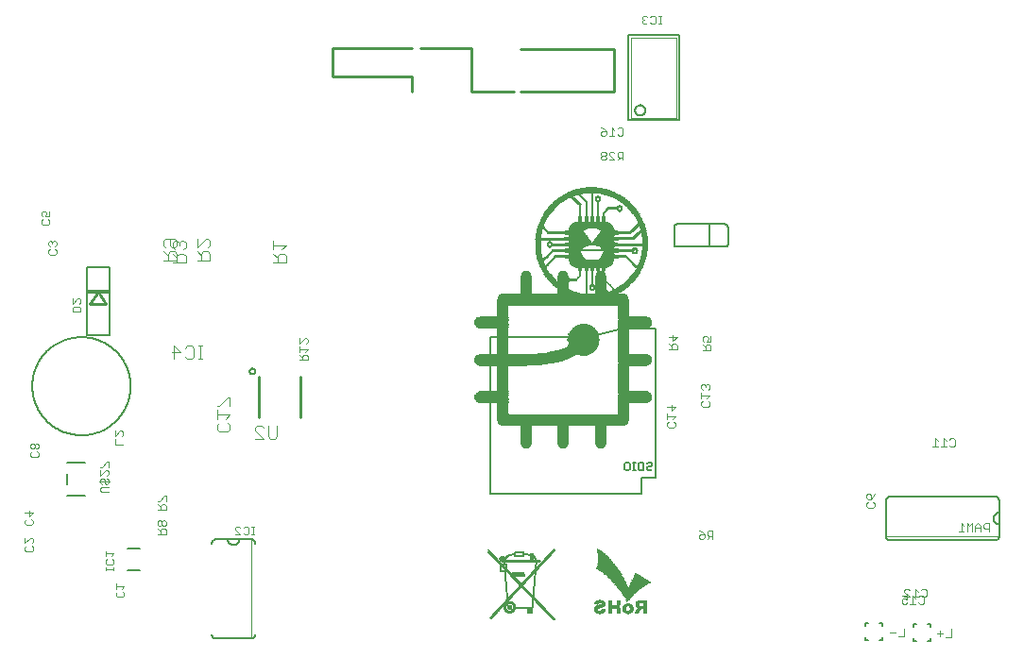
<source format=gbo>
G75*
%MOIN*%
%OFA0B0*%
%FSLAX25Y25*%
%IPPOS*%
%LPD*%
%AMOC8*
5,1,8,0,0,1.08239X$1,22.5*
%
%ADD10C,0.01000*%
%ADD11C,0.00400*%
%ADD12C,0.00500*%
%ADD13C,0.00600*%
%ADD14C,0.00200*%
%ADD15C,0.00300*%
%ADD16R,0.00669X0.00039*%
%ADD17R,0.00866X0.00039*%
%ADD18R,0.00709X0.00039*%
%ADD19R,0.00906X0.00039*%
%ADD20R,0.01260X0.00039*%
%ADD21R,0.01496X0.00039*%
%ADD22R,0.01417X0.00039*%
%ADD23R,0.01339X0.00039*%
%ADD24R,0.00079X0.00039*%
%ADD25R,0.01654X0.00039*%
%ADD26R,0.01299X0.00039*%
%ADD27R,0.01535X0.00039*%
%ADD28R,0.01850X0.00039*%
%ADD29R,0.01575X0.00039*%
%ADD30R,0.01929X0.00039*%
%ADD31R,0.02362X0.00039*%
%ADD32R,0.01457X0.00039*%
%ADD33R,0.02008X0.00039*%
%ADD34R,0.02402X0.00039*%
%ADD35R,0.02244X0.00039*%
%ADD36R,0.02677X0.00039*%
%ADD37R,0.02323X0.00039*%
%ADD38R,0.02756X0.00039*%
%ADD39R,0.02835X0.00039*%
%ADD40R,0.02559X0.00039*%
%ADD41R,0.02992X0.00039*%
%ADD42R,0.02598X0.00039*%
%ADD43R,0.03071X0.00039*%
%ADD44R,0.03189X0.00039*%
%ADD45R,0.02795X0.00039*%
%ADD46R,0.03228X0.00039*%
%ADD47R,0.02913X0.00039*%
%ADD48R,0.03307X0.00039*%
%ADD49R,0.02953X0.00039*%
%ADD50R,0.03346X0.00039*%
%ADD51R,0.03425X0.00039*%
%ADD52R,0.03110X0.00039*%
%ADD53R,0.03504X0.00039*%
%ADD54R,0.03150X0.00039*%
%ADD55R,0.03543X0.00039*%
%ADD56R,0.00236X0.00039*%
%ADD57R,0.03622X0.00039*%
%ADD58R,0.03661X0.00039*%
%ADD59R,0.03701X0.00039*%
%ADD60R,0.03740X0.00039*%
%ADD61R,0.01220X0.00039*%
%ADD62R,0.01181X0.00039*%
%ADD63R,0.01378X0.00039*%
%ADD64R,0.01142X0.00039*%
%ADD65R,0.00394X0.00039*%
%ADD66R,0.00354X0.00039*%
%ADD67R,0.01102X0.00039*%
%ADD68R,0.01693X0.00039*%
%ADD69R,0.04331X0.00039*%
%ADD70R,0.01811X0.00039*%
%ADD71R,0.03031X0.00039*%
%ADD72R,0.00039X0.00039*%
%ADD73R,0.02205X0.00039*%
%ADD74R,0.04291X0.00039*%
%ADD75R,0.03386X0.00039*%
%ADD76R,0.02480X0.00039*%
%ADD77R,0.02520X0.00039*%
%ADD78R,0.03465X0.00039*%
%ADD79R,0.03583X0.00039*%
%ADD80R,0.02717X0.00039*%
%ADD81R,0.02874X0.00039*%
%ADD82R,0.03780X0.00039*%
%ADD83R,0.03819X0.00039*%
%ADD84R,0.03858X0.00039*%
%ADD85R,0.03898X0.00039*%
%ADD86R,0.02638X0.00039*%
%ADD87R,0.02126X0.00039*%
%ADD88R,0.02087X0.00039*%
%ADD89R,0.02047X0.00039*%
%ADD90R,0.02283X0.00039*%
%ADD91R,0.01614X0.00039*%
%ADD92R,0.01732X0.00039*%
%ADD93R,0.00276X0.00039*%
%ADD94R,0.00315X0.00039*%
%ADD95R,0.01024X0.00039*%
%ADD96R,0.00118X0.00039*%
%ADD97R,0.04016X0.00039*%
%ADD98R,0.03976X0.00039*%
%ADD99R,0.03937X0.00039*%
%ADD100R,0.03268X0.00039*%
%ADD101R,0.00157X0.00039*%
%ADD102R,0.02441X0.00039*%
%ADD103R,0.00472X0.00039*%
%ADD104R,0.00433X0.00039*%
%ADD105R,0.00512X0.00039*%
%ADD106R,0.00748X0.00039*%
%ADD107R,0.00827X0.00039*%
%ADD108R,0.00945X0.00039*%
%ADD109R,0.00984X0.00039*%
%ADD110R,0.01063X0.00039*%
%ADD111R,0.01772X0.00039*%
%ADD112R,0.01969X0.00039*%
%ADD113R,0.02165X0.00039*%
%ADD114R,0.04055X0.00039*%
%ADD115R,0.04094X0.00039*%
%ADD116R,0.04173X0.00039*%
%ADD117R,0.04252X0.00039*%
%ADD118R,0.04409X0.00039*%
%ADD119R,0.04528X0.00039*%
%ADD120R,0.04567X0.00039*%
%ADD121R,0.04646X0.00039*%
%ADD122R,0.04685X0.00039*%
%ADD123R,0.04764X0.00039*%
%ADD124R,0.04803X0.00039*%
%ADD125R,0.04921X0.00039*%
%ADD126R,0.05039X0.00039*%
%ADD127R,0.05118X0.00039*%
%ADD128R,0.05157X0.00039*%
%ADD129R,0.05236X0.00039*%
%ADD130R,0.05354X0.00039*%
%ADD131R,0.05394X0.00039*%
%ADD132R,0.05472X0.00039*%
%ADD133R,0.05551X0.00039*%
%ADD134R,0.05591X0.00039*%
%ADD135R,0.05709X0.00039*%
%ADD136R,0.05748X0.00039*%
%ADD137R,0.05906X0.00039*%
%ADD138R,0.05984X0.00039*%
%ADD139R,0.06024X0.00039*%
%ADD140R,0.06142X0.00039*%
%ADD141R,0.06181X0.00039*%
%ADD142R,0.06260X0.00039*%
%ADD143R,0.06299X0.00039*%
%ADD144R,0.06417X0.00039*%
%ADD145R,0.06378X0.00039*%
%ADD146R,0.06496X0.00039*%
%ADD147R,0.06654X0.00039*%
%ADD148R,0.06693X0.00039*%
%ADD149R,0.06772X0.00039*%
%ADD150R,0.06850X0.00039*%
%ADD151R,0.06890X0.00039*%
%ADD152R,0.07008X0.00039*%
%ADD153R,0.07087X0.00039*%
%ADD154R,0.07165X0.00039*%
%ADD155R,0.07244X0.00039*%
%ADD156R,0.07323X0.00039*%
%ADD157R,0.07402X0.00039*%
%ADD158R,0.07480X0.00039*%
%ADD159R,0.07598X0.00039*%
%ADD160R,0.07677X0.00039*%
%ADD161R,0.07795X0.00039*%
%ADD162R,0.07874X0.00039*%
%ADD163R,0.07992X0.00039*%
%ADD164R,0.08031X0.00039*%
%ADD165R,0.08150X0.00039*%
%ADD166R,0.08189X0.00039*%
%ADD167R,0.08307X0.00039*%
%ADD168R,0.08228X0.00039*%
%ADD169R,0.08425X0.00039*%
%ADD170R,0.08622X0.00039*%
%ADD171R,0.04882X0.00039*%
%ADD172R,0.04961X0.00039*%
%ADD173R,0.05197X0.00039*%
%ADD174R,0.05276X0.00039*%
%ADD175R,0.05315X0.00039*%
%ADD176R,0.05630X0.00039*%
%ADD177R,0.05669X0.00039*%
%ADD178R,0.04134X0.00039*%
%ADD179R,0.05866X0.00039*%
%ADD180R,0.05827X0.00039*%
%ADD181R,0.05945X0.00039*%
%ADD182R,0.04213X0.00039*%
%ADD183R,0.06063X0.00039*%
%ADD184R,0.06220X0.00039*%
%ADD185R,0.06339X0.00039*%
%ADD186R,0.04370X0.00039*%
%ADD187R,0.06535X0.00039*%
%ADD188R,0.06614X0.00039*%
%ADD189R,0.06732X0.00039*%
%ADD190R,0.04449X0.00039*%
%ADD191R,0.06811X0.00039*%
%ADD192R,0.04488X0.00039*%
%ADD193R,0.04606X0.00039*%
%ADD194R,0.05512X0.00039*%
%ADD195R,0.04724X0.00039*%
%ADD196R,0.05079X0.00039*%
%ADD197R,0.04843X0.00039*%
%ADD198R,0.05000X0.00039*%
%ADD199R,0.00630X0.00039*%
%ADD200R,0.05787X0.00039*%
%ADD201R,0.00551X0.00039*%
%ADD202R,0.00197X0.00039*%
%ADD203R,0.06102X0.00039*%
%ADD204R,0.06457X0.00039*%
%ADD205R,0.06575X0.00039*%
%ADD206R,0.07047X0.00039*%
%ADD207R,0.07205X0.00039*%
%ADD208R,0.07283X0.00039*%
%ADD209R,0.07520X0.00039*%
%ADD210R,0.07441X0.00039*%
%ADD211R,0.07362X0.00039*%
%ADD212R,0.07126X0.00039*%
%ADD213R,0.06969X0.00039*%
%ADD214R,0.05433X0.00039*%
%ADD215R,0.01890X0.00039*%
%ADD216R,0.00787X0.00039*%
%ADD217R,0.00591X0.00039*%
%ADD218R,0.00039X0.00020*%
%ADD219R,0.00020X0.00020*%
%ADD220R,0.00059X0.00020*%
%ADD221R,0.00157X0.00020*%
%ADD222R,0.00197X0.00020*%
%ADD223R,0.00236X0.00020*%
%ADD224R,0.00315X0.00020*%
%ADD225R,0.00354X0.00020*%
%ADD226R,0.00394X0.00020*%
%ADD227R,0.00453X0.00020*%
%ADD228R,0.00433X0.00020*%
%ADD229R,0.00472X0.00020*%
%ADD230R,0.00512X0.00020*%
%ADD231R,0.00551X0.00020*%
%ADD232R,0.00591X0.00020*%
%ADD233R,0.00630X0.00020*%
%ADD234R,0.00728X0.00020*%
%ADD235R,0.00098X0.00020*%
%ADD236R,0.00138X0.00020*%
%ADD237R,0.00177X0.00020*%
%ADD238R,0.00217X0.00020*%
%ADD239R,0.00295X0.00020*%
%ADD240R,0.00374X0.00020*%
%ADD241R,0.00768X0.00020*%
%ADD242R,0.00787X0.00020*%
%ADD243R,0.00827X0.00020*%
%ADD244R,0.00669X0.00020*%
%ADD245R,0.00709X0.00020*%
%ADD246R,0.00748X0.00020*%
%ADD247R,0.01496X0.00020*%
%ADD248R,0.01378X0.00020*%
%ADD249R,0.00276X0.00020*%
%ADD250R,0.00571X0.00020*%
%ADD251R,0.00118X0.00020*%
%ADD252R,0.00079X0.00020*%
%ADD253R,0.00906X0.00020*%
%ADD254R,0.01063X0.00020*%
%ADD255R,0.01181X0.00020*%
%ADD256R,0.01299X0.00020*%
%ADD257R,0.01516X0.00020*%
%ADD258R,0.01575X0.00020*%
%ADD259R,0.01673X0.00020*%
%ADD260R,0.01732X0.00020*%
%ADD261R,0.01811X0.00020*%
%ADD262R,0.00807X0.00020*%
%ADD263R,0.01890X0.00020*%
%ADD264R,0.01949X0.00020*%
%ADD265R,0.02008X0.00020*%
%ADD266R,0.02087X0.00020*%
%ADD267R,0.02126X0.00020*%
%ADD268R,0.02205X0.00020*%
%ADD269R,0.02244X0.00020*%
%ADD270R,0.02303X0.00020*%
%ADD271R,0.02343X0.00020*%
%ADD272R,0.02402X0.00020*%
%ADD273R,0.02461X0.00020*%
%ADD274R,0.02500X0.00020*%
%ADD275R,0.02539X0.00020*%
%ADD276R,0.01102X0.00020*%
%ADD277R,0.01083X0.00020*%
%ADD278R,0.01043X0.00020*%
%ADD279R,0.00965X0.00020*%
%ADD280R,0.00984X0.00020*%
%ADD281R,0.00945X0.00020*%
%ADD282R,0.00886X0.00020*%
%ADD283R,0.00925X0.00020*%
%ADD284R,0.00846X0.00020*%
%ADD285R,0.00866X0.00020*%
%ADD286R,0.00689X0.00020*%
%ADD287R,0.00650X0.00020*%
%ADD288R,0.00610X0.00020*%
%ADD289R,0.00531X0.00020*%
%ADD290R,0.01024X0.00020*%
%ADD291R,0.01437X0.00020*%
%ADD292R,0.01004X0.00020*%
%ADD293R,0.06752X0.00020*%
%ADD294R,0.06102X0.00020*%
%ADD295R,0.01122X0.00020*%
%ADD296R,0.06693X0.00020*%
%ADD297R,0.01142X0.00020*%
%ADD298R,0.06673X0.00020*%
%ADD299R,0.01260X0.00020*%
%ADD300R,0.06732X0.00020*%
%ADD301R,0.01220X0.00020*%
%ADD302R,0.06772X0.00020*%
%ADD303R,0.01319X0.00020*%
%ADD304R,0.06654X0.00020*%
%ADD305R,0.01398X0.00020*%
%ADD306R,0.01417X0.00020*%
%ADD307R,0.00492X0.00020*%
%ADD308R,0.01476X0.00020*%
%ADD309R,0.01831X0.00020*%
%ADD310R,0.01752X0.00020*%
%ADD311R,0.01634X0.00020*%
%ADD312R,0.01614X0.00020*%
%ADD313R,0.01535X0.00020*%
%ADD314R,0.01339X0.00020*%
%ADD315R,0.01240X0.00020*%
%ADD316R,0.01358X0.00020*%
%ADD317R,0.01457X0.00020*%
%ADD318R,0.04449X0.00020*%
%ADD319R,0.04488X0.00020*%
%ADD320R,0.04508X0.00020*%
%ADD321R,0.04528X0.00020*%
%ADD322R,0.04547X0.00020*%
%ADD323R,0.04567X0.00020*%
%ADD324R,0.04587X0.00020*%
%ADD325R,0.04606X0.00020*%
%ADD326R,0.04626X0.00020*%
%ADD327R,0.04646X0.00020*%
%ADD328R,0.04665X0.00020*%
%ADD329R,0.04685X0.00020*%
%ADD330R,0.04744X0.00020*%
%ADD331R,0.04724X0.00020*%
%ADD332R,0.04783X0.00020*%
%ADD333R,0.04803X0.00020*%
%ADD334R,0.04764X0.00020*%
%ADD335R,0.04843X0.00020*%
%ADD336R,0.04823X0.00020*%
%ADD337R,0.04862X0.00020*%
%ADD338R,0.04882X0.00020*%
%ADD339R,0.04902X0.00020*%
%ADD340R,0.04921X0.00020*%
%ADD341R,0.04941X0.00020*%
%ADD342R,0.04961X0.00020*%
%ADD343R,0.04980X0.00020*%
%ADD344R,0.05000X0.00020*%
%ADD345R,0.05059X0.00020*%
%ADD346R,0.05039X0.00020*%
%ADD347R,0.04291X0.00020*%
%ADD348R,0.05079X0.00020*%
%ADD349R,0.04232X0.00020*%
%ADD350R,0.04272X0.00020*%
%ADD351R,0.00335X0.00020*%
%ADD352R,0.03091X0.00020*%
%ADD353R,0.03012X0.00020*%
%ADD354R,0.02992X0.00020*%
%ADD355R,0.02972X0.00020*%
%ADD356R,0.02953X0.00020*%
%ADD357R,0.02933X0.00020*%
%ADD358R,0.02913X0.00020*%
%ADD359R,0.02894X0.00020*%
%ADD360R,0.02874X0.00020*%
%ADD361R,0.02854X0.00020*%
%ADD362R,0.02835X0.00020*%
%ADD363R,0.02815X0.00020*%
%ADD364R,0.02756X0.00020*%
%ADD365R,0.02283X0.00020*%
%ADD366R,0.13465X0.00020*%
%ADD367R,0.13425X0.00020*%
%ADD368R,0.13524X0.00020*%
%ADD369R,0.13583X0.00020*%
%ADD370R,0.13504X0.00020*%
%ADD371R,0.13563X0.00020*%
%ADD372R,0.13642X0.00020*%
%ADD373R,0.13681X0.00020*%
%ADD374R,0.13740X0.00020*%
%ADD375R,0.13760X0.00020*%
%ADD376R,0.13799X0.00020*%
%ADD377R,0.13819X0.00020*%
%ADD378R,0.13858X0.00020*%
%ADD379R,0.13878X0.00020*%
%ADD380R,0.13898X0.00020*%
%ADD381R,0.13976X0.00020*%
%ADD382R,0.13957X0.00020*%
%ADD383R,0.13996X0.00020*%
%ADD384R,0.14016X0.00020*%
%ADD385R,0.14035X0.00020*%
%ADD386R,0.14055X0.00020*%
%ADD387R,0.14075X0.00020*%
%ADD388R,0.14094X0.00020*%
%ADD389R,0.14114X0.00020*%
%ADD390R,0.14173X0.00020*%
%ADD391R,0.14134X0.00020*%
%ADD392R,0.14154X0.00020*%
%ADD393R,0.01161X0.00020*%
%ADD394R,0.01791X0.00020*%
%ADD395R,0.01713X0.00020*%
%ADD396R,0.00256X0.00020*%
%ADD397R,0.01850X0.00020*%
%ADD398R,0.01870X0.00020*%
%ADD399R,0.01909X0.00020*%
%ADD400R,0.01969X0.00020*%
%ADD401R,0.01929X0.00020*%
%ADD402R,0.01988X0.00020*%
%ADD403R,0.02028X0.00020*%
%ADD404R,0.02067X0.00020*%
%ADD405R,0.02047X0.00020*%
%ADD406R,0.01693X0.00020*%
%ADD407R,0.01594X0.00020*%
%ADD408R,0.01280X0.00020*%
%ADD409R,0.01201X0.00020*%
%ADD410R,0.00413X0.00020*%
%ADD411R,0.03484X0.00020*%
%ADD412R,0.03386X0.00020*%
%ADD413R,0.02382X0.00020*%
%ADD414R,0.02598X0.00020*%
%ADD415R,0.01555X0.00020*%
%ADD416R,0.08268X0.01181*%
%ADD417C,0.00800*%
%ADD418R,0.04035X0.00098*%
%ADD419R,0.05610X0.00098*%
%ADD420R,0.06890X0.00098*%
%ADD421R,0.07972X0.00098*%
%ADD422R,0.08858X0.00098*%
%ADD423R,0.09744X0.00098*%
%ADD424R,0.10531X0.00098*%
%ADD425R,0.11122X0.00098*%
%ADD426R,0.11909X0.00098*%
%ADD427R,0.12500X0.00098*%
%ADD428R,0.13091X0.00098*%
%ADD429R,0.13681X0.00098*%
%ADD430R,0.14075X0.00098*%
%ADD431R,0.14665X0.00098*%
%ADD432R,0.15059X0.00098*%
%ADD433R,0.15650X0.00098*%
%ADD434R,0.16043X0.00098*%
%ADD435R,0.16437X0.00098*%
%ADD436R,0.16831X0.00098*%
%ADD437R,0.06791X0.00098*%
%ADD438R,0.07087X0.00098*%
%ADD439R,0.06299X0.00098*%
%ADD440R,0.00689X0.00098*%
%ADD441R,0.05906X0.00098*%
%ADD442R,0.05807X0.00098*%
%ADD443R,0.05512X0.00098*%
%ADD444R,0.05217X0.00098*%
%ADD445R,0.05315X0.00098*%
%ADD446R,0.05020X0.00098*%
%ADD447R,0.05118X0.00098*%
%ADD448R,0.04921X0.00098*%
%ADD449R,0.04724X0.00098*%
%ADD450R,0.04626X0.00098*%
%ADD451R,0.04528X0.00098*%
%ADD452R,0.04331X0.00098*%
%ADD453R,0.04232X0.00098*%
%ADD454R,0.00984X0.00098*%
%ADD455R,0.04134X0.00098*%
%ADD456R,0.03937X0.00098*%
%ADD457R,0.00492X0.00098*%
%ADD458R,0.03839X0.00098*%
%ADD459R,0.01083X0.00098*%
%ADD460R,0.01378X0.00098*%
%ADD461R,0.01575X0.00098*%
%ADD462R,0.03740X0.00098*%
%ADD463R,0.01772X0.00098*%
%ADD464R,0.03642X0.00098*%
%ADD465R,0.01870X0.00098*%
%ADD466R,0.01969X0.00098*%
%ADD467R,0.03543X0.00098*%
%ADD468R,0.00886X0.00098*%
%ADD469R,0.03445X0.00098*%
%ADD470R,0.00787X0.00098*%
%ADD471R,0.03346X0.00098*%
%ADD472R,0.03248X0.00098*%
%ADD473R,0.03150X0.00098*%
%ADD474R,0.02067X0.00098*%
%ADD475R,0.03051X0.00098*%
%ADD476R,0.01673X0.00098*%
%ADD477R,0.01476X0.00098*%
%ADD478R,0.02953X0.00098*%
%ADD479R,0.01280X0.00098*%
%ADD480R,0.02854X0.00098*%
%ADD481R,0.02756X0.00098*%
%ADD482R,0.01181X0.00098*%
%ADD483R,0.02657X0.00098*%
%ADD484R,0.02559X0.00098*%
%ADD485R,0.02461X0.00098*%
%ADD486R,0.02362X0.00098*%
%ADD487R,0.02264X0.00098*%
%ADD488R,0.02165X0.00098*%
%ADD489R,0.12795X0.00098*%
%ADD490R,0.13287X0.00098*%
%ADD491R,0.13484X0.00098*%
%ADD492R,0.13976X0.00098*%
%ADD493R,0.14173X0.00098*%
%ADD494R,0.14370X0.00098*%
%ADD495R,0.14567X0.00098*%
%ADD496R,0.14862X0.00098*%
%ADD497R,0.15256X0.00098*%
%ADD498R,0.15354X0.00098*%
%ADD499R,0.15453X0.00098*%
%ADD500R,0.15748X0.00098*%
%ADD501R,0.15846X0.00098*%
%ADD502R,0.06004X0.00098*%
%ADD503R,0.06496X0.00098*%
%ADD504R,0.06102X0.00098*%
%ADD505R,0.05413X0.00098*%
%ADD506R,0.05709X0.00098*%
%ADD507R,0.06988X0.00098*%
%ADD508R,0.06398X0.00098*%
%ADD509R,0.09646X0.00098*%
%ADD510R,0.10630X0.00098*%
%ADD511R,0.09449X0.00098*%
%ADD512R,0.10433X0.00098*%
%ADD513R,0.09350X0.00098*%
%ADD514R,0.10335X0.00098*%
%ADD515R,0.09154X0.00098*%
%ADD516R,0.10138X0.00098*%
%ADD517R,0.09055X0.00098*%
%ADD518R,0.10039X0.00098*%
%ADD519R,0.09941X0.00098*%
%ADD520R,0.08760X0.00098*%
%ADD521R,0.04429X0.00098*%
%ADD522R,0.04823X0.00098*%
%ADD523R,0.10728X0.00098*%
%ADD524R,0.10236X0.00098*%
%ADD525R,0.29035X0.00098*%
%ADD526R,0.18996X0.00098*%
%ADD527R,0.07579X0.00098*%
%ADD528R,0.07677X0.00098*%
%ADD529R,0.07776X0.00098*%
%ADD530R,0.08465X0.00098*%
%ADD531R,0.18012X0.00098*%
%ADD532R,0.13386X0.00098*%
%ADD533R,0.18898X0.00098*%
%ADD534R,0.00394X0.00098*%
%ADD535R,0.19291X0.00098*%
%ADD536R,0.34055X0.00098*%
%ADD537R,0.34154X0.00098*%
%ADD538R,0.08169X0.00098*%
%ADD539R,0.08071X0.00098*%
%ADD540R,0.07480X0.00098*%
%ADD541R,0.07874X0.00098*%
%ADD542R,0.00591X0.00098*%
%ADD543R,0.07382X0.00098*%
%ADD544R,0.07283X0.00098*%
%ADD545R,0.08661X0.00098*%
%ADD546R,0.08563X0.00098*%
%ADD547R,0.19193X0.00098*%
%ADD548R,0.13878X0.00098*%
%ADD549R,0.19094X0.00098*%
%ADD550R,0.18701X0.00098*%
%ADD551R,0.08366X0.00098*%
%ADD552R,0.08268X0.00098*%
%ADD553R,0.06693X0.00098*%
%ADD554R,0.06201X0.00098*%
%ADD555R,0.06594X0.00098*%
%ADD556R,0.07185X0.00098*%
%ADD557R,0.11417X0.00098*%
%ADD558R,0.13189X0.00098*%
%ADD559R,0.11516X0.00098*%
%ADD560R,0.15551X0.00098*%
%ADD561R,0.14469X0.00098*%
%ADD562R,0.14272X0.00098*%
%ADD563R,0.12992X0.00098*%
%ADD564R,0.12598X0.00098*%
%ADD565R,0.12303X0.00098*%
%ADD566R,0.11713X0.00098*%
%ADD567R,0.00320X0.00040*%
%ADD568R,0.00320X0.00040*%
%ADD569R,0.00960X0.00040*%
%ADD570R,0.01000X0.00040*%
%ADD571R,0.00920X0.00040*%
%ADD572R,0.01640X0.00040*%
%ADD573R,0.01600X0.00040*%
%ADD574R,0.01840X0.00040*%
%ADD575R,0.01800X0.00040*%
%ADD576R,0.01920X0.00040*%
%ADD577R,0.01920X0.00040*%
%ADD578R,0.02000X0.00040*%
%ADD579R,0.02040X0.00040*%
%ADD580R,0.02120X0.00040*%
%ADD581R,0.02080X0.00040*%
%ADD582R,0.02080X0.00040*%
%ADD583R,0.02120X0.00040*%
%ADD584R,0.02120X0.00040*%
%ADD585R,0.02200X0.00040*%
%ADD586R,0.02160X0.00040*%
%ADD587R,0.02320X0.00040*%
%ADD588R,0.02280X0.00040*%
%ADD589R,0.02360X0.00040*%
%ADD590R,0.02480X0.00040*%
%ADD591R,0.02440X0.00040*%
%ADD592R,0.02480X0.00040*%
%ADD593R,0.02600X0.00040*%
%ADD594R,0.02680X0.00040*%
%ADD595R,0.02680X0.00040*%
%ADD596R,0.02760X0.00040*%
%ADD597R,0.02800X0.00040*%
%ADD598R,0.02840X0.00040*%
%ADD599R,0.02880X0.00040*%
%ADD600R,0.02920X0.00040*%
%ADD601R,0.02880X0.00040*%
%ADD602R,0.02920X0.00040*%
%ADD603R,0.02920X0.00040*%
%ADD604R,0.02960X0.00040*%
%ADD605R,0.03000X0.00040*%
%ADD606R,0.02960X0.00040*%
%ADD607R,0.03120X0.00040*%
%ADD608R,0.03080X0.00040*%
%ADD609R,0.03120X0.00040*%
%ADD610R,0.03200X0.00040*%
%ADD611R,0.03240X0.00040*%
%ADD612R,0.03320X0.00040*%
%ADD613R,0.03320X0.00040*%
%ADD614R,0.03280X0.00040*%
%ADD615R,0.03440X0.00040*%
%ADD616R,0.03360X0.00040*%
%ADD617R,0.03480X0.00040*%
%ADD618R,0.03480X0.00040*%
%ADD619R,0.03520X0.00040*%
%ADD620R,0.03560X0.00040*%
%ADD621R,0.03520X0.00040*%
%ADD622R,0.03600X0.00040*%
%ADD623R,0.03560X0.00040*%
%ADD624R,0.03600X0.00040*%
%ADD625R,0.03640X0.00040*%
%ADD626R,0.03640X0.00040*%
%ADD627R,0.03680X0.00040*%
%ADD628R,0.03680X0.00040*%
%ADD629R,0.03680X0.00040*%
%ADD630R,0.03720X0.00040*%
%ADD631R,0.03720X0.00040*%
%ADD632R,0.03720X0.00040*%
%ADD633R,0.03720X0.00040*%
%ADD634R,0.03760X0.00040*%
%ADD635R,0.03760X0.00040*%
%ADD636R,0.03800X0.00040*%
%ADD637R,0.03760X0.00040*%
%ADD638R,0.03760X0.00040*%
%ADD639R,0.03800X0.00040*%
%ADD640R,0.03840X0.00040*%
%ADD641R,0.03840X0.00040*%
%ADD642R,0.03840X0.00040*%
%ADD643R,0.03880X0.00040*%
%ADD644R,0.03920X0.00040*%
%ADD645R,0.03960X0.00040*%
%ADD646R,0.03920X0.00040*%
%ADD647R,0.04000X0.00040*%
%ADD648R,0.04200X0.00040*%
%ADD649R,0.04160X0.00040*%
%ADD650R,0.04560X0.00040*%
%ADD651R,0.04560X0.00040*%
%ADD652R,0.04480X0.00040*%
%ADD653R,0.43440X0.00040*%
%ADD654R,0.43840X0.00040*%
%ADD655R,0.44120X0.00040*%
%ADD656R,0.44200X0.00040*%
%ADD657R,0.44240X0.00040*%
%ADD658R,0.44280X0.00040*%
%ADD659R,0.44320X0.00040*%
%ADD660R,0.44400X0.00040*%
%ADD661R,0.44560X0.00040*%
%ADD662R,0.44680X0.00040*%
%ADD663R,0.44880X0.00040*%
%ADD664R,0.45040X0.00040*%
%ADD665R,0.45120X0.00040*%
%ADD666R,0.45200X0.00040*%
%ADD667R,0.45240X0.00040*%
%ADD668R,0.45280X0.00040*%
%ADD669R,0.45320X0.00040*%
%ADD670R,0.45360X0.00040*%
%ADD671R,0.45480X0.00040*%
%ADD672R,0.45640X0.00040*%
%ADD673R,0.45720X0.00040*%
%ADD674R,0.45840X0.00040*%
%ADD675R,0.45920X0.00040*%
%ADD676R,0.45960X0.00040*%
%ADD677R,0.46000X0.00040*%
%ADD678R,0.46000X0.00040*%
%ADD679R,0.46040X0.00040*%
%ADD680R,0.46080X0.00040*%
%ADD681R,0.46080X0.00040*%
%ADD682R,0.46120X0.00040*%
%ADD683R,0.46120X0.00040*%
%ADD684R,0.46160X0.00040*%
%ADD685R,0.46200X0.00040*%
%ADD686R,0.46240X0.00040*%
%ADD687R,0.46280X0.00040*%
%ADD688R,0.46320X0.00040*%
%ADD689R,0.46360X0.00040*%
%ADD690R,0.46400X0.00040*%
%ADD691R,0.46400X0.00040*%
%ADD692R,0.46440X0.00040*%
%ADD693R,0.46440X0.00040*%
%ADD694R,0.46480X0.00040*%
%ADD695R,0.46480X0.00040*%
%ADD696R,0.04240X0.00040*%
%ADD697R,0.03920X0.00040*%
%ADD698R,0.03880X0.00040*%
%ADD699R,0.03920X0.00040*%
%ADD700R,0.03880X0.00040*%
%ADD701R,0.03840X0.00040*%
%ADD702R,0.03880X0.00040*%
%ADD703R,0.04080X0.00040*%
%ADD704R,0.04080X0.00040*%
%ADD705R,0.04160X0.00040*%
%ADD706R,0.10120X0.00040*%
%ADD707R,0.10120X0.00040*%
%ADD708R,0.10400X0.00040*%
%ADD709R,0.10480X0.00040*%
%ADD710R,0.10520X0.00040*%
%ADD711R,0.10560X0.00040*%
%ADD712R,0.10560X0.00040*%
%ADD713R,0.10600X0.00040*%
%ADD714R,0.10640X0.00040*%
%ADD715R,0.10680X0.00040*%
%ADD716R,0.10680X0.00040*%
%ADD717R,0.10720X0.00040*%
%ADD718R,0.10760X0.00040*%
%ADD719R,0.10840X0.00040*%
%ADD720R,0.10920X0.00040*%
%ADD721R,0.10960X0.00040*%
%ADD722R,0.11040X0.00040*%
%ADD723R,0.11080X0.00040*%
%ADD724R,0.11120X0.00040*%
%ADD725R,0.11160X0.00040*%
%ADD726R,0.11160X0.00040*%
%ADD727R,0.11200X0.00040*%
%ADD728R,0.11240X0.00040*%
%ADD729R,0.11280X0.00040*%
%ADD730R,0.11280X0.00040*%
%ADD731R,0.11280X0.00040*%
%ADD732R,0.11320X0.00040*%
%ADD733R,0.11320X0.00040*%
%ADD734R,0.11320X0.00040*%
%ADD735R,0.11400X0.00040*%
%ADD736R,0.11480X0.00040*%
%ADD737R,0.11480X0.00040*%
%ADD738R,0.11520X0.00040*%
%ADD739R,0.11520X0.00040*%
%ADD740R,0.11560X0.00040*%
%ADD741R,0.11560X0.00040*%
%ADD742R,0.11600X0.00040*%
%ADD743R,0.11640X0.00040*%
%ADD744R,0.11600X0.00040*%
%ADD745R,0.11640X0.00040*%
%ADD746R,0.11680X0.00040*%
%ADD747R,0.11680X0.00040*%
%ADD748R,0.11720X0.00040*%
%ADD749R,0.11720X0.00040*%
%ADD750R,0.11720X0.00040*%
%ADD751R,0.11800X0.00040*%
%ADD752R,0.11760X0.00040*%
%ADD753R,0.11840X0.00040*%
%ADD754R,0.11880X0.00040*%
%ADD755R,0.11880X0.00040*%
%ADD756R,0.11880X0.00040*%
%ADD757R,0.11880X0.00040*%
%ADD758R,0.11920X0.00040*%
%ADD759R,0.11920X0.00040*%
%ADD760R,0.11960X0.00040*%
%ADD761R,0.11960X0.00040*%
%ADD762R,0.11960X0.00040*%
%ADD763R,0.11960X0.00040*%
%ADD764R,0.12000X0.00040*%
%ADD765R,0.12000X0.00040*%
%ADD766R,0.11920X0.00040*%
%ADD767R,0.11840X0.00040*%
%ADD768R,0.11720X0.00040*%
%ADD769R,0.11680X0.00040*%
%ADD770R,0.11680X0.00040*%
%ADD771R,0.11560X0.00040*%
%ADD772R,0.11520X0.00040*%
%ADD773R,0.11440X0.00040*%
%ADD774R,0.11360X0.00040*%
%ADD775R,0.11360X0.00040*%
%ADD776R,0.11240X0.00040*%
%ADD777R,0.11280X0.00040*%
%ADD778R,0.11120X0.00040*%
%ADD779R,0.11160X0.00040*%
%ADD780R,0.11080X0.00040*%
%ADD781R,0.10960X0.00040*%
%ADD782R,0.10880X0.00040*%
%ADD783R,0.10880X0.00040*%
%ADD784R,0.10800X0.00040*%
%ADD785R,0.10680X0.00040*%
%ADD786R,0.10720X0.00040*%
%ADD787R,0.10640X0.00040*%
%ADD788R,0.10520X0.00040*%
%ADD789R,0.10360X0.00040*%
%ADD790R,0.10360X0.00040*%
%ADD791R,0.10040X0.00040*%
%ADD792R,0.10080X0.00040*%
%ADD793R,0.04120X0.00040*%
%ADD794R,0.04120X0.00040*%
%ADD795R,0.04040X0.00040*%
%ADD796R,0.03960X0.00040*%
%ADD797R,0.04040X0.00040*%
%ADD798R,0.04280X0.00040*%
%ADD799R,0.17000X0.00040*%
%ADD800R,0.10360X0.00040*%
%ADD801R,0.19120X0.00040*%
%ADD802R,0.20480X0.00040*%
%ADD803R,0.20840X0.00040*%
%ADD804R,0.21080X0.00040*%
%ADD805R,0.21280X0.00040*%
%ADD806R,0.10720X0.00040*%
%ADD807R,0.21480X0.00040*%
%ADD808R,0.21760X0.00040*%
%ADD809R,0.10880X0.00040*%
%ADD810R,0.22360X0.00040*%
%ADD811R,0.23000X0.00040*%
%ADD812R,0.24200X0.00040*%
%ADD813R,0.24600X0.00040*%
%ADD814R,0.24840X0.00040*%
%ADD815R,0.25040X0.00040*%
%ADD816R,0.25120X0.00040*%
%ADD817R,0.25240X0.00040*%
%ADD818R,0.11320X0.00040*%
%ADD819R,0.25320X0.00040*%
%ADD820R,0.25480X0.00040*%
%ADD821R,0.11440X0.00040*%
%ADD822R,0.25760X0.00040*%
%ADD823R,0.26200X0.00040*%
%ADD824R,0.26800X0.00040*%
%ADD825R,0.11560X0.00040*%
%ADD826R,0.27120X0.00040*%
%ADD827R,0.27400X0.00040*%
%ADD828R,0.27520X0.00040*%
%ADD829R,0.27640X0.00040*%
%ADD830R,0.27680X0.00040*%
%ADD831R,0.27800X0.00040*%
%ADD832R,0.27960X0.00040*%
%ADD833R,0.28160X0.00040*%
%ADD834R,0.28480X0.00040*%
%ADD835R,0.29200X0.00040*%
%ADD836R,0.11760X0.00040*%
%ADD837R,0.29480X0.00040*%
%ADD838R,0.29680X0.00040*%
%ADD839R,0.29800X0.00040*%
%ADD840R,0.29840X0.00040*%
%ADD841R,0.29920X0.00040*%
%ADD842R,0.30000X0.00040*%
%ADD843R,0.30080X0.00040*%
%ADD844R,0.30280X0.00040*%
%ADD845R,0.30400X0.00040*%
%ADD846R,0.30640X0.00040*%
%ADD847R,0.30880X0.00040*%
%ADD848R,0.31040X0.00040*%
%ADD849R,0.31120X0.00040*%
%ADD850R,0.31160X0.00040*%
%ADD851R,0.31200X0.00040*%
%ADD852R,0.31240X0.00040*%
%ADD853R,0.31320X0.00040*%
%ADD854R,0.31480X0.00040*%
%ADD855R,0.31640X0.00040*%
%ADD856R,0.31880X0.00040*%
%ADD857R,0.32040X0.00040*%
%ADD858R,0.32240X0.00040*%
%ADD859R,0.32280X0.00040*%
%ADD860R,0.32320X0.00040*%
%ADD861R,0.32320X0.00040*%
%ADD862R,0.32360X0.00040*%
%ADD863R,0.32400X0.00040*%
%ADD864R,0.32600X0.00040*%
%ADD865R,0.32800X0.00040*%
%ADD866R,0.33000X0.00040*%
%ADD867R,0.33160X0.00040*%
%ADD868R,0.33280X0.00040*%
%ADD869R,0.33320X0.00040*%
%ADD870R,0.33320X0.00040*%
%ADD871R,0.11760X0.00040*%
%ADD872R,0.33320X0.00040*%
%ADD873R,0.33360X0.00040*%
%ADD874R,0.33480X0.00040*%
%ADD875R,0.33640X0.00040*%
%ADD876R,0.33720X0.00040*%
%ADD877R,0.33840X0.00040*%
%ADD878R,0.33880X0.00040*%
%ADD879R,0.33920X0.00040*%
%ADD880R,0.33920X0.00040*%
%ADD881R,0.33960X0.00040*%
%ADD882R,0.34000X0.00040*%
%ADD883R,0.34040X0.00040*%
%ADD884R,0.34120X0.00040*%
%ADD885R,0.11400X0.00040*%
%ADD886R,0.34160X0.00040*%
%ADD887R,0.34160X0.00040*%
%ADD888R,0.34200X0.00040*%
%ADD889R,0.34240X0.00040*%
%ADD890R,0.34280X0.00040*%
%ADD891R,0.34280X0.00040*%
%ADD892R,0.34280X0.00040*%
%ADD893R,0.34360X0.00040*%
%ADD894R,0.34360X0.00040*%
%ADD895R,0.34400X0.00040*%
%ADD896R,0.10840X0.00040*%
%ADD897R,0.02640X0.00040*%
%ADD898R,0.34360X0.00040*%
%ADD899R,0.03040X0.00040*%
%ADD900R,0.34320X0.00040*%
%ADD901R,0.10480X0.00040*%
%ADD902R,0.03320X0.00040*%
%ADD903R,0.34240X0.00040*%
%ADD904R,0.03440X0.00040*%
%ADD905R,0.10120X0.00040*%
%ADD906R,0.17440X0.00040*%
%ADD907R,0.04400X0.00040*%
%ADD908R,0.19360X0.00040*%
%ADD909R,0.04000X0.00040*%
%ADD910R,0.18520X0.00040*%
%ADD911R,0.04040X0.00040*%
%ADD912R,0.17760X0.00040*%
%ADD913R,0.17400X0.00040*%
%ADD914R,0.17240X0.00040*%
%ADD915R,0.17160X0.00040*%
%ADD916R,0.17080X0.00040*%
%ADD917R,0.16960X0.00040*%
%ADD918R,0.16800X0.00040*%
%ADD919R,0.16560X0.00040*%
%ADD920R,0.15920X0.00040*%
%ADD921R,0.15640X0.00040*%
%ADD922R,0.15520X0.00040*%
%ADD923R,0.15400X0.00040*%
%ADD924R,0.15360X0.00040*%
%ADD925R,0.15280X0.00040*%
%ADD926R,0.15240X0.00040*%
%ADD927R,0.15160X0.00040*%
%ADD928R,0.15000X0.00040*%
%ADD929R,0.14720X0.00040*%
%ADD930R,0.14080X0.00040*%
%ADD931R,0.13800X0.00040*%
%ADD932R,0.13800X0.00040*%
%ADD933R,0.13760X0.00040*%
%ADD934R,0.13720X0.00040*%
%ADD935R,0.13680X0.00040*%
%ADD936R,0.13600X0.00040*%
%ADD937R,0.13480X0.00040*%
%ADD938R,0.13080X0.00040*%
%ADD939R,0.12960X0.00040*%
%ADD940R,0.12960X0.00040*%
%ADD941R,0.12920X0.00040*%
%ADD942R,0.12880X0.00040*%
%ADD943R,0.12840X0.00040*%
%ADD944R,0.12800X0.00040*%
%ADD945R,0.12800X0.00040*%
%ADD946R,0.12720X0.00040*%
%ADD947R,0.12440X0.00040*%
%ADD948R,0.12160X0.00040*%
%ADD949R,0.11120X0.00040*%
%ADD950R,0.11040X0.00040*%
%ADD951R,0.10760X0.00040*%
%ADD952R,0.10440X0.00040*%
%ADD953R,0.10320X0.00040*%
%ADD954R,0.10280X0.00040*%
%ADD955R,0.10320X0.00040*%
%ADD956R,0.10440X0.00040*%
%ADD957R,0.10600X0.00040*%
%ADD958R,0.10800X0.00040*%
%ADD959R,0.10880X0.00040*%
%ADD960R,0.10920X0.00040*%
%ADD961R,0.10920X0.00040*%
%ADD962R,0.10960X0.00040*%
%ADD963R,0.11000X0.00040*%
%ADD964R,0.11040X0.00040*%
%ADD965R,0.11080X0.00040*%
%ADD966R,0.11000X0.00040*%
%ADD967R,0.10440X0.00040*%
%ADD968R,0.10400X0.00040*%
%ADD969R,0.10240X0.00040*%
%ADD970R,0.10200X0.00040*%
%ADD971R,0.10120X0.00040*%
%ADD972R,0.10000X0.00040*%
%ADD973R,0.10000X0.00040*%
%ADD974R,0.09960X0.00040*%
%ADD975R,0.09920X0.00040*%
%ADD976R,0.09880X0.00040*%
%ADD977R,0.09800X0.00040*%
%ADD978R,0.09680X0.00040*%
%ADD979R,0.09640X0.00040*%
%ADD980R,0.09600X0.00040*%
%ADD981R,0.09600X0.00040*%
%ADD982R,0.09520X0.00040*%
%ADD983R,0.09440X0.00040*%
%ADD984R,0.09400X0.00040*%
%ADD985R,0.09320X0.00040*%
%ADD986R,0.09280X0.00040*%
%ADD987R,0.09240X0.00040*%
%ADD988R,0.09200X0.00040*%
%ADD989R,0.09160X0.00040*%
%ADD990R,0.09160X0.00040*%
%ADD991R,0.09120X0.00040*%
%ADD992R,0.09040X0.00040*%
%ADD993R,0.08920X0.00040*%
%ADD994R,0.08840X0.00040*%
%ADD995R,0.08720X0.00040*%
%ADD996R,0.08640X0.00040*%
%ADD997R,0.08560X0.00040*%
%ADD998R,0.08520X0.00040*%
%ADD999R,0.08480X0.00040*%
%ADD1000R,0.08440X0.00040*%
%ADD1001R,0.08400X0.00040*%
%ADD1002R,0.08320X0.00040*%
%ADD1003R,0.08280X0.00040*%
%ADD1004R,0.08160X0.00040*%
%ADD1005R,0.08040X0.00040*%
%ADD1006R,0.08000X0.00040*%
%ADD1007R,0.07920X0.00040*%
%ADD1008R,0.07880X0.00040*%
%ADD1009R,0.07800X0.00040*%
%ADD1010R,0.07760X0.00040*%
%ADD1011R,0.07680X0.00040*%
%ADD1012R,0.07560X0.00040*%
%ADD1013R,0.07440X0.00040*%
%ADD1014R,0.10320X0.00040*%
%ADD1015R,0.07320X0.00040*%
%ADD1016R,0.10520X0.00040*%
%ADD1017R,0.07160X0.00040*%
%ADD1018R,0.10560X0.00040*%
%ADD1019R,0.07040X0.00040*%
%ADD1020R,0.06960X0.00040*%
%ADD1021R,0.06920X0.00040*%
%ADD1022R,0.06880X0.00040*%
%ADD1023R,0.06840X0.00040*%
%ADD1024R,0.06760X0.00040*%
%ADD1025R,0.06640X0.00040*%
%ADD1026R,0.06520X0.00040*%
%ADD1027R,0.06360X0.00040*%
%ADD1028R,0.11200X0.00040*%
%ADD1029R,0.06160X0.00040*%
%ADD1030R,0.06040X0.00040*%
%ADD1031R,0.05960X0.00040*%
%ADD1032R,0.05880X0.00040*%
%ADD1033R,0.05840X0.00040*%
%ADD1034R,0.05760X0.00040*%
%ADD1035R,0.11360X0.00040*%
%ADD1036R,0.05640X0.00040*%
%ADD1037R,0.05520X0.00040*%
%ADD1038R,0.05200X0.00040*%
%ADD1039R,0.04920X0.00040*%
%ADD1040R,0.04680X0.00040*%
%ADD1041R,0.04480X0.00040*%
%ADD1042R,0.04360X0.00040*%
%ADD1043R,0.04280X0.00040*%
%ADD1044R,0.04200X0.00040*%
%ADD1045R,0.02360X0.00040*%
%ADD1046R,0.11760X0.00040*%
%ADD1047R,0.01480X0.00040*%
%ADD1048R,0.01200X0.00040*%
%ADD1049R,0.00880X0.00040*%
%ADD1050R,0.00600X0.00040*%
%ADD1051R,0.11920X0.00040*%
%ADD1052R,0.11800X0.00040*%
%ADD1053R,0.10760X0.00040*%
%ADD1054R,0.10320X0.00040*%
%ADD1055R,0.10160X0.00040*%
%ADD1056R,0.03960X0.00040*%
%ADD1057R,0.03960X0.00040*%
%ADD1058R,0.04120X0.00040*%
%ADD1059R,0.04160X0.00040*%
%ADD1060R,0.46280X0.00040*%
%ADD1061R,0.46160X0.00040*%
%ADD1062R,0.45920X0.00040*%
%ADD1063R,0.45840X0.00040*%
%ADD1064R,0.45800X0.00040*%
%ADD1065R,0.45520X0.00040*%
%ADD1066R,0.45400X0.00040*%
%ADD1067R,0.45320X0.00040*%
%ADD1068R,0.45160X0.00040*%
%ADD1069R,0.45040X0.00040*%
%ADD1070R,0.44640X0.00040*%
%ADD1071R,0.44480X0.00040*%
%ADD1072R,0.44320X0.00040*%
%ADD1073R,0.44040X0.00040*%
%ADD1074R,0.43840X0.00040*%
%ADD1075R,0.43560X0.00040*%
%ADD1076R,0.43000X0.00040*%
%ADD1077R,0.04440X0.00040*%
%ADD1078R,0.04520X0.00040*%
%ADD1079R,0.04080X0.00040*%
%ADD1080R,0.04080X0.00040*%
%ADD1081R,0.03680X0.00040*%
%ADD1082R,0.03480X0.00040*%
%ADD1083R,0.03520X0.00040*%
%ADD1084R,0.03480X0.00040*%
%ADD1085R,0.03440X0.00040*%
%ADD1086R,0.03400X0.00040*%
%ADD1087R,0.03280X0.00040*%
%ADD1088R,0.03240X0.00040*%
%ADD1089R,0.03160X0.00040*%
%ADD1090R,0.03160X0.00040*%
%ADD1091R,0.03000X0.00040*%
%ADD1092R,0.03040X0.00040*%
%ADD1093R,0.02920X0.00040*%
%ADD1094R,0.02760X0.00040*%
%ADD1095R,0.02800X0.00040*%
%ADD1096R,0.02720X0.00040*%
%ADD1097R,0.02640X0.00040*%
%ADD1098R,0.02680X0.00040*%
%ADD1099R,0.02520X0.00040*%
%ADD1100R,0.02520X0.00040*%
%ADD1101R,0.02360X0.00040*%
%ADD1102R,0.02400X0.00040*%
%ADD1103R,0.02200X0.00040*%
%ADD1104R,0.02240X0.00040*%
%ADD1105R,0.02120X0.00040*%
%ADD1106R,0.01960X0.00040*%
%ADD1107R,0.01920X0.00040*%
%ADD1108R,0.01920X0.00040*%
%ADD1109R,0.01880X0.00040*%
%ADD1110R,0.01840X0.00040*%
%ADD1111R,0.01720X0.00040*%
%ADD1112R,0.01720X0.00040*%
%ADD1113R,0.01400X0.00040*%
%ADD1114R,0.00480X0.00040*%
D10*
X0131110Y0117243D02*
X0131110Y0131443D01*
X0145710Y0131443D02*
X0145710Y0117243D01*
X0077280Y0157280D02*
X0074524Y0161413D01*
X0071571Y0157280D01*
X0077280Y0157280D01*
X0185000Y0232000D02*
X0185000Y0237500D01*
X0157000Y0237500D01*
X0157000Y0247500D01*
X0185000Y0247500D01*
X0188000Y0247500D02*
X0206000Y0247500D01*
X0206000Y0232000D01*
X0221000Y0232000D01*
X0223500Y0232000D02*
X0256500Y0232000D01*
X0256500Y0247000D01*
X0223500Y0247000D01*
D11*
X0080795Y0055055D02*
X0080795Y0054120D01*
X0081262Y0053653D01*
X0083131Y0053653D01*
X0083598Y0054120D01*
X0083598Y0055055D01*
X0083131Y0055522D01*
X0082664Y0056600D02*
X0083598Y0057534D01*
X0080795Y0057534D01*
X0080795Y0056600D02*
X0080795Y0058468D01*
X0081262Y0055522D02*
X0080795Y0055055D01*
X0079897Y0063146D02*
X0079897Y0064080D01*
X0079897Y0063613D02*
X0077094Y0063613D01*
X0077094Y0063146D02*
X0077094Y0064080D01*
X0077562Y0065110D02*
X0077094Y0065577D01*
X0077094Y0066511D01*
X0077562Y0066978D01*
X0077094Y0068057D02*
X0077094Y0069925D01*
X0077094Y0068991D02*
X0079897Y0068991D01*
X0078963Y0068057D01*
X0079430Y0066978D02*
X0079897Y0066511D01*
X0079897Y0065577D01*
X0079430Y0065110D01*
X0077562Y0065110D01*
X0051421Y0070274D02*
X0050954Y0069807D01*
X0049086Y0069807D01*
X0048619Y0070274D01*
X0048619Y0071208D01*
X0049086Y0071675D01*
X0048619Y0072753D02*
X0050487Y0074622D01*
X0050954Y0074622D01*
X0051421Y0074155D01*
X0051421Y0073221D01*
X0050954Y0072753D01*
X0050954Y0071675D02*
X0051421Y0071208D01*
X0051421Y0070274D01*
X0048619Y0072753D02*
X0048619Y0074622D01*
X0049062Y0079197D02*
X0048595Y0079664D01*
X0048595Y0080598D01*
X0049062Y0081065D01*
X0049996Y0082143D02*
X0049996Y0084012D01*
X0048595Y0083544D02*
X0051398Y0083544D01*
X0049996Y0082143D01*
X0050931Y0081065D02*
X0051398Y0080598D01*
X0051398Y0079664D01*
X0050931Y0079197D01*
X0049062Y0079197D01*
X0080402Y0107523D02*
X0080402Y0109392D01*
X0080402Y0110470D02*
X0082270Y0112338D01*
X0082737Y0112338D01*
X0083204Y0111871D01*
X0083204Y0110937D01*
X0082737Y0110470D01*
X0080402Y0110470D02*
X0080402Y0112338D01*
X0080402Y0107523D02*
X0083204Y0107523D01*
X0116342Y0112770D02*
X0116342Y0114304D01*
X0117109Y0115072D01*
X0116342Y0116606D02*
X0116342Y0119676D01*
X0116342Y0121210D02*
X0117109Y0121210D01*
X0120178Y0124280D01*
X0120946Y0124280D01*
X0120946Y0121210D01*
X0120946Y0118141D02*
X0116342Y0118141D01*
X0119411Y0116606D02*
X0120946Y0118141D01*
X0120178Y0115072D02*
X0120946Y0114304D01*
X0120946Y0112770D01*
X0120178Y0112002D01*
X0117109Y0112002D01*
X0116342Y0112770D01*
X0129745Y0112612D02*
X0129745Y0113379D01*
X0130512Y0114146D01*
X0132047Y0114146D01*
X0132814Y0113379D01*
X0134349Y0114146D02*
X0134349Y0110310D01*
X0135116Y0109543D01*
X0136651Y0109543D01*
X0137418Y0110310D01*
X0137418Y0114146D01*
X0132814Y0109543D02*
X0129745Y0109543D01*
X0132814Y0109543D02*
X0129745Y0112612D01*
X0145564Y0137306D02*
X0148366Y0137306D01*
X0148366Y0138707D01*
X0147899Y0139174D01*
X0146965Y0139174D01*
X0146498Y0138707D01*
X0146498Y0137306D01*
X0146498Y0138240D02*
X0145564Y0139174D01*
X0145564Y0140253D02*
X0145564Y0142121D01*
X0145564Y0141187D02*
X0148366Y0141187D01*
X0147432Y0140253D01*
X0147899Y0143199D02*
X0148366Y0143666D01*
X0148366Y0144600D01*
X0147899Y0145067D01*
X0147432Y0145067D01*
X0145564Y0143199D01*
X0145564Y0145067D01*
X0111154Y0142367D02*
X0109620Y0142367D01*
X0110387Y0142367D02*
X0110387Y0137763D01*
X0111154Y0137763D02*
X0109620Y0137763D01*
X0108085Y0138530D02*
X0108085Y0141600D01*
X0107318Y0142367D01*
X0105783Y0142367D01*
X0105016Y0141600D01*
X0103481Y0140065D02*
X0100412Y0140065D01*
X0101179Y0142367D02*
X0103481Y0140065D01*
X0105016Y0138530D02*
X0105783Y0137763D01*
X0107318Y0137763D01*
X0108085Y0138530D01*
X0101179Y0137763D02*
X0101179Y0142367D01*
X0068140Y0154291D02*
X0068140Y0155692D01*
X0067673Y0156159D01*
X0065805Y0156159D01*
X0065338Y0155692D01*
X0065338Y0154291D01*
X0068140Y0154291D01*
X0067673Y0157237D02*
X0068140Y0157704D01*
X0068140Y0158638D01*
X0067673Y0159105D01*
X0067206Y0159105D01*
X0065338Y0157237D01*
X0065338Y0159105D01*
X0059158Y0174567D02*
X0057290Y0174567D01*
X0056823Y0175034D01*
X0056823Y0175968D01*
X0057290Y0176435D01*
X0057290Y0177513D02*
X0056823Y0177981D01*
X0056823Y0178915D01*
X0057290Y0179382D01*
X0057757Y0179382D01*
X0058224Y0178915D01*
X0058224Y0178448D01*
X0058224Y0178915D02*
X0058691Y0179382D01*
X0059158Y0179382D01*
X0059625Y0178915D01*
X0059625Y0177981D01*
X0059158Y0177513D01*
X0059158Y0176435D02*
X0059625Y0175968D01*
X0059625Y0175034D01*
X0059158Y0174567D01*
X0056720Y0185102D02*
X0054852Y0185102D01*
X0054385Y0185569D01*
X0054385Y0186503D01*
X0054852Y0186970D01*
X0054852Y0188048D02*
X0054385Y0188515D01*
X0054385Y0189449D01*
X0054852Y0189916D01*
X0055786Y0189916D01*
X0056253Y0189449D01*
X0056253Y0188982D01*
X0055786Y0188048D01*
X0057187Y0188048D01*
X0057187Y0189916D01*
X0056720Y0186970D02*
X0057187Y0186503D01*
X0057187Y0185569D01*
X0056720Y0185102D01*
X0097499Y0179489D02*
X0098267Y0180256D01*
X0101336Y0180256D01*
X0102103Y0179489D01*
X0102103Y0177954D01*
X0101336Y0177187D01*
X0100568Y0177187D01*
X0099801Y0177954D01*
X0099801Y0180256D01*
X0100688Y0178696D02*
X0100688Y0177162D01*
X0101455Y0176394D01*
X0101336Y0175652D02*
X0099801Y0175652D01*
X0099034Y0174885D01*
X0099034Y0172583D01*
X0099034Y0174117D02*
X0097499Y0175652D01*
X0098267Y0177187D02*
X0097499Y0177954D01*
X0097499Y0179489D01*
X0100688Y0178696D02*
X0101455Y0179464D01*
X0102223Y0179464D01*
X0102990Y0178696D01*
X0102990Y0177929D01*
X0102990Y0178696D02*
X0103757Y0179464D01*
X0104525Y0179464D01*
X0105292Y0178696D01*
X0105292Y0177162D01*
X0104525Y0176394D01*
X0104525Y0174860D02*
X0102990Y0174860D01*
X0102223Y0174093D01*
X0102223Y0171791D01*
X0102103Y0172583D02*
X0102103Y0174885D01*
X0101336Y0175652D01*
X0100688Y0174860D02*
X0102223Y0173325D01*
X0102103Y0172583D02*
X0097499Y0172583D01*
X0100688Y0171791D02*
X0105292Y0171791D01*
X0105292Y0174093D01*
X0104525Y0174860D01*
X0109310Y0175652D02*
X0110845Y0174117D01*
X0110845Y0174885D02*
X0110845Y0172583D01*
X0109310Y0172583D02*
X0113914Y0172583D01*
X0113914Y0174885D01*
X0113147Y0175652D01*
X0111612Y0175652D01*
X0110845Y0174885D01*
X0109310Y0177187D02*
X0112380Y0180256D01*
X0113147Y0180256D01*
X0113914Y0179489D01*
X0113914Y0177954D01*
X0113147Y0177187D01*
X0109310Y0177187D02*
X0109310Y0180256D01*
X0136121Y0179464D02*
X0136121Y0176394D01*
X0136121Y0174860D02*
X0137656Y0173325D01*
X0137656Y0174093D02*
X0137656Y0171791D01*
X0136121Y0171791D02*
X0140725Y0171791D01*
X0140725Y0174093D01*
X0139958Y0174860D01*
X0138423Y0174860D01*
X0137656Y0174093D01*
X0139191Y0176394D02*
X0140725Y0177929D01*
X0136121Y0177929D01*
X0251800Y0208428D02*
X0252267Y0207961D01*
X0253201Y0207961D01*
X0253668Y0208428D01*
X0253668Y0208895D01*
X0253201Y0209362D01*
X0252267Y0209362D01*
X0251800Y0208895D01*
X0251800Y0208428D01*
X0252267Y0209362D02*
X0251800Y0209829D01*
X0251800Y0210296D01*
X0252267Y0210763D01*
X0253201Y0210763D01*
X0253668Y0210296D01*
X0253668Y0209829D01*
X0253201Y0209362D01*
X0254746Y0209829D02*
X0254746Y0210296D01*
X0255213Y0210763D01*
X0256147Y0210763D01*
X0256614Y0210296D01*
X0257693Y0210296D02*
X0258160Y0210763D01*
X0259561Y0210763D01*
X0259561Y0207961D01*
X0259561Y0208895D02*
X0258160Y0208895D01*
X0257693Y0209362D01*
X0257693Y0210296D01*
X0258627Y0208895D02*
X0257693Y0207961D01*
X0256614Y0207961D02*
X0254746Y0209829D01*
X0254746Y0207961D02*
X0256614Y0207961D01*
X0256614Y0216622D02*
X0254746Y0216622D01*
X0255680Y0216622D02*
X0255680Y0219424D01*
X0256614Y0218490D01*
X0257693Y0218957D02*
X0258160Y0219424D01*
X0259094Y0219424D01*
X0259561Y0218957D01*
X0259561Y0217089D01*
X0259094Y0216622D01*
X0258160Y0216622D01*
X0257693Y0217089D01*
X0253668Y0217089D02*
X0253201Y0216622D01*
X0252267Y0216622D01*
X0251800Y0217089D01*
X0251800Y0217556D01*
X0252267Y0218023D01*
X0253668Y0218023D01*
X0253668Y0217089D01*
X0253668Y0218023D02*
X0252734Y0218957D01*
X0251800Y0219424D01*
X0266783Y0256088D02*
X0267717Y0256088D01*
X0268184Y0256555D01*
X0269263Y0256555D02*
X0269730Y0256088D01*
X0270664Y0256088D01*
X0271131Y0256555D01*
X0271131Y0258424D01*
X0270664Y0258891D01*
X0269730Y0258891D01*
X0269263Y0258424D01*
X0268184Y0258424D02*
X0267717Y0258891D01*
X0266783Y0258891D01*
X0266316Y0258424D01*
X0266316Y0257956D01*
X0266783Y0257489D01*
X0266316Y0257022D01*
X0266316Y0256555D01*
X0266783Y0256088D01*
X0266783Y0257489D02*
X0267250Y0257489D01*
X0272161Y0256088D02*
X0273095Y0256088D01*
X0272628Y0256088D02*
X0272628Y0258891D01*
X0273095Y0258891D02*
X0272161Y0258891D01*
X0129520Y0078554D02*
X0128586Y0078554D01*
X0129053Y0078554D02*
X0129053Y0075751D01*
X0129520Y0075751D02*
X0128586Y0075751D01*
X0127556Y0076218D02*
X0127089Y0075751D01*
X0126155Y0075751D01*
X0125688Y0076218D01*
X0124610Y0075751D02*
X0122741Y0075751D01*
X0122741Y0077619D02*
X0122741Y0078087D01*
X0123208Y0078554D01*
X0124143Y0078554D01*
X0124610Y0078087D01*
X0125688Y0078087D02*
X0126155Y0078554D01*
X0127089Y0078554D01*
X0127556Y0078087D01*
X0127556Y0076218D01*
X0124610Y0075751D02*
X0122741Y0077619D01*
D12*
X0089031Y0070843D02*
X0084701Y0070843D01*
X0084701Y0062969D02*
X0089031Y0062969D01*
X0051193Y0128094D02*
X0051198Y0128519D01*
X0051214Y0128944D01*
X0051240Y0129368D01*
X0051276Y0129792D01*
X0051323Y0130215D01*
X0051380Y0130636D01*
X0051448Y0131056D01*
X0051526Y0131474D01*
X0051614Y0131889D01*
X0051712Y0132303D01*
X0051821Y0132714D01*
X0051939Y0133123D01*
X0052067Y0133528D01*
X0052206Y0133930D01*
X0052354Y0134328D01*
X0052512Y0134723D01*
X0052679Y0135114D01*
X0052856Y0135501D01*
X0053043Y0135883D01*
X0053238Y0136260D01*
X0053443Y0136632D01*
X0053658Y0137000D01*
X0053881Y0137362D01*
X0054112Y0137718D01*
X0054353Y0138069D01*
X0054602Y0138413D01*
X0054859Y0138752D01*
X0055125Y0139084D01*
X0055399Y0139409D01*
X0055681Y0139727D01*
X0055970Y0140039D01*
X0056267Y0140343D01*
X0056571Y0140640D01*
X0056883Y0140929D01*
X0057201Y0141211D01*
X0057526Y0141485D01*
X0057858Y0141751D01*
X0058197Y0142008D01*
X0058541Y0142257D01*
X0058892Y0142498D01*
X0059248Y0142729D01*
X0059610Y0142952D01*
X0059978Y0143167D01*
X0060350Y0143372D01*
X0060727Y0143567D01*
X0061109Y0143754D01*
X0061496Y0143931D01*
X0061887Y0144098D01*
X0062282Y0144256D01*
X0062680Y0144404D01*
X0063082Y0144543D01*
X0063487Y0144671D01*
X0063896Y0144789D01*
X0064307Y0144898D01*
X0064721Y0144996D01*
X0065136Y0145084D01*
X0065554Y0145162D01*
X0065974Y0145230D01*
X0066395Y0145287D01*
X0066818Y0145334D01*
X0067242Y0145370D01*
X0067666Y0145396D01*
X0068091Y0145412D01*
X0068516Y0145417D01*
X0068941Y0145412D01*
X0069366Y0145396D01*
X0069790Y0145370D01*
X0070214Y0145334D01*
X0070637Y0145287D01*
X0071058Y0145230D01*
X0071478Y0145162D01*
X0071896Y0145084D01*
X0072311Y0144996D01*
X0072725Y0144898D01*
X0073136Y0144789D01*
X0073545Y0144671D01*
X0073950Y0144543D01*
X0074352Y0144404D01*
X0074750Y0144256D01*
X0075145Y0144098D01*
X0075536Y0143931D01*
X0075923Y0143754D01*
X0076305Y0143567D01*
X0076682Y0143372D01*
X0077054Y0143167D01*
X0077422Y0142952D01*
X0077784Y0142729D01*
X0078140Y0142498D01*
X0078491Y0142257D01*
X0078835Y0142008D01*
X0079174Y0141751D01*
X0079506Y0141485D01*
X0079831Y0141211D01*
X0080149Y0140929D01*
X0080461Y0140640D01*
X0080765Y0140343D01*
X0081062Y0140039D01*
X0081351Y0139727D01*
X0081633Y0139409D01*
X0081907Y0139084D01*
X0082173Y0138752D01*
X0082430Y0138413D01*
X0082679Y0138069D01*
X0082920Y0137718D01*
X0083151Y0137362D01*
X0083374Y0137000D01*
X0083589Y0136632D01*
X0083794Y0136260D01*
X0083989Y0135883D01*
X0084176Y0135501D01*
X0084353Y0135114D01*
X0084520Y0134723D01*
X0084678Y0134328D01*
X0084826Y0133930D01*
X0084965Y0133528D01*
X0085093Y0133123D01*
X0085211Y0132714D01*
X0085320Y0132303D01*
X0085418Y0131889D01*
X0085506Y0131474D01*
X0085584Y0131056D01*
X0085652Y0130636D01*
X0085709Y0130215D01*
X0085756Y0129792D01*
X0085792Y0129368D01*
X0085818Y0128944D01*
X0085834Y0128519D01*
X0085839Y0128094D01*
X0085834Y0127669D01*
X0085818Y0127244D01*
X0085792Y0126820D01*
X0085756Y0126396D01*
X0085709Y0125973D01*
X0085652Y0125552D01*
X0085584Y0125132D01*
X0085506Y0124714D01*
X0085418Y0124299D01*
X0085320Y0123885D01*
X0085211Y0123474D01*
X0085093Y0123065D01*
X0084965Y0122660D01*
X0084826Y0122258D01*
X0084678Y0121860D01*
X0084520Y0121465D01*
X0084353Y0121074D01*
X0084176Y0120687D01*
X0083989Y0120305D01*
X0083794Y0119928D01*
X0083589Y0119556D01*
X0083374Y0119188D01*
X0083151Y0118826D01*
X0082920Y0118470D01*
X0082679Y0118119D01*
X0082430Y0117775D01*
X0082173Y0117436D01*
X0081907Y0117104D01*
X0081633Y0116779D01*
X0081351Y0116461D01*
X0081062Y0116149D01*
X0080765Y0115845D01*
X0080461Y0115548D01*
X0080149Y0115259D01*
X0079831Y0114977D01*
X0079506Y0114703D01*
X0079174Y0114437D01*
X0078835Y0114180D01*
X0078491Y0113931D01*
X0078140Y0113690D01*
X0077784Y0113459D01*
X0077422Y0113236D01*
X0077054Y0113021D01*
X0076682Y0112816D01*
X0076305Y0112621D01*
X0075923Y0112434D01*
X0075536Y0112257D01*
X0075145Y0112090D01*
X0074750Y0111932D01*
X0074352Y0111784D01*
X0073950Y0111645D01*
X0073545Y0111517D01*
X0073136Y0111399D01*
X0072725Y0111290D01*
X0072311Y0111192D01*
X0071896Y0111104D01*
X0071478Y0111026D01*
X0071058Y0110958D01*
X0070637Y0110901D01*
X0070214Y0110854D01*
X0069790Y0110818D01*
X0069366Y0110792D01*
X0068941Y0110776D01*
X0068516Y0110771D01*
X0068091Y0110776D01*
X0067666Y0110792D01*
X0067242Y0110818D01*
X0066818Y0110854D01*
X0066395Y0110901D01*
X0065974Y0110958D01*
X0065554Y0111026D01*
X0065136Y0111104D01*
X0064721Y0111192D01*
X0064307Y0111290D01*
X0063896Y0111399D01*
X0063487Y0111517D01*
X0063082Y0111645D01*
X0062680Y0111784D01*
X0062282Y0111932D01*
X0061887Y0112090D01*
X0061496Y0112257D01*
X0061109Y0112434D01*
X0060727Y0112621D01*
X0060350Y0112816D01*
X0059978Y0113021D01*
X0059610Y0113236D01*
X0059248Y0113459D01*
X0058892Y0113690D01*
X0058541Y0113931D01*
X0058197Y0114180D01*
X0057858Y0114437D01*
X0057526Y0114703D01*
X0057201Y0114977D01*
X0056883Y0115259D01*
X0056571Y0115548D01*
X0056267Y0115845D01*
X0055970Y0116149D01*
X0055681Y0116461D01*
X0055399Y0116779D01*
X0055125Y0117104D01*
X0054859Y0117436D01*
X0054602Y0117775D01*
X0054353Y0118119D01*
X0054112Y0118470D01*
X0053881Y0118826D01*
X0053658Y0119188D01*
X0053443Y0119556D01*
X0053238Y0119928D01*
X0053043Y0120305D01*
X0052856Y0120687D01*
X0052679Y0121074D01*
X0052512Y0121465D01*
X0052354Y0121860D01*
X0052206Y0122258D01*
X0052067Y0122660D01*
X0051939Y0123065D01*
X0051821Y0123474D01*
X0051712Y0123885D01*
X0051614Y0124299D01*
X0051526Y0124714D01*
X0051448Y0125132D01*
X0051380Y0125552D01*
X0051323Y0125973D01*
X0051276Y0126396D01*
X0051240Y0126820D01*
X0051214Y0127244D01*
X0051198Y0127669D01*
X0051193Y0128094D01*
X0070524Y0146264D02*
X0078524Y0146264D01*
X0078524Y0170264D01*
X0070524Y0170264D01*
X0070524Y0146264D01*
X0212850Y0145362D02*
X0212850Y0090244D01*
X0266000Y0090244D01*
X0266000Y0095953D01*
X0271118Y0095953D01*
X0271118Y0148512D01*
X0259307Y0148512D01*
X0247496Y0145362D01*
X0212850Y0145362D01*
D13*
X0260270Y0100643D02*
X0260704Y0101076D01*
X0261571Y0101076D01*
X0262005Y0100643D01*
X0262005Y0098908D01*
X0261571Y0098474D01*
X0260704Y0098474D01*
X0260270Y0098908D01*
X0260270Y0100643D01*
X0263102Y0101076D02*
X0263969Y0101076D01*
X0263535Y0101076D02*
X0263535Y0098474D01*
X0263102Y0098474D02*
X0263969Y0098474D01*
X0265181Y0098908D02*
X0265181Y0100643D01*
X0265615Y0101076D01*
X0266916Y0101076D01*
X0266916Y0098474D01*
X0265615Y0098474D01*
X0265181Y0098908D01*
X0268127Y0098908D02*
X0268561Y0098474D01*
X0269428Y0098474D01*
X0269862Y0098908D01*
X0269428Y0099775D02*
X0268561Y0099775D01*
X0268127Y0099341D01*
X0268127Y0098908D01*
X0269428Y0099775D02*
X0269862Y0100209D01*
X0269862Y0100643D01*
X0269428Y0101076D01*
X0268561Y0101076D01*
X0268127Y0100643D01*
X0345047Y0044354D02*
X0346047Y0044354D01*
X0345047Y0044354D02*
X0345047Y0043354D01*
X0345047Y0039354D02*
X0345047Y0038354D01*
X0346047Y0038354D01*
X0350047Y0038354D02*
X0351047Y0038354D01*
X0351047Y0039354D01*
X0351047Y0043354D02*
X0351047Y0044354D01*
X0350047Y0044354D01*
X0362213Y0043961D02*
X0363213Y0043961D01*
X0362213Y0043961D02*
X0362213Y0042961D01*
X0367213Y0043961D02*
X0368213Y0043961D01*
X0368213Y0042961D01*
X0368213Y0038961D02*
X0368213Y0037961D01*
X0367213Y0037961D01*
X0363213Y0037961D02*
X0362213Y0037961D01*
X0362213Y0038961D01*
X0353862Y0073757D02*
X0390862Y0073757D01*
X0390938Y0073759D01*
X0391014Y0073765D01*
X0391089Y0073774D01*
X0391164Y0073788D01*
X0391238Y0073805D01*
X0391311Y0073826D01*
X0391383Y0073850D01*
X0391454Y0073879D01*
X0391523Y0073910D01*
X0391590Y0073945D01*
X0391655Y0073984D01*
X0391719Y0074026D01*
X0391780Y0074071D01*
X0391839Y0074119D01*
X0391895Y0074170D01*
X0391949Y0074224D01*
X0392000Y0074280D01*
X0392048Y0074339D01*
X0392093Y0074400D01*
X0392135Y0074464D01*
X0392174Y0074529D01*
X0392209Y0074596D01*
X0392240Y0074665D01*
X0392269Y0074736D01*
X0392293Y0074808D01*
X0392314Y0074881D01*
X0392331Y0074955D01*
X0392345Y0075030D01*
X0392354Y0075105D01*
X0392360Y0075181D01*
X0392362Y0075257D01*
X0392362Y0079457D01*
X0392362Y0083457D01*
X0392362Y0087657D01*
X0392360Y0087733D01*
X0392354Y0087809D01*
X0392345Y0087884D01*
X0392331Y0087959D01*
X0392314Y0088033D01*
X0392293Y0088106D01*
X0392269Y0088178D01*
X0392240Y0088249D01*
X0392209Y0088318D01*
X0392174Y0088385D01*
X0392135Y0088450D01*
X0392093Y0088514D01*
X0392048Y0088575D01*
X0392000Y0088634D01*
X0391949Y0088690D01*
X0391895Y0088744D01*
X0391839Y0088795D01*
X0391780Y0088843D01*
X0391719Y0088888D01*
X0391655Y0088930D01*
X0391590Y0088969D01*
X0391523Y0089004D01*
X0391454Y0089035D01*
X0391383Y0089064D01*
X0391311Y0089088D01*
X0391238Y0089109D01*
X0391164Y0089126D01*
X0391089Y0089140D01*
X0391014Y0089149D01*
X0390938Y0089155D01*
X0390862Y0089157D01*
X0353862Y0089157D01*
X0353786Y0089155D01*
X0353710Y0089149D01*
X0353635Y0089140D01*
X0353560Y0089126D01*
X0353486Y0089109D01*
X0353413Y0089088D01*
X0353341Y0089064D01*
X0353270Y0089035D01*
X0353201Y0089004D01*
X0353134Y0088969D01*
X0353069Y0088930D01*
X0353005Y0088888D01*
X0352944Y0088843D01*
X0352885Y0088795D01*
X0352829Y0088744D01*
X0352775Y0088690D01*
X0352724Y0088634D01*
X0352676Y0088575D01*
X0352631Y0088514D01*
X0352589Y0088450D01*
X0352550Y0088385D01*
X0352515Y0088318D01*
X0352484Y0088249D01*
X0352455Y0088178D01*
X0352431Y0088106D01*
X0352410Y0088033D01*
X0352393Y0087959D01*
X0352379Y0087884D01*
X0352370Y0087809D01*
X0352364Y0087733D01*
X0352362Y0087657D01*
X0352362Y0075257D01*
X0352364Y0075181D01*
X0352370Y0075105D01*
X0352379Y0075030D01*
X0352393Y0074955D01*
X0352410Y0074881D01*
X0352431Y0074808D01*
X0352455Y0074736D01*
X0352484Y0074665D01*
X0352515Y0074596D01*
X0352550Y0074529D01*
X0352589Y0074464D01*
X0352631Y0074400D01*
X0352676Y0074339D01*
X0352724Y0074280D01*
X0352775Y0074224D01*
X0352829Y0074170D01*
X0352885Y0074119D01*
X0352944Y0074071D01*
X0353005Y0074026D01*
X0353069Y0073984D01*
X0353134Y0073945D01*
X0353201Y0073910D01*
X0353270Y0073879D01*
X0353341Y0073850D01*
X0353413Y0073826D01*
X0353486Y0073805D01*
X0353560Y0073788D01*
X0353635Y0073774D01*
X0353710Y0073765D01*
X0353786Y0073759D01*
X0353862Y0073757D01*
X0392362Y0079457D02*
X0392274Y0079459D01*
X0392185Y0079465D01*
X0392097Y0079475D01*
X0392010Y0079488D01*
X0391923Y0079506D01*
X0391837Y0079527D01*
X0391752Y0079552D01*
X0391669Y0079581D01*
X0391586Y0079614D01*
X0391506Y0079650D01*
X0391427Y0079689D01*
X0391349Y0079732D01*
X0391274Y0079779D01*
X0391201Y0079829D01*
X0391130Y0079882D01*
X0391061Y0079938D01*
X0390995Y0079997D01*
X0390932Y0080059D01*
X0390872Y0080123D01*
X0390814Y0080190D01*
X0390760Y0080260D01*
X0390708Y0080332D01*
X0390660Y0080406D01*
X0390615Y0080483D01*
X0390574Y0080561D01*
X0390536Y0080641D01*
X0390502Y0080722D01*
X0390471Y0080805D01*
X0390444Y0080890D01*
X0390421Y0080975D01*
X0390402Y0081061D01*
X0390386Y0081149D01*
X0390374Y0081236D01*
X0390366Y0081324D01*
X0390362Y0081413D01*
X0390362Y0081501D01*
X0390366Y0081590D01*
X0390374Y0081678D01*
X0390386Y0081765D01*
X0390402Y0081853D01*
X0390421Y0081939D01*
X0390444Y0082024D01*
X0390471Y0082109D01*
X0390502Y0082192D01*
X0390536Y0082273D01*
X0390574Y0082353D01*
X0390615Y0082431D01*
X0390660Y0082508D01*
X0390708Y0082582D01*
X0390760Y0082654D01*
X0390814Y0082724D01*
X0390872Y0082791D01*
X0390932Y0082855D01*
X0390995Y0082917D01*
X0391061Y0082976D01*
X0391130Y0083032D01*
X0391201Y0083085D01*
X0391274Y0083135D01*
X0391349Y0083182D01*
X0391427Y0083225D01*
X0391506Y0083264D01*
X0391586Y0083300D01*
X0391669Y0083333D01*
X0391752Y0083362D01*
X0391837Y0083387D01*
X0391923Y0083408D01*
X0392010Y0083426D01*
X0392097Y0083439D01*
X0392185Y0083449D01*
X0392274Y0083455D01*
X0392362Y0083457D01*
X0296622Y0178315D02*
X0296622Y0184315D01*
X0296620Y0184375D01*
X0296615Y0184436D01*
X0296606Y0184495D01*
X0296593Y0184554D01*
X0296577Y0184613D01*
X0296557Y0184670D01*
X0296534Y0184725D01*
X0296507Y0184780D01*
X0296478Y0184832D01*
X0296445Y0184883D01*
X0296409Y0184932D01*
X0296371Y0184978D01*
X0296329Y0185022D01*
X0296285Y0185064D01*
X0296239Y0185102D01*
X0296190Y0185138D01*
X0296139Y0185171D01*
X0296087Y0185200D01*
X0296032Y0185227D01*
X0295977Y0185250D01*
X0295920Y0185270D01*
X0295861Y0185286D01*
X0295802Y0185299D01*
X0295743Y0185308D01*
X0295682Y0185313D01*
X0295622Y0185315D01*
X0290122Y0185315D01*
X0290122Y0177315D01*
X0295622Y0177315D01*
X0295682Y0177317D01*
X0295743Y0177322D01*
X0295802Y0177331D01*
X0295861Y0177344D01*
X0295920Y0177360D01*
X0295977Y0177380D01*
X0296032Y0177403D01*
X0296087Y0177430D01*
X0296139Y0177459D01*
X0296190Y0177492D01*
X0296239Y0177528D01*
X0296285Y0177566D01*
X0296329Y0177608D01*
X0296371Y0177652D01*
X0296409Y0177698D01*
X0296445Y0177747D01*
X0296478Y0177798D01*
X0296507Y0177850D01*
X0296534Y0177905D01*
X0296557Y0177960D01*
X0296577Y0178017D01*
X0296593Y0178076D01*
X0296606Y0178135D01*
X0296615Y0178194D01*
X0296620Y0178255D01*
X0296622Y0178315D01*
X0290122Y0177315D02*
X0278622Y0177315D01*
X0278562Y0177317D01*
X0278501Y0177322D01*
X0278442Y0177331D01*
X0278383Y0177344D01*
X0278324Y0177360D01*
X0278267Y0177380D01*
X0278212Y0177403D01*
X0278157Y0177430D01*
X0278105Y0177459D01*
X0278054Y0177492D01*
X0278005Y0177528D01*
X0277959Y0177566D01*
X0277915Y0177608D01*
X0277873Y0177652D01*
X0277835Y0177698D01*
X0277799Y0177747D01*
X0277766Y0177798D01*
X0277737Y0177850D01*
X0277710Y0177905D01*
X0277687Y0177960D01*
X0277667Y0178017D01*
X0277651Y0178076D01*
X0277638Y0178135D01*
X0277629Y0178194D01*
X0277624Y0178255D01*
X0277622Y0178315D01*
X0277622Y0184315D01*
X0277624Y0184375D01*
X0277629Y0184436D01*
X0277638Y0184495D01*
X0277651Y0184554D01*
X0277667Y0184613D01*
X0277687Y0184670D01*
X0277710Y0184725D01*
X0277737Y0184780D01*
X0277766Y0184832D01*
X0277799Y0184883D01*
X0277835Y0184932D01*
X0277873Y0184978D01*
X0277915Y0185022D01*
X0277959Y0185064D01*
X0278005Y0185102D01*
X0278054Y0185138D01*
X0278105Y0185171D01*
X0278157Y0185200D01*
X0278212Y0185227D01*
X0278267Y0185250D01*
X0278324Y0185270D01*
X0278383Y0185286D01*
X0278442Y0185299D01*
X0278501Y0185308D01*
X0278562Y0185313D01*
X0278622Y0185315D01*
X0290122Y0185315D01*
X0279476Y0222006D02*
X0261501Y0222006D01*
X0261501Y0252042D01*
X0279476Y0252042D01*
X0279476Y0222006D01*
X0263888Y0225506D02*
X0263890Y0225590D01*
X0263896Y0225675D01*
X0263906Y0225758D01*
X0263920Y0225842D01*
X0263937Y0225924D01*
X0263959Y0226006D01*
X0263984Y0226086D01*
X0264013Y0226165D01*
X0264046Y0226243D01*
X0264082Y0226319D01*
X0264122Y0226394D01*
X0264166Y0226466D01*
X0264212Y0226537D01*
X0264262Y0226605D01*
X0264315Y0226670D01*
X0264371Y0226733D01*
X0264430Y0226794D01*
X0264492Y0226851D01*
X0264556Y0226906D01*
X0264623Y0226957D01*
X0264692Y0227006D01*
X0264764Y0227051D01*
X0264837Y0227092D01*
X0264912Y0227130D01*
X0264989Y0227165D01*
X0265068Y0227196D01*
X0265148Y0227223D01*
X0265229Y0227246D01*
X0265311Y0227266D01*
X0265394Y0227282D01*
X0265477Y0227294D01*
X0265562Y0227302D01*
X0265646Y0227306D01*
X0265730Y0227306D01*
X0265814Y0227302D01*
X0265899Y0227294D01*
X0265982Y0227282D01*
X0266065Y0227266D01*
X0266147Y0227246D01*
X0266228Y0227223D01*
X0266308Y0227196D01*
X0266387Y0227165D01*
X0266464Y0227130D01*
X0266539Y0227092D01*
X0266612Y0227051D01*
X0266684Y0227006D01*
X0266753Y0226957D01*
X0266820Y0226906D01*
X0266884Y0226851D01*
X0266946Y0226794D01*
X0267005Y0226733D01*
X0267061Y0226670D01*
X0267114Y0226605D01*
X0267164Y0226537D01*
X0267210Y0226466D01*
X0267254Y0226394D01*
X0267294Y0226319D01*
X0267330Y0226243D01*
X0267363Y0226165D01*
X0267392Y0226086D01*
X0267417Y0226006D01*
X0267439Y0225924D01*
X0267456Y0225842D01*
X0267470Y0225758D01*
X0267480Y0225675D01*
X0267486Y0225590D01*
X0267488Y0225506D01*
X0267486Y0225422D01*
X0267480Y0225337D01*
X0267470Y0225254D01*
X0267456Y0225170D01*
X0267439Y0225088D01*
X0267417Y0225006D01*
X0267392Y0224926D01*
X0267363Y0224847D01*
X0267330Y0224769D01*
X0267294Y0224693D01*
X0267254Y0224618D01*
X0267210Y0224546D01*
X0267164Y0224475D01*
X0267114Y0224407D01*
X0267061Y0224342D01*
X0267005Y0224279D01*
X0266946Y0224218D01*
X0266884Y0224161D01*
X0266820Y0224106D01*
X0266753Y0224055D01*
X0266684Y0224006D01*
X0266612Y0223961D01*
X0266539Y0223920D01*
X0266464Y0223882D01*
X0266387Y0223847D01*
X0266308Y0223816D01*
X0266228Y0223789D01*
X0266147Y0223766D01*
X0266065Y0223746D01*
X0265982Y0223730D01*
X0265899Y0223718D01*
X0265814Y0223710D01*
X0265730Y0223706D01*
X0265646Y0223706D01*
X0265562Y0223710D01*
X0265477Y0223718D01*
X0265394Y0223730D01*
X0265311Y0223746D01*
X0265229Y0223766D01*
X0265148Y0223789D01*
X0265068Y0223816D01*
X0264989Y0223847D01*
X0264912Y0223882D01*
X0264837Y0223920D01*
X0264764Y0223961D01*
X0264692Y0224006D01*
X0264623Y0224055D01*
X0264556Y0224106D01*
X0264492Y0224161D01*
X0264430Y0224218D01*
X0264371Y0224279D01*
X0264315Y0224342D01*
X0264262Y0224407D01*
X0264212Y0224475D01*
X0264166Y0224546D01*
X0264122Y0224618D01*
X0264082Y0224693D01*
X0264046Y0224769D01*
X0264013Y0224847D01*
X0263984Y0224926D01*
X0263959Y0225006D01*
X0263937Y0225088D01*
X0263920Y0225170D01*
X0263906Y0225254D01*
X0263896Y0225337D01*
X0263890Y0225422D01*
X0263888Y0225506D01*
X0127910Y0133343D02*
X0127912Y0133406D01*
X0127918Y0133468D01*
X0127928Y0133530D01*
X0127941Y0133592D01*
X0127959Y0133652D01*
X0127980Y0133711D01*
X0128005Y0133769D01*
X0128034Y0133825D01*
X0128066Y0133879D01*
X0128101Y0133931D01*
X0128139Y0133980D01*
X0128181Y0134028D01*
X0128225Y0134072D01*
X0128273Y0134114D01*
X0128322Y0134152D01*
X0128374Y0134187D01*
X0128428Y0134219D01*
X0128484Y0134248D01*
X0128542Y0134273D01*
X0128601Y0134294D01*
X0128661Y0134312D01*
X0128723Y0134325D01*
X0128785Y0134335D01*
X0128847Y0134341D01*
X0128910Y0134343D01*
X0128973Y0134341D01*
X0129035Y0134335D01*
X0129097Y0134325D01*
X0129159Y0134312D01*
X0129219Y0134294D01*
X0129278Y0134273D01*
X0129336Y0134248D01*
X0129392Y0134219D01*
X0129446Y0134187D01*
X0129498Y0134152D01*
X0129547Y0134114D01*
X0129595Y0134072D01*
X0129639Y0134028D01*
X0129681Y0133980D01*
X0129719Y0133931D01*
X0129754Y0133879D01*
X0129786Y0133825D01*
X0129815Y0133769D01*
X0129840Y0133711D01*
X0129861Y0133652D01*
X0129879Y0133592D01*
X0129892Y0133530D01*
X0129902Y0133468D01*
X0129908Y0133406D01*
X0129910Y0133343D01*
X0129908Y0133280D01*
X0129902Y0133218D01*
X0129892Y0133156D01*
X0129879Y0133094D01*
X0129861Y0133034D01*
X0129840Y0132975D01*
X0129815Y0132917D01*
X0129786Y0132861D01*
X0129754Y0132807D01*
X0129719Y0132755D01*
X0129681Y0132706D01*
X0129639Y0132658D01*
X0129595Y0132614D01*
X0129547Y0132572D01*
X0129498Y0132534D01*
X0129446Y0132499D01*
X0129392Y0132467D01*
X0129336Y0132438D01*
X0129278Y0132413D01*
X0129219Y0132392D01*
X0129159Y0132374D01*
X0129097Y0132361D01*
X0129035Y0132351D01*
X0128973Y0132345D01*
X0128910Y0132343D01*
X0128847Y0132345D01*
X0128785Y0132351D01*
X0128723Y0132361D01*
X0128661Y0132374D01*
X0128601Y0132392D01*
X0128542Y0132413D01*
X0128484Y0132438D01*
X0128428Y0132467D01*
X0128374Y0132499D01*
X0128322Y0132534D01*
X0128273Y0132572D01*
X0128225Y0132614D01*
X0128181Y0132658D01*
X0128139Y0132706D01*
X0128101Y0132755D01*
X0128066Y0132807D01*
X0128034Y0132861D01*
X0128005Y0132917D01*
X0127980Y0132975D01*
X0127959Y0133034D01*
X0127941Y0133094D01*
X0127928Y0133156D01*
X0127918Y0133218D01*
X0127912Y0133280D01*
X0127910Y0133343D01*
X0128420Y0074051D02*
X0124220Y0074051D01*
X0120220Y0074051D01*
X0116020Y0074051D01*
X0115944Y0074049D01*
X0115868Y0074043D01*
X0115793Y0074034D01*
X0115718Y0074020D01*
X0115644Y0074003D01*
X0115571Y0073982D01*
X0115499Y0073958D01*
X0115428Y0073929D01*
X0115359Y0073898D01*
X0115292Y0073863D01*
X0115227Y0073824D01*
X0115163Y0073782D01*
X0115102Y0073737D01*
X0115043Y0073689D01*
X0114987Y0073638D01*
X0114933Y0073584D01*
X0114882Y0073528D01*
X0114834Y0073469D01*
X0114789Y0073408D01*
X0114747Y0073344D01*
X0114708Y0073279D01*
X0114673Y0073212D01*
X0114642Y0073143D01*
X0114613Y0073072D01*
X0114589Y0073000D01*
X0114568Y0072927D01*
X0114551Y0072853D01*
X0114537Y0072778D01*
X0114528Y0072703D01*
X0114522Y0072627D01*
X0114520Y0072551D01*
X0120220Y0074051D02*
X0120222Y0073963D01*
X0120228Y0073874D01*
X0120238Y0073786D01*
X0120251Y0073699D01*
X0120269Y0073612D01*
X0120290Y0073526D01*
X0120315Y0073441D01*
X0120344Y0073358D01*
X0120377Y0073275D01*
X0120413Y0073195D01*
X0120452Y0073116D01*
X0120495Y0073038D01*
X0120542Y0072963D01*
X0120592Y0072890D01*
X0120645Y0072819D01*
X0120701Y0072750D01*
X0120760Y0072684D01*
X0120822Y0072621D01*
X0120886Y0072561D01*
X0120953Y0072503D01*
X0121023Y0072449D01*
X0121095Y0072397D01*
X0121169Y0072349D01*
X0121246Y0072304D01*
X0121324Y0072263D01*
X0121404Y0072225D01*
X0121485Y0072191D01*
X0121568Y0072160D01*
X0121653Y0072133D01*
X0121738Y0072110D01*
X0121824Y0072091D01*
X0121912Y0072075D01*
X0121999Y0072063D01*
X0122087Y0072055D01*
X0122176Y0072051D01*
X0122264Y0072051D01*
X0122353Y0072055D01*
X0122441Y0072063D01*
X0122528Y0072075D01*
X0122616Y0072091D01*
X0122702Y0072110D01*
X0122787Y0072133D01*
X0122872Y0072160D01*
X0122955Y0072191D01*
X0123036Y0072225D01*
X0123116Y0072263D01*
X0123194Y0072304D01*
X0123271Y0072349D01*
X0123345Y0072397D01*
X0123417Y0072449D01*
X0123487Y0072503D01*
X0123554Y0072561D01*
X0123618Y0072621D01*
X0123680Y0072684D01*
X0123739Y0072750D01*
X0123795Y0072819D01*
X0123848Y0072890D01*
X0123898Y0072963D01*
X0123945Y0073038D01*
X0123988Y0073116D01*
X0124027Y0073195D01*
X0124063Y0073275D01*
X0124096Y0073358D01*
X0124125Y0073441D01*
X0124150Y0073526D01*
X0124171Y0073612D01*
X0124189Y0073699D01*
X0124202Y0073786D01*
X0124212Y0073874D01*
X0124218Y0073963D01*
X0124220Y0074051D01*
X0128420Y0074051D02*
X0128496Y0074049D01*
X0128572Y0074043D01*
X0128647Y0074034D01*
X0128722Y0074020D01*
X0128796Y0074003D01*
X0128869Y0073982D01*
X0128941Y0073958D01*
X0129012Y0073929D01*
X0129081Y0073898D01*
X0129148Y0073863D01*
X0129213Y0073824D01*
X0129277Y0073782D01*
X0129338Y0073737D01*
X0129397Y0073689D01*
X0129453Y0073638D01*
X0129507Y0073584D01*
X0129558Y0073528D01*
X0129606Y0073469D01*
X0129651Y0073408D01*
X0129693Y0073344D01*
X0129732Y0073279D01*
X0129767Y0073212D01*
X0129798Y0073143D01*
X0129827Y0073072D01*
X0129851Y0073000D01*
X0129872Y0072927D01*
X0129889Y0072853D01*
X0129903Y0072778D01*
X0129912Y0072703D01*
X0129918Y0072627D01*
X0129920Y0072551D01*
X0129920Y0040551D02*
X0129918Y0040475D01*
X0129912Y0040399D01*
X0129903Y0040324D01*
X0129889Y0040249D01*
X0129872Y0040175D01*
X0129851Y0040102D01*
X0129827Y0040030D01*
X0129798Y0039959D01*
X0129767Y0039890D01*
X0129732Y0039823D01*
X0129693Y0039758D01*
X0129651Y0039694D01*
X0129606Y0039633D01*
X0129558Y0039574D01*
X0129507Y0039518D01*
X0129453Y0039464D01*
X0129397Y0039413D01*
X0129338Y0039365D01*
X0129277Y0039320D01*
X0129213Y0039278D01*
X0129148Y0039239D01*
X0129081Y0039204D01*
X0129012Y0039173D01*
X0128941Y0039144D01*
X0128869Y0039120D01*
X0128796Y0039099D01*
X0128722Y0039082D01*
X0128647Y0039068D01*
X0128572Y0039059D01*
X0128496Y0039053D01*
X0128420Y0039051D01*
X0116020Y0039051D01*
X0115944Y0039053D01*
X0115868Y0039059D01*
X0115793Y0039068D01*
X0115718Y0039082D01*
X0115644Y0039099D01*
X0115571Y0039120D01*
X0115499Y0039144D01*
X0115428Y0039173D01*
X0115359Y0039204D01*
X0115292Y0039239D01*
X0115227Y0039278D01*
X0115163Y0039320D01*
X0115102Y0039365D01*
X0115043Y0039413D01*
X0114987Y0039464D01*
X0114933Y0039518D01*
X0114882Y0039574D01*
X0114834Y0039633D01*
X0114789Y0039694D01*
X0114747Y0039758D01*
X0114708Y0039823D01*
X0114673Y0039890D01*
X0114642Y0039959D01*
X0114613Y0040030D01*
X0114589Y0040102D01*
X0114568Y0040175D01*
X0114551Y0040249D01*
X0114537Y0040324D01*
X0114528Y0040399D01*
X0114522Y0040475D01*
X0114520Y0040551D01*
D14*
X0128520Y0039051D02*
X0128520Y0074051D01*
X0262401Y0222906D02*
X0278576Y0222906D01*
X0278576Y0251142D01*
X0262401Y0251142D01*
X0262401Y0222906D01*
X0352362Y0075157D02*
X0392362Y0075157D01*
D15*
X0388782Y0076726D02*
X0388782Y0079628D01*
X0387331Y0079628D01*
X0386847Y0079144D01*
X0386847Y0078177D01*
X0387331Y0077693D01*
X0388782Y0077693D01*
X0385835Y0078177D02*
X0383900Y0078177D01*
X0383900Y0078661D02*
X0383900Y0076726D01*
X0382889Y0076726D02*
X0382889Y0079628D01*
X0381921Y0078661D01*
X0380954Y0079628D01*
X0380954Y0076726D01*
X0379942Y0076726D02*
X0378007Y0076726D01*
X0378975Y0076726D02*
X0378975Y0079628D01*
X0379942Y0078661D01*
X0383900Y0078661D02*
X0384868Y0079628D01*
X0385835Y0078661D01*
X0385835Y0076726D01*
X0366159Y0056538D02*
X0365191Y0056538D01*
X0364707Y0056054D01*
X0363696Y0055570D02*
X0362728Y0056538D01*
X0362728Y0053635D01*
X0362869Y0053212D02*
X0361902Y0054179D01*
X0361902Y0051277D01*
X0362869Y0051277D02*
X0360934Y0051277D01*
X0359923Y0051761D02*
X0359439Y0051277D01*
X0358471Y0051277D01*
X0357988Y0051761D01*
X0357988Y0052728D01*
X0358471Y0053212D01*
X0358955Y0053212D01*
X0359923Y0052728D01*
X0359923Y0054179D01*
X0357988Y0054179D01*
X0358814Y0053635D02*
X0360749Y0053635D01*
X0358814Y0055570D01*
X0358814Y0056054D01*
X0359298Y0056538D01*
X0360266Y0056538D01*
X0360749Y0056054D01*
X0361761Y0053635D02*
X0363696Y0053635D01*
X0363881Y0053695D02*
X0364364Y0054179D01*
X0365332Y0054179D01*
X0365816Y0053695D01*
X0365816Y0051761D01*
X0365332Y0051277D01*
X0364364Y0051277D01*
X0363881Y0051761D01*
X0365191Y0053635D02*
X0364707Y0054119D01*
X0365191Y0053635D02*
X0366159Y0053635D01*
X0366642Y0054119D01*
X0366642Y0056054D01*
X0366159Y0056538D01*
X0358718Y0042531D02*
X0358718Y0039629D01*
X0356783Y0039629D01*
X0355771Y0041080D02*
X0353836Y0041080D01*
X0370608Y0040883D02*
X0372543Y0040883D01*
X0371575Y0041851D02*
X0371575Y0039916D01*
X0373554Y0039432D02*
X0375489Y0039432D01*
X0375489Y0042334D01*
X0347932Y0085288D02*
X0345997Y0085288D01*
X0345513Y0085772D01*
X0345513Y0086740D01*
X0345997Y0087223D01*
X0345997Y0088235D02*
X0345513Y0088719D01*
X0345513Y0089686D01*
X0345997Y0090170D01*
X0346480Y0090170D01*
X0346964Y0089686D01*
X0346964Y0088235D01*
X0345997Y0088235D01*
X0346964Y0088235D02*
X0347932Y0089202D01*
X0348415Y0090170D01*
X0347932Y0087223D02*
X0348415Y0086740D01*
X0348415Y0085772D01*
X0347932Y0085288D01*
X0368885Y0106785D02*
X0370820Y0106785D01*
X0369853Y0106785D02*
X0369853Y0109687D01*
X0370820Y0108720D01*
X0371832Y0106785D02*
X0373767Y0106785D01*
X0372799Y0106785D02*
X0372799Y0109687D01*
X0373767Y0108720D01*
X0374778Y0109203D02*
X0375262Y0109687D01*
X0376229Y0109687D01*
X0376713Y0109203D01*
X0376713Y0107268D01*
X0376229Y0106785D01*
X0375262Y0106785D01*
X0374778Y0107268D01*
X0290104Y0121432D02*
X0289621Y0120948D01*
X0287686Y0120948D01*
X0287202Y0121432D01*
X0287202Y0122399D01*
X0287686Y0122883D01*
X0287202Y0123895D02*
X0287202Y0125830D01*
X0287202Y0124862D02*
X0290104Y0124862D01*
X0289137Y0123895D01*
X0289621Y0122883D02*
X0290104Y0122399D01*
X0290104Y0121432D01*
X0289621Y0126841D02*
X0290104Y0127325D01*
X0290104Y0128293D01*
X0289621Y0128776D01*
X0289137Y0128776D01*
X0288653Y0128293D01*
X0288169Y0128776D01*
X0287686Y0128776D01*
X0287202Y0128293D01*
X0287202Y0127325D01*
X0287686Y0126841D01*
X0288653Y0127809D02*
X0288653Y0128293D01*
X0278085Y0120911D02*
X0276634Y0119459D01*
X0276634Y0121394D01*
X0278085Y0120911D02*
X0275182Y0120911D01*
X0275182Y0118448D02*
X0275182Y0116513D01*
X0275182Y0117480D02*
X0278085Y0117480D01*
X0277117Y0116513D01*
X0277601Y0115501D02*
X0278085Y0115018D01*
X0278085Y0114050D01*
X0277601Y0113566D01*
X0275666Y0113566D01*
X0275182Y0114050D01*
X0275182Y0115018D01*
X0275666Y0115501D01*
X0275811Y0141115D02*
X0278714Y0141115D01*
X0278714Y0142566D01*
X0278230Y0143050D01*
X0277263Y0143050D01*
X0276779Y0142566D01*
X0276779Y0141115D01*
X0276779Y0142082D02*
X0275811Y0143050D01*
X0277263Y0144061D02*
X0277263Y0145996D01*
X0278714Y0145512D02*
X0277263Y0144061D01*
X0275811Y0145512D02*
X0278714Y0145512D01*
X0287697Y0145256D02*
X0287697Y0144289D01*
X0288181Y0143805D01*
X0289148Y0143805D02*
X0289632Y0144773D01*
X0289632Y0145256D01*
X0289148Y0145740D01*
X0288181Y0145740D01*
X0287697Y0145256D01*
X0289148Y0143805D02*
X0290600Y0143805D01*
X0290600Y0145740D01*
X0290116Y0142794D02*
X0289148Y0142794D01*
X0288665Y0142310D01*
X0288665Y0140859D01*
X0288665Y0141826D02*
X0287697Y0142794D01*
X0287697Y0140859D02*
X0290600Y0140859D01*
X0290600Y0142310D01*
X0290116Y0142794D01*
X0289792Y0077163D02*
X0289309Y0076679D01*
X0289309Y0075711D01*
X0289792Y0075228D01*
X0291244Y0075228D01*
X0291244Y0074260D02*
X0291244Y0077163D01*
X0289792Y0077163D01*
X0290276Y0075228D02*
X0289309Y0074260D01*
X0288297Y0074744D02*
X0287813Y0074260D01*
X0286846Y0074260D01*
X0286362Y0074744D01*
X0286362Y0075228D01*
X0286846Y0075711D01*
X0288297Y0075711D01*
X0288297Y0074744D01*
X0288297Y0075711D02*
X0287330Y0076679D01*
X0286362Y0077163D01*
X0098313Y0077299D02*
X0098313Y0075848D01*
X0095411Y0075848D01*
X0096378Y0075848D02*
X0096378Y0077299D01*
X0096862Y0077782D01*
X0097829Y0077782D01*
X0098313Y0077299D01*
X0097829Y0078794D02*
X0097346Y0078794D01*
X0096862Y0079278D01*
X0096862Y0080245D01*
X0096378Y0080729D01*
X0095894Y0080729D01*
X0095411Y0080245D01*
X0095411Y0079278D01*
X0095894Y0078794D01*
X0096378Y0078794D01*
X0096862Y0079278D01*
X0096862Y0080245D02*
X0097346Y0080729D01*
X0097829Y0080729D01*
X0098313Y0080245D01*
X0098313Y0079278D01*
X0097829Y0078794D01*
X0096378Y0076815D02*
X0095411Y0077782D01*
X0095509Y0084411D02*
X0098412Y0084411D01*
X0098412Y0085862D01*
X0097928Y0086345D01*
X0096960Y0086345D01*
X0096477Y0085862D01*
X0096477Y0084411D01*
X0096477Y0085378D02*
X0095509Y0086345D01*
X0095509Y0087357D02*
X0095993Y0087357D01*
X0097928Y0089292D01*
X0098412Y0089292D01*
X0098412Y0087357D01*
X0078082Y0090663D02*
X0075663Y0090663D01*
X0075179Y0091147D01*
X0075179Y0092115D01*
X0075663Y0092598D01*
X0078082Y0092598D01*
X0077598Y0093610D02*
X0078082Y0094094D01*
X0078082Y0095061D01*
X0077598Y0095545D01*
X0077598Y0096556D02*
X0078082Y0097040D01*
X0078082Y0098008D01*
X0077598Y0098491D01*
X0077114Y0098491D01*
X0075179Y0096556D01*
X0075179Y0098491D01*
X0075179Y0099503D02*
X0075663Y0099503D01*
X0077598Y0101438D01*
X0078082Y0101438D01*
X0078082Y0099503D01*
X0076147Y0095545D02*
X0076630Y0095061D01*
X0076630Y0094094D01*
X0077114Y0093610D01*
X0077598Y0093610D01*
X0078565Y0094577D02*
X0074695Y0094577D01*
X0075179Y0094094D02*
X0075179Y0095061D01*
X0075663Y0095545D01*
X0076147Y0095545D01*
X0075179Y0094094D02*
X0075663Y0093610D01*
X0053431Y0103536D02*
X0052947Y0103052D01*
X0051012Y0103052D01*
X0050529Y0103536D01*
X0050529Y0104503D01*
X0051012Y0104987D01*
X0051012Y0105999D02*
X0051496Y0105999D01*
X0051980Y0106482D01*
X0051980Y0107450D01*
X0051496Y0107934D01*
X0051012Y0107934D01*
X0050529Y0107450D01*
X0050529Y0106482D01*
X0051012Y0105999D01*
X0051980Y0106482D02*
X0052464Y0105999D01*
X0052947Y0105999D01*
X0053431Y0106482D01*
X0053431Y0107450D01*
X0052947Y0107934D01*
X0052464Y0107934D01*
X0051980Y0107450D01*
X0052947Y0104987D02*
X0053431Y0104503D01*
X0053431Y0103536D01*
D16*
X0250961Y0070087D03*
X0264346Y0061465D03*
X0261276Y0052291D03*
X0261276Y0052252D03*
X0261354Y0051071D03*
X0261354Y0047567D03*
D17*
X0251413Y0047567D03*
X0251413Y0047606D03*
X0251098Y0069929D03*
D18*
X0250980Y0070047D03*
X0261295Y0052331D03*
X0261374Y0051031D03*
X0261374Y0047646D03*
X0261374Y0047606D03*
D19*
X0251433Y0047646D03*
X0251433Y0052252D03*
X0251433Y0052291D03*
X0264465Y0061386D03*
D20*
X0261295Y0052724D03*
X0261335Y0052685D03*
X0260311Y0050205D03*
X0260311Y0050165D03*
X0260232Y0050126D03*
X0260232Y0050087D03*
X0260311Y0048512D03*
X0260311Y0048472D03*
X0262398Y0048472D03*
X0262398Y0050205D03*
X0264681Y0050598D03*
X0264681Y0050638D03*
X0264681Y0050677D03*
X0264681Y0050717D03*
X0264681Y0050756D03*
X0264681Y0050795D03*
X0264681Y0050835D03*
X0264681Y0050874D03*
X0264681Y0050913D03*
X0264681Y0050953D03*
X0267437Y0050953D03*
X0267437Y0050992D03*
X0267437Y0051031D03*
X0267437Y0051071D03*
X0267437Y0051110D03*
X0267437Y0051150D03*
X0267437Y0051189D03*
X0267437Y0051228D03*
X0267437Y0050913D03*
X0267437Y0050874D03*
X0267437Y0050835D03*
X0267437Y0050795D03*
X0267437Y0050756D03*
X0267437Y0050717D03*
X0267437Y0050677D03*
X0267437Y0050638D03*
X0267437Y0050598D03*
X0267437Y0050559D03*
X0267437Y0050520D03*
X0267437Y0050480D03*
X0267437Y0050441D03*
X0267437Y0050402D03*
X0267437Y0050362D03*
X0267437Y0050323D03*
X0267437Y0049417D03*
X0267437Y0049378D03*
X0267437Y0049339D03*
X0267437Y0049299D03*
X0267437Y0049260D03*
X0267437Y0049220D03*
X0267437Y0049181D03*
X0267437Y0049142D03*
X0267437Y0049102D03*
X0267437Y0049063D03*
X0267437Y0049024D03*
X0267437Y0048984D03*
X0267437Y0048945D03*
X0267437Y0048906D03*
X0267437Y0048866D03*
X0267437Y0048827D03*
X0267437Y0048787D03*
X0267437Y0048748D03*
X0267437Y0048709D03*
X0267437Y0048669D03*
X0267437Y0048630D03*
X0267437Y0048591D03*
X0267437Y0048551D03*
X0267437Y0048512D03*
X0267437Y0048472D03*
X0267437Y0048433D03*
X0267437Y0048394D03*
X0267437Y0048354D03*
X0267437Y0048315D03*
X0267437Y0048276D03*
X0267437Y0048236D03*
X0267437Y0048197D03*
X0267437Y0048157D03*
X0267437Y0048118D03*
X0267437Y0048079D03*
X0267437Y0048039D03*
X0267437Y0048000D03*
X0267437Y0047961D03*
X0267437Y0047921D03*
X0267437Y0047882D03*
X0267437Y0047843D03*
X0267437Y0047803D03*
X0267437Y0047764D03*
X0267437Y0047685D03*
X0258067Y0047685D03*
X0252870Y0049063D03*
X0252831Y0048984D03*
X0252673Y0050992D03*
X0252634Y0051425D03*
X0250272Y0051307D03*
X0250193Y0051150D03*
X0250193Y0051110D03*
X0250193Y0051071D03*
X0250193Y0051031D03*
X0249996Y0049102D03*
X0249996Y0049063D03*
X0250035Y0048945D03*
X0250075Y0048827D03*
X0250114Y0048787D03*
X0251295Y0069654D03*
X0251295Y0069693D03*
D21*
X0251453Y0069496D03*
X0250469Y0051543D03*
X0250429Y0051504D03*
X0250154Y0049457D03*
X0250232Y0048591D03*
X0250272Y0048551D03*
X0261374Y0047724D03*
X0264445Y0047764D03*
X0264445Y0047685D03*
X0264602Y0048000D03*
X0264642Y0048118D03*
X0264720Y0048236D03*
X0264799Y0048354D03*
X0264917Y0048630D03*
X0264996Y0048709D03*
X0265154Y0049024D03*
X0265232Y0049142D03*
X0265311Y0049220D03*
X0264917Y0050283D03*
X0261374Y0050953D03*
X0261335Y0052843D03*
D22*
X0264760Y0051150D03*
X0265547Y0049417D03*
X0262240Y0048354D03*
X0261374Y0047685D03*
X0260508Y0048354D03*
X0258028Y0049575D03*
X0252673Y0048709D03*
X0252673Y0048669D03*
X0252594Y0050835D03*
X0250390Y0051465D03*
X0250075Y0049378D03*
X0264563Y0061150D03*
X0251413Y0069535D03*
D23*
X0251374Y0069614D03*
X0255075Y0052213D03*
X0255075Y0052173D03*
X0255075Y0052134D03*
X0255075Y0052094D03*
X0255075Y0052055D03*
X0255075Y0052016D03*
X0255075Y0051976D03*
X0255075Y0051937D03*
X0255075Y0051898D03*
X0255075Y0051858D03*
X0255075Y0051819D03*
X0255075Y0051780D03*
X0255075Y0051740D03*
X0255075Y0051701D03*
X0255075Y0051661D03*
X0255075Y0051622D03*
X0255075Y0051583D03*
X0255075Y0051543D03*
X0255075Y0051504D03*
X0255075Y0051465D03*
X0255075Y0051425D03*
X0255075Y0051386D03*
X0255075Y0051346D03*
X0255075Y0051307D03*
X0255075Y0051268D03*
X0255075Y0051228D03*
X0255075Y0051189D03*
X0255075Y0051150D03*
X0255075Y0051110D03*
X0255075Y0051071D03*
X0255075Y0051031D03*
X0255075Y0050992D03*
X0255075Y0050953D03*
X0255075Y0050913D03*
X0255075Y0050874D03*
X0255075Y0050835D03*
X0255075Y0050795D03*
X0255075Y0050756D03*
X0255075Y0050717D03*
X0255075Y0050677D03*
X0255075Y0050638D03*
X0255075Y0049535D03*
X0255075Y0049496D03*
X0255075Y0049457D03*
X0255075Y0049417D03*
X0255075Y0049378D03*
X0255075Y0049339D03*
X0255075Y0049299D03*
X0255075Y0049260D03*
X0255075Y0049220D03*
X0255075Y0049181D03*
X0255075Y0049142D03*
X0255075Y0049102D03*
X0255075Y0049063D03*
X0255075Y0049024D03*
X0255075Y0048984D03*
X0255075Y0048945D03*
X0255075Y0048906D03*
X0255075Y0048866D03*
X0255075Y0048827D03*
X0255075Y0048787D03*
X0255075Y0048748D03*
X0255075Y0048709D03*
X0255075Y0048669D03*
X0255075Y0048630D03*
X0255075Y0048591D03*
X0255075Y0048551D03*
X0255075Y0048512D03*
X0255075Y0048472D03*
X0255075Y0048433D03*
X0255075Y0048394D03*
X0255075Y0048354D03*
X0255075Y0048315D03*
X0255075Y0048276D03*
X0255075Y0048236D03*
X0255075Y0048197D03*
X0255075Y0048157D03*
X0255075Y0048118D03*
X0255075Y0048079D03*
X0255075Y0048039D03*
X0255075Y0048000D03*
X0255075Y0047961D03*
X0255075Y0047921D03*
X0255075Y0047882D03*
X0255075Y0047843D03*
X0255075Y0047803D03*
X0255075Y0047764D03*
X0255075Y0047724D03*
X0255075Y0047685D03*
X0252791Y0048827D03*
X0252791Y0048866D03*
X0252791Y0048906D03*
X0252713Y0048748D03*
X0252634Y0050913D03*
X0250350Y0051386D03*
X0250350Y0051425D03*
X0250232Y0051228D03*
X0250232Y0051189D03*
X0250075Y0049299D03*
X0250035Y0049260D03*
X0250035Y0049220D03*
X0250035Y0049181D03*
X0250154Y0048709D03*
X0258067Y0050638D03*
X0260390Y0050283D03*
X0260390Y0050244D03*
X0260429Y0050323D03*
X0262280Y0050323D03*
X0262319Y0050283D03*
X0262358Y0050244D03*
X0262358Y0048433D03*
X0262319Y0048394D03*
X0260390Y0048433D03*
X0261335Y0052764D03*
X0264720Y0051071D03*
X0264720Y0051031D03*
X0264720Y0050992D03*
X0264720Y0050559D03*
X0264720Y0050520D03*
X0264720Y0050480D03*
X0267398Y0051268D03*
D24*
X0261217Y0051898D03*
X0269287Y0058709D03*
X0267870Y0059575D03*
X0264209Y0061780D03*
X0250311Y0063433D03*
X0251807Y0052331D03*
X0251256Y0049575D03*
X0252280Y0047685D03*
D25*
X0251374Y0047685D03*
X0252555Y0048551D03*
X0252437Y0050756D03*
X0255232Y0049575D03*
X0264602Y0061031D03*
X0251531Y0069378D03*
D26*
X0252535Y0051543D03*
X0252535Y0051504D03*
X0252614Y0051465D03*
X0252654Y0050953D03*
X0252811Y0048945D03*
X0250134Y0048748D03*
X0250055Y0048866D03*
X0250055Y0048906D03*
X0250016Y0049142D03*
X0250252Y0051268D03*
X0250291Y0051346D03*
X0258087Y0051346D03*
X0258087Y0051307D03*
X0258087Y0051268D03*
X0258087Y0051228D03*
X0258087Y0051189D03*
X0258087Y0051150D03*
X0258087Y0051110D03*
X0258087Y0051071D03*
X0258087Y0051031D03*
X0258087Y0050992D03*
X0258087Y0050953D03*
X0258087Y0050913D03*
X0258087Y0050874D03*
X0258087Y0050835D03*
X0258087Y0050795D03*
X0258087Y0050756D03*
X0258087Y0050717D03*
X0258087Y0050677D03*
X0258087Y0051386D03*
X0258087Y0051425D03*
X0258087Y0051465D03*
X0258087Y0051504D03*
X0258087Y0051543D03*
X0258087Y0051583D03*
X0258087Y0051622D03*
X0258087Y0051661D03*
X0258087Y0051701D03*
X0258087Y0051740D03*
X0258087Y0051780D03*
X0258087Y0051819D03*
X0258087Y0051858D03*
X0258087Y0051898D03*
X0258087Y0051937D03*
X0258087Y0051976D03*
X0258087Y0052016D03*
X0258087Y0052055D03*
X0258087Y0052094D03*
X0258087Y0052134D03*
X0258087Y0052173D03*
X0258087Y0052213D03*
X0258087Y0049535D03*
X0258087Y0049496D03*
X0258087Y0049457D03*
X0258087Y0049417D03*
X0258087Y0049378D03*
X0258087Y0049339D03*
X0258087Y0049299D03*
X0258087Y0049260D03*
X0258087Y0049220D03*
X0258087Y0049181D03*
X0258087Y0049142D03*
X0258087Y0049102D03*
X0258087Y0049063D03*
X0258087Y0049024D03*
X0258087Y0048984D03*
X0258087Y0048945D03*
X0258087Y0048906D03*
X0258087Y0048866D03*
X0258087Y0048827D03*
X0258087Y0048787D03*
X0258087Y0048748D03*
X0258087Y0048709D03*
X0258087Y0048669D03*
X0258087Y0048630D03*
X0258087Y0048591D03*
X0258087Y0048551D03*
X0258087Y0048512D03*
X0258087Y0048472D03*
X0258087Y0048433D03*
X0258087Y0048394D03*
X0258087Y0048354D03*
X0258087Y0048315D03*
X0258087Y0048276D03*
X0258087Y0048236D03*
X0258087Y0048197D03*
X0258087Y0048157D03*
X0258087Y0048118D03*
X0258087Y0048079D03*
X0258087Y0048039D03*
X0258087Y0048000D03*
X0258087Y0047961D03*
X0258087Y0047921D03*
X0258087Y0047882D03*
X0258087Y0047843D03*
X0258087Y0047803D03*
X0258087Y0047764D03*
X0258087Y0047724D03*
X0260409Y0048394D03*
X0267417Y0047724D03*
X0267417Y0049457D03*
X0267417Y0050283D03*
D27*
X0265213Y0049102D03*
X0265173Y0049063D03*
X0265094Y0048984D03*
X0265094Y0048945D03*
X0265094Y0048906D03*
X0265055Y0048866D03*
X0265016Y0048827D03*
X0265016Y0048787D03*
X0265016Y0048748D03*
X0264937Y0048669D03*
X0264898Y0048591D03*
X0264898Y0048551D03*
X0264858Y0048512D03*
X0264819Y0048472D03*
X0264819Y0048433D03*
X0264819Y0048394D03*
X0264740Y0048315D03*
X0264740Y0048276D03*
X0264701Y0048197D03*
X0264661Y0048157D03*
X0264622Y0048079D03*
X0264622Y0048039D03*
X0264543Y0047961D03*
X0264543Y0047921D03*
X0264543Y0047882D03*
X0264465Y0047803D03*
X0264425Y0047724D03*
X0264819Y0051189D03*
X0264819Y0051228D03*
X0261354Y0052882D03*
X0264622Y0061110D03*
X0251472Y0069457D03*
X0252614Y0048630D03*
D28*
X0251433Y0047724D03*
X0250409Y0049654D03*
X0251433Y0052173D03*
X0261394Y0053118D03*
X0251630Y0069220D03*
D29*
X0264602Y0061071D03*
X0252594Y0048591D03*
X0250272Y0049535D03*
X0250232Y0049496D03*
X0261374Y0047764D03*
D30*
X0261354Y0047803D03*
X0251433Y0047764D03*
D31*
X0251453Y0047803D03*
X0261413Y0053433D03*
X0264799Y0060717D03*
X0251965Y0068748D03*
D32*
X0261354Y0052803D03*
X0261354Y0050992D03*
X0264898Y0050323D03*
X0265449Y0049378D03*
X0265409Y0049339D03*
X0265370Y0049299D03*
X0265331Y0049260D03*
X0265252Y0049181D03*
X0265567Y0049457D03*
X0264504Y0047843D03*
X0250213Y0048630D03*
X0250134Y0049417D03*
D33*
X0261354Y0050835D03*
X0261354Y0050874D03*
X0261354Y0053197D03*
X0261354Y0047843D03*
X0264701Y0060874D03*
X0251709Y0069102D03*
D34*
X0251984Y0068709D03*
X0264819Y0060677D03*
X0252024Y0050598D03*
X0251984Y0050559D03*
X0251472Y0047843D03*
X0261354Y0047961D03*
D35*
X0261354Y0047882D03*
X0251433Y0052134D03*
X0264780Y0060756D03*
X0251906Y0068827D03*
X0251866Y0068866D03*
D36*
X0252122Y0068472D03*
X0264917Y0060559D03*
X0261453Y0053630D03*
X0251846Y0050520D03*
X0251846Y0050480D03*
X0251453Y0051976D03*
X0251453Y0047882D03*
D37*
X0251433Y0052094D03*
X0261354Y0050756D03*
X0261354Y0047921D03*
D38*
X0261374Y0048079D03*
X0251807Y0050441D03*
X0250980Y0049890D03*
X0251453Y0047921D03*
X0252161Y0068394D03*
D39*
X0252201Y0068315D03*
X0252240Y0068276D03*
X0264917Y0060520D03*
X0261453Y0053709D03*
X0266650Y0052173D03*
X0251689Y0050402D03*
X0251453Y0047961D03*
D40*
X0250843Y0049850D03*
X0261354Y0050677D03*
X0261354Y0050717D03*
X0261354Y0048000D03*
X0264858Y0060638D03*
X0252063Y0068591D03*
D41*
X0264996Y0060402D03*
X0266571Y0049614D03*
X0266571Y0049575D03*
X0266571Y0049535D03*
X0261374Y0048236D03*
X0251453Y0048000D03*
X0251217Y0050047D03*
X0251256Y0050087D03*
X0251295Y0050126D03*
X0251413Y0050205D03*
X0251571Y0050323D03*
D42*
X0261374Y0048039D03*
X0261453Y0053551D03*
X0252083Y0068512D03*
X0252083Y0068551D03*
D43*
X0252358Y0068079D03*
X0251453Y0048039D03*
D44*
X0251433Y0048079D03*
X0261472Y0053945D03*
X0266472Y0049732D03*
X0252457Y0067961D03*
X0252417Y0068000D03*
D45*
X0252181Y0068354D03*
X0261354Y0050598D03*
X0261354Y0050559D03*
X0261354Y0048118D03*
X0266669Y0052213D03*
D46*
X0265035Y0060283D03*
X0252476Y0067921D03*
X0251453Y0048118D03*
D47*
X0251453Y0051898D03*
X0261374Y0048157D03*
X0252319Y0068157D03*
D48*
X0252555Y0067803D03*
X0266413Y0052094D03*
X0251413Y0048157D03*
D49*
X0251551Y0050283D03*
X0261354Y0050480D03*
X0261354Y0050520D03*
X0261354Y0048197D03*
X0261472Y0053748D03*
X0261472Y0053787D03*
X0264976Y0060441D03*
X0252339Y0068118D03*
D50*
X0252575Y0067764D03*
X0251433Y0051661D03*
X0251433Y0048197D03*
X0266394Y0052055D03*
D51*
X0266354Y0049811D03*
X0261512Y0054063D03*
X0265094Y0060205D03*
X0265094Y0060244D03*
X0252614Y0067685D03*
X0251472Y0051622D03*
X0251472Y0051583D03*
X0251433Y0048236D03*
D52*
X0251472Y0051819D03*
X0261472Y0053866D03*
X0261354Y0048276D03*
X0266512Y0049496D03*
X0266512Y0049693D03*
X0252378Y0068039D03*
D53*
X0252654Y0067606D03*
X0252654Y0067567D03*
X0266315Y0052016D03*
X0251433Y0048276D03*
D54*
X0251453Y0051780D03*
X0261374Y0050402D03*
X0261374Y0050362D03*
X0261374Y0048315D03*
X0261492Y0053906D03*
X0264996Y0060323D03*
X0265035Y0060362D03*
D55*
X0266295Y0051976D03*
X0266295Y0049890D03*
X0251453Y0048315D03*
D56*
X0261374Y0048354D03*
X0250744Y0070362D03*
D57*
X0252713Y0067488D03*
X0261531Y0054181D03*
X0266256Y0051937D03*
X0251453Y0048354D03*
D58*
X0251433Y0048394D03*
X0261551Y0054220D03*
X0266236Y0051898D03*
X0266236Y0050008D03*
X0266236Y0049969D03*
X0265134Y0060126D03*
X0252732Y0067449D03*
D59*
X0252752Y0067409D03*
X0252752Y0067370D03*
X0265154Y0060087D03*
X0266217Y0051858D03*
X0251413Y0048433D03*
D60*
X0251433Y0048472D03*
X0251433Y0048512D03*
X0261551Y0054260D03*
X0259583Y0056819D03*
X0259504Y0056937D03*
X0265173Y0060047D03*
X0266197Y0051819D03*
X0266197Y0050087D03*
X0266197Y0050047D03*
D61*
X0262496Y0050047D03*
X0262496Y0050087D03*
X0262417Y0050165D03*
X0262614Y0048866D03*
X0262614Y0048827D03*
X0262535Y0048669D03*
X0262496Y0048630D03*
X0262496Y0048591D03*
X0262457Y0048551D03*
X0262417Y0048512D03*
X0260291Y0048551D03*
X0260252Y0048591D03*
X0260213Y0048630D03*
X0260134Y0049850D03*
X0260213Y0050047D03*
X0252850Y0049102D03*
X0252850Y0049024D03*
X0252693Y0051031D03*
X0252654Y0051386D03*
X0250016Y0049024D03*
X0250016Y0048984D03*
X0264504Y0061228D03*
X0264543Y0061189D03*
D62*
X0252673Y0051346D03*
X0252713Y0051228D03*
X0252713Y0051189D03*
X0252713Y0051150D03*
X0252713Y0051110D03*
X0252713Y0051071D03*
X0260114Y0049811D03*
X0260154Y0049890D03*
X0260193Y0049969D03*
X0260193Y0050008D03*
X0260114Y0048866D03*
X0260154Y0048827D03*
X0260193Y0048709D03*
X0260193Y0048669D03*
X0262555Y0048709D03*
X0262555Y0048748D03*
X0262555Y0048787D03*
X0262634Y0048906D03*
X0262634Y0048945D03*
X0262634Y0049772D03*
X0262634Y0049811D03*
X0262594Y0049850D03*
X0262555Y0049890D03*
X0262555Y0049929D03*
X0262555Y0049969D03*
X0262555Y0050008D03*
X0262476Y0050126D03*
X0251217Y0069732D03*
D63*
X0251394Y0069575D03*
X0252614Y0050874D03*
X0252732Y0048787D03*
X0250173Y0048669D03*
X0250055Y0049339D03*
X0264780Y0050441D03*
X0264819Y0050402D03*
X0264819Y0050362D03*
X0264740Y0051110D03*
D64*
X0262654Y0049732D03*
X0262654Y0049693D03*
X0262654Y0049654D03*
X0262654Y0049614D03*
X0262654Y0049575D03*
X0262654Y0049535D03*
X0262654Y0049496D03*
X0262654Y0049457D03*
X0262654Y0049417D03*
X0262654Y0049378D03*
X0262654Y0049339D03*
X0262654Y0049299D03*
X0262654Y0049260D03*
X0262654Y0049220D03*
X0262654Y0049181D03*
X0262654Y0049142D03*
X0262654Y0049102D03*
X0262654Y0049063D03*
X0262654Y0049024D03*
X0262654Y0048984D03*
X0260173Y0048787D03*
X0260173Y0048748D03*
X0260094Y0048906D03*
X0260094Y0048945D03*
X0260094Y0048984D03*
X0260094Y0049024D03*
X0260094Y0049063D03*
X0260094Y0049102D03*
X0260094Y0049142D03*
X0260094Y0049181D03*
X0260094Y0049220D03*
X0260094Y0049260D03*
X0260094Y0049299D03*
X0260094Y0049339D03*
X0260094Y0049378D03*
X0260094Y0049417D03*
X0260094Y0049457D03*
X0260094Y0049496D03*
X0260094Y0049535D03*
X0260094Y0049575D03*
X0260094Y0049614D03*
X0260094Y0049654D03*
X0260094Y0049693D03*
X0260094Y0049732D03*
X0260094Y0049772D03*
X0260173Y0049929D03*
X0261315Y0052606D03*
X0261315Y0052646D03*
X0252693Y0051307D03*
X0252693Y0051268D03*
X0264504Y0061268D03*
X0251197Y0069772D03*
X0251197Y0069811D03*
D65*
X0250823Y0070244D03*
X0264287Y0061622D03*
X0261256Y0052094D03*
X0252437Y0049142D03*
D66*
X0252417Y0049181D03*
X0250803Y0070283D03*
D67*
X0256728Y0049575D03*
D68*
X0250331Y0049575D03*
X0251551Y0069339D03*
D69*
X0253067Y0066701D03*
X0258539Y0058433D03*
X0261571Y0054614D03*
X0256571Y0050598D03*
X0256571Y0050559D03*
X0256571Y0050520D03*
X0256571Y0050480D03*
X0256571Y0050441D03*
X0256571Y0050402D03*
X0256571Y0050362D03*
X0256571Y0050323D03*
X0256571Y0050283D03*
X0256571Y0050244D03*
X0256571Y0050205D03*
X0256571Y0050165D03*
X0256571Y0050126D03*
X0256571Y0050087D03*
X0256571Y0050047D03*
X0256571Y0050008D03*
X0256571Y0049969D03*
X0256571Y0049929D03*
X0256571Y0049890D03*
X0256571Y0049850D03*
X0256571Y0049811D03*
X0256571Y0049693D03*
X0256571Y0049654D03*
X0256571Y0049614D03*
D70*
X0251453Y0052213D03*
X0250390Y0049614D03*
X0261374Y0053079D03*
X0264681Y0060953D03*
D71*
X0261472Y0053827D03*
X0261354Y0050441D03*
X0266551Y0049654D03*
X0251472Y0050244D03*
X0251394Y0050165D03*
X0251472Y0051858D03*
D72*
X0252299Y0049850D03*
X0260843Y0052449D03*
X0261512Y0052173D03*
X0261984Y0052724D03*
X0264071Y0054890D03*
X0264268Y0055087D03*
X0265016Y0055756D03*
X0266157Y0056701D03*
X0266433Y0056898D03*
X0266827Y0057173D03*
X0267102Y0057370D03*
X0267850Y0057843D03*
X0268362Y0058118D03*
X0268717Y0058315D03*
X0268913Y0058394D03*
X0269386Y0058591D03*
X0268992Y0058906D03*
X0268520Y0059181D03*
X0268323Y0059299D03*
X0267102Y0060047D03*
X0266630Y0060323D03*
X0266157Y0060598D03*
X0265213Y0061189D03*
X0264740Y0061465D03*
X0264268Y0061740D03*
X0263874Y0061189D03*
X0262929Y0059378D03*
X0260567Y0058709D03*
X0260370Y0059102D03*
X0257811Y0056701D03*
X0256866Y0057843D03*
X0253165Y0061622D03*
X0252220Y0062370D03*
X0251551Y0062843D03*
X0251197Y0063039D03*
X0250606Y0063315D03*
X0252811Y0069024D03*
X0251472Y0069969D03*
X0264898Y0049693D03*
D73*
X0250626Y0049732D03*
X0250587Y0049693D03*
X0251846Y0068906D03*
X0251807Y0068945D03*
D74*
X0253047Y0066740D03*
X0258559Y0058354D03*
X0258598Y0058315D03*
X0258638Y0058276D03*
X0261591Y0054575D03*
X0265331Y0059811D03*
X0256551Y0049772D03*
X0256551Y0049732D03*
D75*
X0261492Y0054024D03*
X0266374Y0049772D03*
X0252594Y0067724D03*
D76*
X0252024Y0068630D03*
X0252024Y0068669D03*
X0250803Y0049772D03*
D77*
X0250823Y0049811D03*
X0261413Y0053512D03*
X0264839Y0060598D03*
D78*
X0261531Y0054102D03*
X0266335Y0049850D03*
X0252634Y0067646D03*
D79*
X0252693Y0067528D03*
X0265134Y0060165D03*
X0261512Y0054142D03*
X0266276Y0049929D03*
D80*
X0261433Y0053669D03*
X0251000Y0049929D03*
X0252142Y0068433D03*
D81*
X0252260Y0068236D03*
X0252299Y0068197D03*
X0264937Y0060480D03*
X0251472Y0051937D03*
X0251669Y0050362D03*
X0251118Y0050008D03*
X0251118Y0049969D03*
D82*
X0259524Y0056898D03*
X0259563Y0056858D03*
X0266177Y0051780D03*
X0266177Y0050126D03*
X0252791Y0067291D03*
X0252791Y0067331D03*
D83*
X0259386Y0057173D03*
X0259425Y0057094D03*
X0259425Y0057055D03*
X0259465Y0057016D03*
X0259504Y0056976D03*
X0261551Y0054299D03*
X0266157Y0051740D03*
X0266157Y0051701D03*
X0266157Y0050165D03*
X0265213Y0060008D03*
D84*
X0266138Y0050205D03*
X0252831Y0067252D03*
D85*
X0252850Y0067213D03*
X0252850Y0067173D03*
X0259268Y0057291D03*
X0259307Y0057252D03*
X0259346Y0057213D03*
X0259386Y0057134D03*
X0261551Y0054339D03*
X0266118Y0051661D03*
X0266118Y0051622D03*
X0266118Y0051583D03*
X0266118Y0050244D03*
D86*
X0261354Y0050638D03*
X0261433Y0053591D03*
X0251433Y0052016D03*
D87*
X0252201Y0050638D03*
X0261413Y0053276D03*
X0264799Y0060795D03*
X0264760Y0060835D03*
X0251768Y0068984D03*
D88*
X0251748Y0069063D03*
X0252220Y0050677D03*
D89*
X0252240Y0050717D03*
X0261374Y0053236D03*
X0251728Y0069024D03*
D90*
X0251925Y0068787D03*
X0261413Y0053394D03*
X0261413Y0053354D03*
X0261335Y0050795D03*
D91*
X0261354Y0052921D03*
X0261354Y0052961D03*
X0264858Y0051268D03*
X0252457Y0050795D03*
X0251512Y0069417D03*
D92*
X0251571Y0069299D03*
X0261374Y0053000D03*
X0261374Y0050913D03*
D93*
X0261236Y0052016D03*
X0250646Y0050913D03*
X0250764Y0070323D03*
D94*
X0264287Y0061661D03*
X0261256Y0052055D03*
X0250665Y0050953D03*
D95*
X0250311Y0050992D03*
D96*
X0249622Y0050992D03*
X0250685Y0070402D03*
X0250646Y0070441D03*
D97*
X0265232Y0059969D03*
X0259130Y0057567D03*
X0259091Y0057606D03*
X0259051Y0057646D03*
X0259012Y0057685D03*
X0266059Y0051425D03*
X0266059Y0051386D03*
X0266059Y0051346D03*
X0266059Y0051307D03*
D98*
X0266079Y0051465D03*
X0261551Y0054378D03*
X0259228Y0057370D03*
X0259228Y0057409D03*
X0259150Y0057449D03*
X0259150Y0057488D03*
X0259150Y0057528D03*
X0252890Y0067094D03*
X0252890Y0067134D03*
D99*
X0259248Y0057331D03*
X0266098Y0051543D03*
X0266098Y0051504D03*
D100*
X0266433Y0052134D03*
X0261512Y0053984D03*
X0251472Y0051740D03*
X0251472Y0051701D03*
X0252496Y0067843D03*
X0252496Y0067882D03*
D101*
X0261256Y0051976D03*
X0261217Y0051937D03*
D102*
X0261413Y0053472D03*
X0251453Y0052055D03*
D103*
X0261256Y0052134D03*
X0250862Y0070205D03*
D104*
X0261236Y0052173D03*
D105*
X0261276Y0052213D03*
X0264307Y0061583D03*
D106*
X0261315Y0052370D03*
D107*
X0261276Y0052409D03*
X0261315Y0052449D03*
X0264386Y0061425D03*
X0251039Y0070008D03*
D108*
X0251138Y0069890D03*
X0261295Y0052488D03*
D109*
X0261315Y0052528D03*
X0264465Y0061346D03*
X0251157Y0069850D03*
D110*
X0264465Y0061307D03*
X0261315Y0052567D03*
D111*
X0261354Y0053039D03*
X0264661Y0060992D03*
X0251591Y0069260D03*
D112*
X0251689Y0069142D03*
X0264720Y0060913D03*
X0261374Y0053157D03*
D113*
X0261394Y0053315D03*
D114*
X0261551Y0054417D03*
X0258992Y0057724D03*
X0258953Y0057843D03*
X0265252Y0059929D03*
X0252929Y0067016D03*
X0252929Y0067055D03*
D115*
X0252949Y0066976D03*
X0258894Y0057882D03*
X0258972Y0057764D03*
X0261571Y0054457D03*
D116*
X0261571Y0054496D03*
X0258854Y0057921D03*
X0258854Y0057961D03*
X0252988Y0066858D03*
X0252988Y0066898D03*
D117*
X0253028Y0066780D03*
X0258657Y0058236D03*
X0258697Y0058197D03*
X0258736Y0058157D03*
X0258736Y0058118D03*
X0258815Y0058000D03*
X0261571Y0054535D03*
D118*
X0261610Y0054654D03*
X0258382Y0058630D03*
X0258303Y0058709D03*
X0253106Y0066583D03*
X0253106Y0066622D03*
D119*
X0253165Y0066504D03*
X0258205Y0058866D03*
X0258283Y0058787D03*
X0261591Y0054693D03*
D120*
X0261610Y0054732D03*
X0258185Y0058906D03*
X0258106Y0059024D03*
X0258028Y0059102D03*
X0265390Y0059693D03*
X0253185Y0066465D03*
D121*
X0253224Y0066346D03*
X0257909Y0059299D03*
X0257949Y0059260D03*
X0261610Y0054772D03*
X0265429Y0059654D03*
D122*
X0264031Y0056898D03*
X0261591Y0054811D03*
X0257969Y0059220D03*
D123*
X0257811Y0059457D03*
X0257732Y0059535D03*
X0257693Y0059575D03*
X0263953Y0056819D03*
X0261630Y0054850D03*
X0265409Y0059575D03*
X0253283Y0066228D03*
D124*
X0253303Y0066189D03*
X0253303Y0066150D03*
X0257673Y0059614D03*
X0257791Y0059496D03*
X0264012Y0056858D03*
X0264091Y0056937D03*
X0261610Y0054890D03*
D125*
X0261630Y0054929D03*
X0264150Y0057016D03*
X0264228Y0057055D03*
X0253362Y0066031D03*
D126*
X0253421Y0065913D03*
X0257280Y0060126D03*
X0257319Y0060087D03*
X0257358Y0060047D03*
X0264327Y0057213D03*
X0265508Y0059496D03*
X0261650Y0055008D03*
X0261650Y0054969D03*
D127*
X0261650Y0055047D03*
X0264406Y0057252D03*
X0264445Y0057291D03*
X0257240Y0060205D03*
X0257201Y0060244D03*
X0257161Y0060283D03*
X0253461Y0065795D03*
X0253461Y0065835D03*
D128*
X0253480Y0065717D03*
X0257142Y0060323D03*
X0264465Y0057370D03*
X0265528Y0059417D03*
X0261630Y0055087D03*
D129*
X0261669Y0055126D03*
X0265606Y0059378D03*
X0256906Y0060598D03*
X0253520Y0065677D03*
D130*
X0253539Y0065559D03*
X0256768Y0060795D03*
X0256846Y0060717D03*
X0261689Y0055165D03*
X0265587Y0059299D03*
D131*
X0264740Y0057606D03*
X0264701Y0057567D03*
X0264701Y0057528D03*
X0261669Y0055205D03*
X0256709Y0060835D03*
X0256709Y0060874D03*
X0256669Y0060913D03*
X0256630Y0060953D03*
X0256591Y0060992D03*
X0253520Y0065520D03*
D132*
X0253559Y0065480D03*
X0256551Y0061071D03*
X0261709Y0055244D03*
X0264819Y0057646D03*
X0264819Y0057685D03*
D133*
X0261709Y0055283D03*
X0256472Y0061189D03*
X0256394Y0061268D03*
X0256354Y0061307D03*
D134*
X0256413Y0061228D03*
X0253618Y0065323D03*
X0253618Y0065362D03*
X0264878Y0057724D03*
X0261689Y0055323D03*
D135*
X0261709Y0055362D03*
X0256197Y0061465D03*
X0253638Y0065205D03*
X0253638Y0065244D03*
D136*
X0253657Y0065165D03*
X0256098Y0061622D03*
X0256138Y0061543D03*
X0261728Y0055402D03*
X0265035Y0057882D03*
X0265705Y0059142D03*
D137*
X0265193Y0058000D03*
X0261728Y0055441D03*
X0255902Y0061819D03*
D138*
X0255783Y0061937D03*
X0253697Y0064929D03*
X0265272Y0058118D03*
X0265272Y0058079D03*
X0261728Y0055480D03*
D139*
X0261748Y0055520D03*
X0255724Y0061976D03*
X0255685Y0062016D03*
D140*
X0255508Y0062213D03*
X0253776Y0064732D03*
X0253776Y0064772D03*
X0261768Y0055559D03*
D141*
X0261748Y0055598D03*
X0265449Y0058197D03*
X0253795Y0064693D03*
D142*
X0253835Y0064614D03*
X0261787Y0055638D03*
X0265528Y0058315D03*
D143*
X0265508Y0058276D03*
X0261768Y0055677D03*
X0255350Y0062409D03*
X0255232Y0062488D03*
X0253815Y0064575D03*
D144*
X0255094Y0062646D03*
X0255134Y0062606D03*
X0261787Y0055717D03*
X0265646Y0058394D03*
D145*
X0261768Y0055756D03*
X0255193Y0062528D03*
X0253815Y0064496D03*
X0253815Y0064535D03*
D146*
X0253874Y0064378D03*
X0255016Y0062724D03*
X0255055Y0062685D03*
X0261787Y0055795D03*
X0265882Y0058827D03*
D147*
X0265961Y0058748D03*
X0261787Y0055835D03*
X0253874Y0064220D03*
D148*
X0254839Y0062882D03*
X0261807Y0055874D03*
X0265823Y0058512D03*
D149*
X0261807Y0055913D03*
X0254720Y0062961D03*
X0253933Y0064142D03*
D150*
X0253933Y0064102D03*
X0253933Y0064063D03*
X0253933Y0064024D03*
X0254681Y0063000D03*
X0261807Y0055953D03*
X0266020Y0058630D03*
D151*
X0261827Y0055992D03*
X0254583Y0063079D03*
X0253953Y0063984D03*
D152*
X0253933Y0063906D03*
X0254484Y0063157D03*
X0254484Y0063118D03*
X0261846Y0056031D03*
D153*
X0261846Y0056071D03*
X0254366Y0063236D03*
X0253972Y0063866D03*
D154*
X0254012Y0063748D03*
X0254327Y0063276D03*
X0261886Y0056110D03*
D155*
X0261886Y0056150D03*
X0254012Y0063630D03*
D156*
X0261886Y0056189D03*
D157*
X0261886Y0056228D03*
X0254091Y0063433D03*
X0254012Y0063591D03*
D158*
X0254051Y0063394D03*
X0261886Y0056268D03*
D159*
X0261906Y0056307D03*
X0261906Y0056346D03*
D160*
X0261906Y0056386D03*
D161*
X0261925Y0056425D03*
D162*
X0261925Y0056465D03*
D163*
X0261945Y0056504D03*
D164*
X0261965Y0056543D03*
D165*
X0261984Y0056583D03*
D166*
X0261965Y0056622D03*
D167*
X0261984Y0056661D03*
D168*
X0261984Y0056701D03*
D169*
X0262004Y0056740D03*
D170*
X0262024Y0056780D03*
D171*
X0264130Y0056976D03*
X0265469Y0059535D03*
X0257634Y0059693D03*
X0257555Y0059772D03*
X0257555Y0059811D03*
X0253343Y0066071D03*
D172*
X0253382Y0065992D03*
X0257398Y0060008D03*
X0257437Y0059929D03*
X0257476Y0059890D03*
X0257516Y0059850D03*
X0264248Y0057094D03*
X0264287Y0057134D03*
X0264287Y0057173D03*
D173*
X0264484Y0057331D03*
X0264524Y0057409D03*
X0257122Y0060362D03*
X0257083Y0060402D03*
X0257043Y0060441D03*
X0257043Y0060480D03*
X0256965Y0060520D03*
X0253500Y0065756D03*
D174*
X0256807Y0060756D03*
X0256886Y0060638D03*
X0256965Y0060559D03*
X0264602Y0057449D03*
D175*
X0264622Y0057488D03*
X0265567Y0059339D03*
X0256866Y0060677D03*
X0253520Y0065598D03*
X0253520Y0065638D03*
D176*
X0256276Y0061386D03*
X0264898Y0057764D03*
X0264976Y0057843D03*
X0265646Y0059181D03*
D177*
X0265665Y0059220D03*
X0264996Y0057803D03*
X0256295Y0061346D03*
X0256217Y0061425D03*
X0253618Y0065283D03*
D178*
X0252969Y0066937D03*
X0258953Y0057803D03*
X0265291Y0059890D03*
D179*
X0265724Y0059102D03*
X0265094Y0057921D03*
X0255921Y0061780D03*
X0255882Y0061858D03*
X0253717Y0065008D03*
D180*
X0253697Y0065047D03*
X0255941Y0061740D03*
X0255980Y0061701D03*
X0265114Y0057961D03*
D181*
X0265213Y0058039D03*
X0265724Y0059063D03*
X0255803Y0061898D03*
X0253717Y0064969D03*
D182*
X0253008Y0066819D03*
X0258756Y0058079D03*
X0258795Y0058039D03*
X0265331Y0059850D03*
D183*
X0265783Y0059024D03*
X0265823Y0058984D03*
X0265350Y0058157D03*
X0255665Y0062055D03*
X0255626Y0062094D03*
X0253736Y0064850D03*
X0253736Y0064890D03*
D184*
X0253815Y0064654D03*
X0255390Y0062370D03*
X0255390Y0062331D03*
X0255429Y0062291D03*
X0255469Y0062252D03*
X0265469Y0058236D03*
X0265823Y0058906D03*
X0265823Y0058945D03*
D185*
X0265843Y0058866D03*
X0265606Y0058354D03*
X0255291Y0062449D03*
D186*
X0253087Y0066661D03*
X0258441Y0058591D03*
X0258480Y0058512D03*
X0258480Y0058472D03*
X0258559Y0058394D03*
D187*
X0265705Y0058433D03*
X0265902Y0058787D03*
X0253894Y0064339D03*
D188*
X0253894Y0064260D03*
X0265783Y0058472D03*
X0265902Y0058709D03*
D189*
X0265921Y0058591D03*
X0265882Y0058551D03*
X0254740Y0062921D03*
X0253913Y0064181D03*
D190*
X0258283Y0058748D03*
X0258441Y0058551D03*
D191*
X0254661Y0063039D03*
X0265961Y0058669D03*
D192*
X0265350Y0059732D03*
X0265350Y0059772D03*
X0258343Y0058669D03*
X0258264Y0058827D03*
X0253146Y0066543D03*
D193*
X0253205Y0066425D03*
X0253205Y0066386D03*
X0258008Y0059181D03*
X0258047Y0059142D03*
X0258087Y0059063D03*
X0258126Y0058984D03*
X0258165Y0058945D03*
D194*
X0256571Y0061031D03*
X0256492Y0061110D03*
X0256492Y0061150D03*
X0253579Y0065402D03*
X0265626Y0059260D03*
D195*
X0265429Y0059614D03*
X0257909Y0059339D03*
X0257870Y0059378D03*
X0257831Y0059417D03*
X0253264Y0066268D03*
X0253264Y0066307D03*
D196*
X0253441Y0065874D03*
X0257260Y0060165D03*
X0265528Y0059457D03*
D197*
X0257654Y0059654D03*
X0257575Y0059732D03*
X0253323Y0066110D03*
D198*
X0253402Y0065953D03*
X0257417Y0059969D03*
D199*
X0264366Y0061504D03*
D200*
X0256157Y0061504D03*
X0256079Y0061583D03*
X0256039Y0061661D03*
X0253677Y0065087D03*
X0253677Y0065126D03*
D201*
X0250902Y0070165D03*
X0264327Y0061543D03*
D202*
X0264228Y0061701D03*
D203*
X0255606Y0062134D03*
X0255567Y0062173D03*
X0253756Y0064811D03*
D204*
X0253854Y0064457D03*
X0253854Y0064417D03*
X0255154Y0062567D03*
D205*
X0254937Y0062764D03*
X0254898Y0062803D03*
X0254898Y0062843D03*
X0253874Y0064299D03*
D206*
X0254425Y0063197D03*
D207*
X0254268Y0063315D03*
X0253992Y0063709D03*
D208*
X0253992Y0063669D03*
X0254189Y0063354D03*
D209*
X0254031Y0063472D03*
D210*
X0254031Y0063512D03*
D211*
X0253992Y0063551D03*
D212*
X0253992Y0063787D03*
X0253992Y0063827D03*
D213*
X0253953Y0063945D03*
D214*
X0253579Y0065441D03*
D215*
X0251650Y0069181D03*
D216*
X0251020Y0069969D03*
D217*
X0250921Y0070126D03*
D218*
X0235545Y0070469D03*
X0235506Y0070429D03*
X0235486Y0070409D03*
X0235467Y0070390D03*
X0235447Y0070370D03*
X0235427Y0070350D03*
X0235506Y0070370D03*
X0235270Y0070173D03*
X0235250Y0070154D03*
X0235230Y0070134D03*
X0235211Y0070114D03*
X0235191Y0070094D03*
X0235171Y0070075D03*
X0234994Y0069878D03*
X0234955Y0069839D03*
X0234935Y0069819D03*
X0234915Y0069799D03*
X0234896Y0069780D03*
X0234719Y0069583D03*
X0234699Y0069563D03*
X0234679Y0069543D03*
X0234659Y0069524D03*
X0234640Y0069504D03*
X0234620Y0069484D03*
X0234482Y0069327D03*
X0234443Y0069287D03*
X0234423Y0069268D03*
X0234404Y0069248D03*
X0234384Y0069228D03*
X0234364Y0069209D03*
X0234167Y0068992D03*
X0234148Y0068972D03*
X0234128Y0068953D03*
X0234108Y0068933D03*
X0234089Y0068913D03*
X0233931Y0068736D03*
X0233892Y0068697D03*
X0233872Y0068677D03*
X0233852Y0068657D03*
X0233833Y0068638D03*
X0233813Y0068618D03*
X0233616Y0068402D03*
X0233596Y0068382D03*
X0233577Y0068362D03*
X0233557Y0068343D03*
X0233380Y0068146D03*
X0233341Y0068106D03*
X0233321Y0068087D03*
X0233301Y0068067D03*
X0233281Y0068047D03*
X0233262Y0068028D03*
X0233104Y0067850D03*
X0233085Y0067831D03*
X0233065Y0067811D03*
X0233045Y0067791D03*
X0233026Y0067772D03*
X0233006Y0067752D03*
X0232829Y0067555D03*
X0232789Y0067516D03*
X0232770Y0067496D03*
X0232750Y0067476D03*
X0232730Y0067457D03*
X0232553Y0067260D03*
X0232533Y0067240D03*
X0232514Y0067220D03*
X0232494Y0067201D03*
X0232474Y0067181D03*
X0232455Y0067161D03*
X0232317Y0067004D03*
X0232278Y0066965D03*
X0232258Y0066945D03*
X0232238Y0066925D03*
X0232219Y0066906D03*
X0232199Y0066886D03*
X0232002Y0066669D03*
X0231982Y0066650D03*
X0231963Y0066630D03*
X0231943Y0066610D03*
X0231923Y0066591D03*
X0231766Y0066413D03*
X0231726Y0066374D03*
X0231707Y0066354D03*
X0231687Y0066335D03*
X0231667Y0066315D03*
X0231648Y0066295D03*
X0231451Y0066079D03*
X0231431Y0066059D03*
X0231411Y0066039D03*
X0231392Y0066020D03*
X0231215Y0065823D03*
X0231175Y0065783D03*
X0231156Y0065764D03*
X0231136Y0065744D03*
X0231116Y0065724D03*
X0231096Y0065705D03*
X0230939Y0065528D03*
X0230919Y0065508D03*
X0230900Y0065488D03*
X0230880Y0065469D03*
X0230860Y0065449D03*
X0230841Y0065429D03*
X0230663Y0065232D03*
X0230624Y0065193D03*
X0230604Y0065173D03*
X0230585Y0065154D03*
X0230565Y0065134D03*
X0230388Y0064937D03*
X0230368Y0064917D03*
X0230348Y0064898D03*
X0230329Y0064878D03*
X0230309Y0064858D03*
X0230289Y0064839D03*
X0230152Y0064681D03*
X0230112Y0064642D03*
X0230093Y0064622D03*
X0230073Y0064602D03*
X0230053Y0064583D03*
X0230033Y0064563D03*
X0229837Y0064346D03*
X0229817Y0064327D03*
X0229797Y0064307D03*
X0229778Y0064287D03*
X0229758Y0064268D03*
X0229600Y0064091D03*
X0229561Y0064051D03*
X0229541Y0064031D03*
X0229522Y0064012D03*
X0229502Y0063992D03*
X0229482Y0063972D03*
X0229285Y0063756D03*
X0229266Y0063736D03*
X0229246Y0063717D03*
X0229226Y0063697D03*
X0229167Y0063854D03*
X0229167Y0063874D03*
X0229187Y0064071D03*
X0229187Y0064091D03*
X0229207Y0064327D03*
X0229226Y0064524D03*
X0229246Y0064780D03*
X0229246Y0064799D03*
X0229266Y0064976D03*
X0229266Y0064996D03*
X0229285Y0065232D03*
X0229285Y0065252D03*
X0229305Y0065429D03*
X0229305Y0065449D03*
X0229325Y0065626D03*
X0229010Y0065528D03*
X0229010Y0065508D03*
X0228990Y0065311D03*
X0228990Y0065291D03*
X0228970Y0065055D03*
X0228951Y0064858D03*
X0228931Y0064602D03*
X0228931Y0064583D03*
X0228911Y0064406D03*
X0228911Y0064386D03*
X0228892Y0064150D03*
X0228892Y0064130D03*
X0228872Y0063953D03*
X0228872Y0063933D03*
X0228852Y0063697D03*
X0228852Y0063677D03*
X0228833Y0063480D03*
X0228774Y0063205D03*
X0228754Y0063185D03*
X0228734Y0063165D03*
X0228715Y0063146D03*
X0228695Y0063126D03*
X0228675Y0063106D03*
X0228498Y0062909D03*
X0228459Y0062870D03*
X0228439Y0062850D03*
X0228419Y0062831D03*
X0228400Y0062811D03*
X0228222Y0062614D03*
X0228203Y0062594D03*
X0228183Y0062575D03*
X0228163Y0062555D03*
X0228144Y0062535D03*
X0228124Y0062516D03*
X0227986Y0062358D03*
X0227947Y0062319D03*
X0227927Y0062299D03*
X0227907Y0062280D03*
X0227888Y0062260D03*
X0227868Y0062240D03*
X0227671Y0062024D03*
X0227652Y0062004D03*
X0227632Y0061984D03*
X0227612Y0061965D03*
X0227593Y0061945D03*
X0227435Y0061768D03*
X0227396Y0061728D03*
X0227376Y0061709D03*
X0227356Y0061689D03*
X0227337Y0061669D03*
X0227317Y0061650D03*
X0227120Y0061433D03*
X0227100Y0061413D03*
X0227081Y0061394D03*
X0227061Y0061374D03*
X0226884Y0061177D03*
X0226844Y0061138D03*
X0226825Y0061118D03*
X0226805Y0061098D03*
X0226785Y0061079D03*
X0226766Y0061059D03*
X0226608Y0060882D03*
X0226589Y0060862D03*
X0226569Y0060843D03*
X0226549Y0060823D03*
X0226530Y0060803D03*
X0226510Y0060783D03*
X0226333Y0060587D03*
X0226313Y0060567D03*
X0226293Y0060547D03*
X0226274Y0060528D03*
X0226254Y0060508D03*
X0226234Y0060488D03*
X0226057Y0060291D03*
X0226037Y0060272D03*
X0226018Y0060252D03*
X0225998Y0060232D03*
X0225978Y0060213D03*
X0225959Y0060193D03*
X0225821Y0060035D03*
X0225781Y0059996D03*
X0225762Y0059976D03*
X0225742Y0059957D03*
X0225722Y0059937D03*
X0225703Y0059917D03*
X0225506Y0059701D03*
X0225486Y0059681D03*
X0225467Y0059661D03*
X0225447Y0059642D03*
X0225427Y0059622D03*
X0225270Y0059445D03*
X0225230Y0059406D03*
X0225211Y0059386D03*
X0225191Y0059366D03*
X0225171Y0059346D03*
X0225152Y0059327D03*
X0224955Y0059110D03*
X0224935Y0059091D03*
X0224915Y0059071D03*
X0224896Y0059051D03*
X0224719Y0058854D03*
X0224679Y0058815D03*
X0224659Y0058795D03*
X0224640Y0058776D03*
X0224620Y0058756D03*
X0224600Y0058736D03*
X0224443Y0058559D03*
X0224423Y0058539D03*
X0224404Y0058520D03*
X0224384Y0058500D03*
X0224364Y0058480D03*
X0224344Y0058461D03*
X0224167Y0058264D03*
X0224148Y0058244D03*
X0224128Y0058224D03*
X0224108Y0058205D03*
X0224089Y0058185D03*
X0224069Y0058165D03*
X0223892Y0058028D03*
X0223872Y0058047D03*
X0223852Y0058067D03*
X0223833Y0058087D03*
X0223813Y0058106D03*
X0223774Y0058146D03*
X0223478Y0058461D03*
X0223459Y0058480D03*
X0223439Y0058500D03*
X0223419Y0058520D03*
X0223400Y0058539D03*
X0223380Y0058559D03*
X0223360Y0058579D03*
X0223341Y0058598D03*
X0223321Y0058618D03*
X0223301Y0058638D03*
X0222986Y0058972D03*
X0222967Y0058992D03*
X0222947Y0059012D03*
X0222927Y0059031D03*
X0222907Y0059051D03*
X0222888Y0059071D03*
X0222868Y0059091D03*
X0222848Y0059110D03*
X0222829Y0059130D03*
X0222809Y0059150D03*
X0222789Y0059169D03*
X0222750Y0059209D03*
X0222494Y0059484D03*
X0222474Y0059504D03*
X0222455Y0059524D03*
X0222435Y0059543D03*
X0222415Y0059563D03*
X0222396Y0059583D03*
X0222376Y0059602D03*
X0222356Y0059622D03*
X0222337Y0059642D03*
X0222317Y0059661D03*
X0222297Y0059681D03*
X0221963Y0060035D03*
X0221943Y0060055D03*
X0221923Y0060075D03*
X0221904Y0060094D03*
X0221884Y0060114D03*
X0221864Y0060134D03*
X0221844Y0060154D03*
X0221825Y0060173D03*
X0221805Y0060193D03*
X0221766Y0060232D03*
X0221470Y0060547D03*
X0221451Y0060567D03*
X0221431Y0060587D03*
X0221411Y0060606D03*
X0221392Y0060626D03*
X0221372Y0060646D03*
X0221352Y0060665D03*
X0221333Y0060685D03*
X0220939Y0060252D03*
X0220978Y0060213D03*
X0220998Y0060193D03*
X0221018Y0060173D03*
X0221037Y0060154D03*
X0221057Y0060134D03*
X0221077Y0060114D03*
X0221096Y0060094D03*
X0221116Y0060075D03*
X0221136Y0060055D03*
X0221175Y0060016D03*
X0221470Y0059701D03*
X0221490Y0059681D03*
X0221510Y0059661D03*
X0221530Y0059642D03*
X0221549Y0059622D03*
X0221569Y0059602D03*
X0221589Y0059583D03*
X0221608Y0059563D03*
X0221628Y0059543D03*
X0221648Y0059524D03*
X0221667Y0059504D03*
X0222002Y0059150D03*
X0222022Y0059130D03*
X0222041Y0059110D03*
X0222061Y0059091D03*
X0222081Y0059071D03*
X0222100Y0059051D03*
X0222120Y0059031D03*
X0222140Y0059012D03*
X0222159Y0058992D03*
X0222199Y0058953D03*
X0222494Y0058638D03*
X0222514Y0058618D03*
X0222533Y0058598D03*
X0222553Y0058579D03*
X0222573Y0058559D03*
X0222593Y0058539D03*
X0222612Y0058520D03*
X0222632Y0058500D03*
X0222652Y0058480D03*
X0222671Y0058461D03*
X0222691Y0058441D03*
X0223026Y0058087D03*
X0223045Y0058067D03*
X0223065Y0058047D03*
X0223085Y0058028D03*
X0223104Y0058008D03*
X0223124Y0057988D03*
X0223144Y0057969D03*
X0223163Y0057949D03*
X0223183Y0057929D03*
X0223203Y0057909D03*
X0223222Y0057890D03*
X0223262Y0057850D03*
X0223341Y0057378D03*
X0223321Y0057358D03*
X0223301Y0057339D03*
X0223281Y0057319D03*
X0223262Y0057299D03*
X0223104Y0057122D03*
X0223065Y0057083D03*
X0223045Y0057063D03*
X0223026Y0057043D03*
X0223006Y0057024D03*
X0222986Y0057004D03*
X0222789Y0056787D03*
X0222770Y0056768D03*
X0222750Y0056748D03*
X0222730Y0056728D03*
X0222553Y0056531D03*
X0222514Y0056492D03*
X0222494Y0056472D03*
X0222474Y0056453D03*
X0222455Y0056433D03*
X0222435Y0056413D03*
X0222278Y0056236D03*
X0222258Y0056217D03*
X0222238Y0056197D03*
X0222219Y0056177D03*
X0222199Y0056157D03*
X0222179Y0056138D03*
X0222002Y0055941D03*
X0221982Y0055921D03*
X0221963Y0055902D03*
X0221943Y0055882D03*
X0221923Y0055862D03*
X0221904Y0055843D03*
X0221726Y0055646D03*
X0221707Y0055626D03*
X0221687Y0055606D03*
X0221667Y0055587D03*
X0221648Y0055567D03*
X0221628Y0055547D03*
X0221490Y0055390D03*
X0221451Y0055350D03*
X0221431Y0055331D03*
X0221411Y0055311D03*
X0221392Y0055291D03*
X0221372Y0055272D03*
X0221175Y0055055D03*
X0221156Y0055035D03*
X0221136Y0055016D03*
X0221116Y0054996D03*
X0221096Y0054976D03*
X0220939Y0054799D03*
X0220900Y0054760D03*
X0220880Y0054740D03*
X0220860Y0054720D03*
X0220841Y0054701D03*
X0220821Y0054681D03*
X0220624Y0054465D03*
X0220604Y0054445D03*
X0220585Y0054425D03*
X0220565Y0054406D03*
X0220388Y0054209D03*
X0220348Y0054169D03*
X0220329Y0054150D03*
X0220309Y0054130D03*
X0220289Y0054110D03*
X0220270Y0054091D03*
X0220112Y0053913D03*
X0220093Y0053894D03*
X0220073Y0053874D03*
X0220053Y0053854D03*
X0220033Y0053835D03*
X0220014Y0053815D03*
X0219837Y0053618D03*
X0219817Y0053598D03*
X0219797Y0053579D03*
X0219778Y0053559D03*
X0219758Y0053539D03*
X0219738Y0053520D03*
X0219561Y0053323D03*
X0219541Y0053303D03*
X0219522Y0053283D03*
X0219502Y0053264D03*
X0219482Y0053244D03*
X0219463Y0053224D03*
X0219325Y0053067D03*
X0219285Y0053028D03*
X0219266Y0053008D03*
X0219246Y0052988D03*
X0219226Y0052969D03*
X0219207Y0052949D03*
X0219108Y0053126D03*
X0219089Y0053323D03*
X0219069Y0053559D03*
X0219069Y0053579D03*
X0219049Y0053756D03*
X0219049Y0053776D03*
X0219030Y0054031D03*
X0219010Y0054228D03*
X0218990Y0054465D03*
X0218990Y0054484D03*
X0218970Y0054661D03*
X0218970Y0054681D03*
X0218951Y0054937D03*
X0218931Y0055134D03*
X0218931Y0055154D03*
X0218911Y0055370D03*
X0218911Y0055390D03*
X0218892Y0055567D03*
X0218892Y0055587D03*
X0218892Y0055606D03*
X0218872Y0055843D03*
X0218852Y0056039D03*
X0218833Y0056295D03*
X0218813Y0056472D03*
X0218813Y0056492D03*
X0218813Y0056512D03*
X0218793Y0056748D03*
X0218774Y0056945D03*
X0218774Y0056965D03*
X0218754Y0057201D03*
X0218734Y0057398D03*
X0218734Y0057417D03*
X0218715Y0057654D03*
X0218695Y0057850D03*
X0218695Y0057870D03*
X0218675Y0058106D03*
X0218656Y0058303D03*
X0218656Y0058323D03*
X0218636Y0058559D03*
X0218636Y0058579D03*
X0218616Y0058756D03*
X0218616Y0058776D03*
X0218596Y0059012D03*
X0218596Y0059031D03*
X0218577Y0059209D03*
X0218577Y0059228D03*
X0218557Y0059465D03*
X0218557Y0059484D03*
X0218537Y0059661D03*
X0218537Y0059681D03*
X0218518Y0059917D03*
X0218518Y0059937D03*
X0218498Y0060114D03*
X0218498Y0060134D03*
X0218478Y0060370D03*
X0218478Y0060390D03*
X0218459Y0060567D03*
X0218459Y0060587D03*
X0218439Y0060823D03*
X0218439Y0060843D03*
X0218419Y0061020D03*
X0218419Y0061039D03*
X0218400Y0061276D03*
X0218400Y0061295D03*
X0218380Y0061472D03*
X0218380Y0061492D03*
X0218360Y0061728D03*
X0218360Y0061748D03*
X0218341Y0061925D03*
X0218341Y0061945D03*
X0218321Y0062181D03*
X0218321Y0062201D03*
X0218301Y0062378D03*
X0218301Y0062398D03*
X0218006Y0062319D03*
X0218006Y0062299D03*
X0218026Y0062122D03*
X0218026Y0062102D03*
X0218045Y0061866D03*
X0218045Y0061846D03*
X0218065Y0061669D03*
X0218065Y0061650D03*
X0218085Y0061413D03*
X0218085Y0061394D03*
X0218104Y0061217D03*
X0218104Y0061197D03*
X0218124Y0060961D03*
X0218124Y0060941D03*
X0218144Y0060764D03*
X0218144Y0060744D03*
X0218163Y0060508D03*
X0218163Y0060488D03*
X0218183Y0060311D03*
X0218183Y0060291D03*
X0218203Y0060055D03*
X0218203Y0060035D03*
X0218222Y0059858D03*
X0218222Y0059839D03*
X0218242Y0059602D03*
X0218242Y0059583D03*
X0218262Y0059406D03*
X0218262Y0059386D03*
X0218281Y0059150D03*
X0218281Y0059130D03*
X0218301Y0058953D03*
X0218301Y0058933D03*
X0218321Y0058697D03*
X0218321Y0058677D03*
X0218341Y0058500D03*
X0218341Y0058480D03*
X0218360Y0058244D03*
X0218360Y0058224D03*
X0218380Y0058047D03*
X0218380Y0058028D03*
X0218400Y0057791D03*
X0218400Y0057772D03*
X0218419Y0057594D03*
X0218419Y0057575D03*
X0218439Y0057339D03*
X0218439Y0057319D03*
X0218459Y0057142D03*
X0218459Y0057122D03*
X0218478Y0056886D03*
X0218478Y0056866D03*
X0218498Y0056689D03*
X0218498Y0056669D03*
X0218518Y0056433D03*
X0218518Y0056413D03*
X0218537Y0056236D03*
X0218537Y0056217D03*
X0218557Y0055980D03*
X0218557Y0055961D03*
X0218577Y0055783D03*
X0218577Y0055764D03*
X0218596Y0055528D03*
X0218596Y0055508D03*
X0218616Y0055331D03*
X0218616Y0055311D03*
X0218636Y0055075D03*
X0218636Y0055055D03*
X0218656Y0054878D03*
X0218656Y0054858D03*
X0218675Y0054622D03*
X0218675Y0054602D03*
X0218695Y0054425D03*
X0218695Y0054406D03*
X0218715Y0054169D03*
X0218715Y0054150D03*
X0218734Y0053972D03*
X0218734Y0053953D03*
X0218754Y0053697D03*
X0218774Y0053520D03*
X0218774Y0053500D03*
X0218793Y0053264D03*
X0218793Y0053244D03*
X0218813Y0053067D03*
X0218813Y0053047D03*
X0218833Y0052791D03*
X0218852Y0052594D03*
X0218852Y0052575D03*
X0218774Y0052476D03*
X0218734Y0052437D03*
X0218715Y0052417D03*
X0218695Y0052398D03*
X0218675Y0052378D03*
X0218656Y0052358D03*
X0218459Y0052142D03*
X0218439Y0052122D03*
X0218419Y0052102D03*
X0218400Y0052083D03*
X0218222Y0051886D03*
X0218183Y0051846D03*
X0218163Y0051827D03*
X0218144Y0051807D03*
X0218124Y0051787D03*
X0217947Y0051591D03*
X0217927Y0051571D03*
X0217907Y0051551D03*
X0217888Y0051531D03*
X0217868Y0051512D03*
X0217848Y0051492D03*
X0217671Y0051295D03*
X0217652Y0051276D03*
X0217632Y0051256D03*
X0217612Y0051236D03*
X0217593Y0051217D03*
X0217573Y0051197D03*
X0217396Y0051000D03*
X0217376Y0050980D03*
X0217356Y0050961D03*
X0217337Y0050941D03*
X0217317Y0050921D03*
X0217297Y0050902D03*
X0217159Y0050744D03*
X0217120Y0050705D03*
X0217100Y0050685D03*
X0217081Y0050665D03*
X0217061Y0050646D03*
X0217041Y0050626D03*
X0216844Y0050409D03*
X0216825Y0050390D03*
X0216805Y0050370D03*
X0216785Y0050350D03*
X0216608Y0050154D03*
X0216569Y0050114D03*
X0216549Y0050094D03*
X0216530Y0050075D03*
X0216510Y0050055D03*
X0216490Y0050035D03*
X0216293Y0049819D03*
X0216274Y0049799D03*
X0216254Y0049780D03*
X0216234Y0049760D03*
X0216057Y0049563D03*
X0216018Y0049524D03*
X0215998Y0049504D03*
X0215978Y0049484D03*
X0215959Y0049465D03*
X0215781Y0049268D03*
X0215762Y0049248D03*
X0215742Y0049228D03*
X0215722Y0049209D03*
X0215703Y0049189D03*
X0215683Y0049169D03*
X0215506Y0048972D03*
X0215486Y0048953D03*
X0215467Y0048933D03*
X0215447Y0048913D03*
X0215427Y0048894D03*
X0215230Y0048677D03*
X0215211Y0048657D03*
X0215191Y0048638D03*
X0215171Y0048618D03*
X0215152Y0048598D03*
X0215132Y0048579D03*
X0214994Y0048421D03*
X0214955Y0048382D03*
X0214935Y0048362D03*
X0214915Y0048343D03*
X0214896Y0048323D03*
X0214876Y0048303D03*
X0214679Y0048087D03*
X0214659Y0048067D03*
X0214640Y0048047D03*
X0214620Y0048028D03*
X0214443Y0047831D03*
X0214404Y0047791D03*
X0214384Y0047772D03*
X0214364Y0047752D03*
X0214344Y0047732D03*
X0214325Y0047713D03*
X0214167Y0047535D03*
X0214148Y0047516D03*
X0214128Y0047496D03*
X0214108Y0047476D03*
X0214089Y0047457D03*
X0214069Y0047437D03*
X0213892Y0047240D03*
X0213852Y0047201D03*
X0213833Y0047181D03*
X0213813Y0047161D03*
X0213793Y0047142D03*
X0213616Y0046945D03*
X0213596Y0046925D03*
X0213577Y0046906D03*
X0213557Y0046886D03*
X0213537Y0046866D03*
X0213518Y0046846D03*
X0213341Y0046650D03*
X0213321Y0046630D03*
X0213301Y0046610D03*
X0213281Y0046591D03*
X0213262Y0046571D03*
X0213065Y0046354D03*
X0213045Y0046335D03*
X0213026Y0046315D03*
X0213006Y0046295D03*
X0212986Y0046276D03*
X0212848Y0046118D03*
X0212868Y0046098D03*
X0212888Y0046079D03*
X0212907Y0046059D03*
X0212927Y0046039D03*
X0212947Y0046020D03*
X0212967Y0046000D03*
X0212986Y0045980D03*
X0213006Y0045961D03*
X0213026Y0045941D03*
X0213045Y0045921D03*
X0213262Y0045724D03*
X0213281Y0045744D03*
X0213459Y0045941D03*
X0213478Y0045961D03*
X0213498Y0045980D03*
X0213518Y0046000D03*
X0213537Y0046020D03*
X0213557Y0046039D03*
X0213734Y0046236D03*
X0213754Y0046256D03*
X0213774Y0046276D03*
X0213793Y0046295D03*
X0213813Y0046315D03*
X0213833Y0046335D03*
X0214010Y0046531D03*
X0214030Y0046551D03*
X0214049Y0046571D03*
X0214069Y0046591D03*
X0214089Y0046610D03*
X0214108Y0046630D03*
X0214246Y0046787D03*
X0214285Y0046827D03*
X0214305Y0046846D03*
X0214325Y0046866D03*
X0214344Y0046886D03*
X0214364Y0046906D03*
X0214561Y0047122D03*
X0214581Y0047142D03*
X0214600Y0047161D03*
X0214620Y0047181D03*
X0214640Y0047201D03*
X0214659Y0047220D03*
X0214797Y0047378D03*
X0214837Y0047417D03*
X0214856Y0047437D03*
X0214876Y0047457D03*
X0214896Y0047476D03*
X0214915Y0047496D03*
X0215112Y0047713D03*
X0215132Y0047732D03*
X0215152Y0047752D03*
X0215171Y0047772D03*
X0215191Y0047791D03*
X0215348Y0047969D03*
X0215388Y0048008D03*
X0215407Y0048028D03*
X0215427Y0048047D03*
X0215447Y0048067D03*
X0215467Y0048087D03*
X0215663Y0048303D03*
X0215683Y0048323D03*
X0215703Y0048343D03*
X0215722Y0048362D03*
X0215900Y0048559D03*
X0215939Y0048598D03*
X0215959Y0048618D03*
X0215978Y0048638D03*
X0215998Y0048657D03*
X0216018Y0048677D03*
X0216215Y0048894D03*
X0216234Y0048913D03*
X0216254Y0048933D03*
X0216274Y0048953D03*
X0216451Y0049150D03*
X0216490Y0049189D03*
X0216510Y0049209D03*
X0216530Y0049228D03*
X0216549Y0049248D03*
X0216569Y0049268D03*
X0216726Y0049445D03*
X0216746Y0049465D03*
X0216766Y0049484D03*
X0216785Y0049504D03*
X0216805Y0049524D03*
X0216825Y0049543D03*
X0217002Y0049740D03*
X0217041Y0049780D03*
X0217061Y0049799D03*
X0217081Y0049819D03*
X0217100Y0049839D03*
X0217120Y0049858D03*
X0217278Y0050035D03*
X0217297Y0050055D03*
X0217317Y0050075D03*
X0217337Y0050094D03*
X0217356Y0050114D03*
X0217376Y0050134D03*
X0217553Y0050331D03*
X0217593Y0050370D03*
X0217612Y0050390D03*
X0217632Y0050409D03*
X0217652Y0050429D03*
X0217829Y0050626D03*
X0217848Y0050646D03*
X0217868Y0050665D03*
X0217888Y0050685D03*
X0217907Y0050705D03*
X0217927Y0050724D03*
X0218045Y0050685D03*
X0218026Y0050646D03*
X0218006Y0050606D03*
X0217986Y0050547D03*
X0217967Y0050508D03*
X0217947Y0050449D03*
X0217888Y0050252D03*
X0217868Y0050154D03*
X0217868Y0050134D03*
X0217848Y0050035D03*
X0217848Y0049622D03*
X0217868Y0049524D03*
X0217868Y0049504D03*
X0217888Y0049406D03*
X0217947Y0049209D03*
X0217967Y0049150D03*
X0217986Y0049110D03*
X0218006Y0049051D03*
X0218026Y0049012D03*
X0218045Y0048972D03*
X0218085Y0048894D03*
X0218183Y0048736D03*
X0218242Y0048657D03*
X0218301Y0048579D03*
X0218321Y0048559D03*
X0218341Y0048539D03*
X0218498Y0048382D03*
X0218518Y0048362D03*
X0218537Y0048343D03*
X0218557Y0048323D03*
X0218577Y0048303D03*
X0218636Y0048264D03*
X0218656Y0048244D03*
X0218675Y0048224D03*
X0218715Y0048205D03*
X0218734Y0048185D03*
X0218774Y0048165D03*
X0218793Y0048146D03*
X0218833Y0048126D03*
X0218892Y0048087D03*
X0218931Y0048067D03*
X0218970Y0048047D03*
X0219010Y0048028D03*
X0219285Y0048520D03*
X0219207Y0048559D03*
X0219167Y0048579D03*
X0219128Y0048598D03*
X0219108Y0048618D03*
X0219069Y0048638D03*
X0219049Y0048657D03*
X0219010Y0048677D03*
X0218990Y0048697D03*
X0218970Y0048717D03*
X0218892Y0048776D03*
X0218852Y0048815D03*
X0218813Y0048854D03*
X0218715Y0048972D03*
X0218656Y0049051D03*
X0218616Y0049110D03*
X0218577Y0049169D03*
X0218537Y0049248D03*
X0218459Y0049445D03*
X0218419Y0049602D03*
X0218419Y0050055D03*
X0218439Y0050134D03*
X0218459Y0050213D03*
X0218537Y0050409D03*
X0218577Y0050488D03*
X0218616Y0050547D03*
X0218656Y0050606D03*
X0218695Y0050665D03*
X0218715Y0050685D03*
X0218813Y0050803D03*
X0218852Y0050843D03*
X0218892Y0050882D03*
X0218970Y0050941D03*
X0218990Y0050961D03*
X0219010Y0050980D03*
X0219049Y0051000D03*
X0219069Y0051020D03*
X0219108Y0051039D03*
X0219128Y0051059D03*
X0219167Y0051079D03*
X0219207Y0051098D03*
X0219285Y0051138D03*
X0218833Y0051531D03*
X0218793Y0051512D03*
X0218774Y0051492D03*
X0218734Y0051472D03*
X0218715Y0051453D03*
X0218675Y0051433D03*
X0218656Y0051413D03*
X0218636Y0051394D03*
X0218616Y0051374D03*
X0218577Y0051354D03*
X0218557Y0051335D03*
X0218537Y0051315D03*
X0218518Y0051295D03*
X0218616Y0051472D03*
X0218656Y0051512D03*
X0218675Y0051531D03*
X0218695Y0051551D03*
X0218715Y0051571D03*
X0218734Y0051591D03*
X0218931Y0051689D03*
X0219226Y0051768D03*
X0219207Y0051945D03*
X0219207Y0051965D03*
X0219246Y0052142D03*
X0219266Y0052161D03*
X0219285Y0052181D03*
X0219482Y0052398D03*
X0219502Y0052417D03*
X0219522Y0052437D03*
X0219541Y0052457D03*
X0219561Y0052476D03*
X0219719Y0052654D03*
X0219758Y0052693D03*
X0219778Y0052713D03*
X0219797Y0052732D03*
X0219817Y0052752D03*
X0219837Y0052772D03*
X0220033Y0052988D03*
X0220053Y0053008D03*
X0220073Y0053028D03*
X0220093Y0053047D03*
X0220270Y0053244D03*
X0220309Y0053283D03*
X0220329Y0053303D03*
X0220348Y0053323D03*
X0220368Y0053343D03*
X0220388Y0053362D03*
X0220585Y0053579D03*
X0220604Y0053598D03*
X0220624Y0053618D03*
X0220644Y0053638D03*
X0220821Y0053835D03*
X0220860Y0053874D03*
X0220880Y0053894D03*
X0220900Y0053913D03*
X0220919Y0053933D03*
X0220939Y0053953D03*
X0221096Y0054130D03*
X0221116Y0054150D03*
X0221136Y0054169D03*
X0221156Y0054189D03*
X0221175Y0054209D03*
X0221195Y0054228D03*
X0221372Y0054425D03*
X0221411Y0054465D03*
X0221431Y0054484D03*
X0221451Y0054504D03*
X0221470Y0054524D03*
X0221490Y0054543D03*
X0221648Y0054720D03*
X0221667Y0054740D03*
X0221687Y0054760D03*
X0221707Y0054780D03*
X0221726Y0054799D03*
X0221746Y0054819D03*
X0221923Y0055016D03*
X0221963Y0055055D03*
X0221982Y0055075D03*
X0222002Y0055094D03*
X0222022Y0055114D03*
X0222199Y0055311D03*
X0222219Y0055331D03*
X0222238Y0055350D03*
X0222258Y0055370D03*
X0222278Y0055390D03*
X0222297Y0055409D03*
X0222474Y0055606D03*
X0222494Y0055626D03*
X0222514Y0055646D03*
X0222533Y0055665D03*
X0222553Y0055685D03*
X0222573Y0055705D03*
X0222750Y0055902D03*
X0222770Y0055921D03*
X0222789Y0055941D03*
X0222809Y0055961D03*
X0222829Y0055980D03*
X0222848Y0056000D03*
X0222986Y0056157D03*
X0223026Y0056197D03*
X0223045Y0056217D03*
X0223065Y0056236D03*
X0223085Y0056256D03*
X0223104Y0056276D03*
X0223301Y0056492D03*
X0223321Y0056512D03*
X0223341Y0056531D03*
X0223360Y0056551D03*
X0223380Y0056571D03*
X0223537Y0056748D03*
X0223577Y0056787D03*
X0223596Y0056807D03*
X0223616Y0056827D03*
X0223636Y0056846D03*
X0223656Y0056866D03*
X0223852Y0057083D03*
X0223872Y0057102D03*
X0223892Y0057122D03*
X0224049Y0057024D03*
X0224069Y0057004D03*
X0224089Y0056984D03*
X0224108Y0056965D03*
X0224128Y0056945D03*
X0224148Y0056925D03*
X0224167Y0056906D03*
X0224187Y0056886D03*
X0224207Y0056866D03*
X0224226Y0056846D03*
X0224246Y0056827D03*
X0224285Y0056787D03*
X0224581Y0056472D03*
X0224600Y0056453D03*
X0224620Y0056433D03*
X0224640Y0056413D03*
X0224659Y0056394D03*
X0224679Y0056374D03*
X0224699Y0056354D03*
X0224719Y0056335D03*
X0224738Y0056315D03*
X0224758Y0056295D03*
X0225073Y0055961D03*
X0225093Y0055941D03*
X0225112Y0055921D03*
X0225132Y0055902D03*
X0225152Y0055882D03*
X0225171Y0055862D03*
X0225191Y0055843D03*
X0225211Y0055823D03*
X0225230Y0055803D03*
X0225250Y0055783D03*
X0225270Y0055764D03*
X0225309Y0055724D03*
X0225604Y0055409D03*
X0225624Y0055390D03*
X0225644Y0055370D03*
X0225663Y0055350D03*
X0225683Y0055331D03*
X0225703Y0055311D03*
X0225722Y0055291D03*
X0225742Y0055272D03*
X0225762Y0055252D03*
X0225781Y0055232D03*
X0226096Y0054898D03*
X0226136Y0054858D03*
X0226156Y0054839D03*
X0226175Y0054819D03*
X0226195Y0054799D03*
X0226215Y0054780D03*
X0226234Y0054760D03*
X0226254Y0054740D03*
X0226274Y0054720D03*
X0226293Y0054701D03*
X0226333Y0054661D03*
X0226628Y0054346D03*
X0226648Y0054327D03*
X0226667Y0054307D03*
X0226687Y0054287D03*
X0226707Y0054268D03*
X0226726Y0054248D03*
X0226746Y0054228D03*
X0226766Y0054209D03*
X0226785Y0054189D03*
X0226805Y0054169D03*
X0226825Y0054150D03*
X0227120Y0053835D03*
X0227159Y0053795D03*
X0227179Y0053776D03*
X0227199Y0053756D03*
X0227219Y0053736D03*
X0227238Y0053717D03*
X0227258Y0053697D03*
X0227278Y0053677D03*
X0227297Y0053657D03*
X0227317Y0053638D03*
X0227356Y0053598D03*
X0227652Y0053283D03*
X0227671Y0053264D03*
X0227691Y0053244D03*
X0227711Y0053224D03*
X0227730Y0053205D03*
X0227750Y0053185D03*
X0227770Y0053165D03*
X0227789Y0053146D03*
X0227809Y0053126D03*
X0227829Y0053106D03*
X0227848Y0053087D03*
X0227927Y0052949D03*
X0227927Y0052929D03*
X0227907Y0052693D03*
X0227888Y0052496D03*
X0227868Y0052240D03*
X0227868Y0052220D03*
X0227848Y0052043D03*
X0227848Y0052024D03*
X0227829Y0051787D03*
X0227829Y0051768D03*
X0227809Y0051591D03*
X0227809Y0051571D03*
X0227789Y0051335D03*
X0227789Y0051315D03*
X0227770Y0051118D03*
X0227750Y0050862D03*
X0227750Y0050843D03*
X0227730Y0050665D03*
X0227730Y0050646D03*
X0227711Y0050409D03*
X0227711Y0050390D03*
X0227691Y0050213D03*
X0227691Y0050193D03*
X0227671Y0049957D03*
X0227671Y0049937D03*
X0227652Y0049760D03*
X0227652Y0049740D03*
X0227947Y0049681D03*
X0227947Y0049661D03*
X0227967Y0049858D03*
X0227967Y0049878D03*
X0227986Y0050114D03*
X0227986Y0050134D03*
X0228006Y0050331D03*
X0228026Y0050587D03*
X0228045Y0050783D03*
X0228065Y0051039D03*
X0228065Y0051059D03*
X0228085Y0051236D03*
X0228085Y0051256D03*
X0228104Y0051492D03*
X0228104Y0051512D03*
X0228124Y0051689D03*
X0228124Y0051709D03*
X0228144Y0051945D03*
X0228144Y0051965D03*
X0228163Y0052161D03*
X0228183Y0052417D03*
X0228183Y0052437D03*
X0228203Y0052614D03*
X0228203Y0052634D03*
X0228262Y0052654D03*
X0228281Y0052634D03*
X0228301Y0052614D03*
X0228321Y0052594D03*
X0228341Y0052575D03*
X0228380Y0052535D03*
X0228675Y0052220D03*
X0228695Y0052201D03*
X0228715Y0052181D03*
X0228734Y0052161D03*
X0228754Y0052142D03*
X0228774Y0052122D03*
X0228793Y0052102D03*
X0228813Y0052083D03*
X0228833Y0052063D03*
X0228852Y0052043D03*
X0228872Y0052024D03*
X0229207Y0051669D03*
X0229226Y0051650D03*
X0229246Y0051630D03*
X0229266Y0051610D03*
X0229285Y0051591D03*
X0229305Y0051571D03*
X0229325Y0051551D03*
X0229344Y0051531D03*
X0229364Y0051512D03*
X0229384Y0051492D03*
X0229404Y0051472D03*
X0229443Y0051433D03*
X0229699Y0051157D03*
X0229738Y0051118D03*
X0229758Y0051098D03*
X0229778Y0051079D03*
X0229797Y0051059D03*
X0229817Y0051039D03*
X0229837Y0051020D03*
X0229856Y0051000D03*
X0229876Y0050980D03*
X0229896Y0050961D03*
X0229915Y0050941D03*
X0230230Y0050606D03*
X0230250Y0050587D03*
X0230270Y0050567D03*
X0230289Y0050547D03*
X0230309Y0050528D03*
X0230329Y0050508D03*
X0230348Y0050488D03*
X0230368Y0050469D03*
X0230388Y0050449D03*
X0230407Y0050429D03*
X0230427Y0050409D03*
X0230467Y0050370D03*
X0230762Y0050055D03*
X0230781Y0050035D03*
X0230801Y0050016D03*
X0230821Y0049996D03*
X0230841Y0049976D03*
X0230860Y0049957D03*
X0230880Y0049937D03*
X0230900Y0049917D03*
X0230919Y0049898D03*
X0230939Y0049878D03*
X0231254Y0049543D03*
X0231274Y0049524D03*
X0231293Y0049504D03*
X0231313Y0049484D03*
X0231333Y0049465D03*
X0231352Y0049445D03*
X0231372Y0049425D03*
X0231392Y0049406D03*
X0231411Y0049386D03*
X0231431Y0049366D03*
X0231451Y0049346D03*
X0231490Y0049307D03*
X0231785Y0048992D03*
X0231805Y0048972D03*
X0231825Y0048953D03*
X0231844Y0048933D03*
X0231864Y0048913D03*
X0231884Y0048894D03*
X0231904Y0048874D03*
X0231923Y0048854D03*
X0231943Y0048835D03*
X0231963Y0048815D03*
X0232278Y0048480D03*
X0232317Y0048441D03*
X0232337Y0048421D03*
X0232356Y0048402D03*
X0232376Y0048382D03*
X0232396Y0048362D03*
X0232415Y0048343D03*
X0232435Y0048323D03*
X0232455Y0048303D03*
X0232474Y0048283D03*
X0232514Y0048244D03*
X0232809Y0047929D03*
X0232829Y0047909D03*
X0232848Y0047890D03*
X0232868Y0047870D03*
X0232888Y0047850D03*
X0232907Y0047831D03*
X0232927Y0047811D03*
X0232947Y0047791D03*
X0232967Y0047772D03*
X0232986Y0047752D03*
X0233006Y0047732D03*
X0233301Y0047417D03*
X0233341Y0047378D03*
X0233360Y0047358D03*
X0233380Y0047339D03*
X0233400Y0047319D03*
X0233419Y0047299D03*
X0233439Y0047280D03*
X0233459Y0047260D03*
X0233478Y0047240D03*
X0233498Y0047220D03*
X0233537Y0047181D03*
X0233833Y0046866D03*
X0233852Y0046846D03*
X0233872Y0046827D03*
X0233892Y0046807D03*
X0233911Y0046787D03*
X0233931Y0046768D03*
X0233951Y0046748D03*
X0233970Y0046728D03*
X0233990Y0046709D03*
X0234010Y0046689D03*
X0234030Y0046669D03*
X0234364Y0046315D03*
X0234384Y0046295D03*
X0234404Y0046276D03*
X0234423Y0046256D03*
X0234443Y0046236D03*
X0234463Y0046217D03*
X0234482Y0046197D03*
X0234502Y0046177D03*
X0234522Y0046157D03*
X0234561Y0046118D03*
X0234600Y0046079D03*
X0234856Y0045803D03*
X0234876Y0045783D03*
X0234896Y0045764D03*
X0234915Y0045744D03*
X0234935Y0045724D03*
X0234955Y0045705D03*
X0234974Y0045685D03*
X0234994Y0045665D03*
X0235014Y0045646D03*
X0235033Y0045626D03*
X0235053Y0045606D03*
X0235289Y0045370D03*
X0235309Y0045390D03*
X0235329Y0045409D03*
X0235348Y0045429D03*
X0235427Y0045488D03*
X0235447Y0045508D03*
X0235467Y0045528D03*
X0235486Y0045547D03*
X0235506Y0045567D03*
X0235585Y0045626D03*
X0235604Y0045646D03*
X0235624Y0045665D03*
X0235644Y0045685D03*
X0235604Y0045862D03*
X0235585Y0045882D03*
X0235565Y0045902D03*
X0235545Y0045921D03*
X0235526Y0045941D03*
X0235506Y0045961D03*
X0235486Y0045980D03*
X0235467Y0046000D03*
X0235447Y0046020D03*
X0235427Y0046039D03*
X0235112Y0046374D03*
X0235093Y0046394D03*
X0235073Y0046413D03*
X0235053Y0046433D03*
X0235033Y0046453D03*
X0235014Y0046472D03*
X0234994Y0046492D03*
X0234974Y0046512D03*
X0234955Y0046531D03*
X0234935Y0046551D03*
X0234915Y0046571D03*
X0234876Y0046610D03*
X0234620Y0046886D03*
X0234600Y0046906D03*
X0234581Y0046925D03*
X0234561Y0046945D03*
X0234541Y0046965D03*
X0234522Y0046984D03*
X0234502Y0047004D03*
X0234482Y0047024D03*
X0234463Y0047043D03*
X0234443Y0047063D03*
X0234423Y0047083D03*
X0234089Y0047437D03*
X0234069Y0047457D03*
X0234049Y0047476D03*
X0234030Y0047496D03*
X0234010Y0047516D03*
X0233990Y0047535D03*
X0233970Y0047555D03*
X0233951Y0047575D03*
X0233931Y0047594D03*
X0233892Y0047634D03*
X0233596Y0047949D03*
X0233577Y0047969D03*
X0233557Y0047988D03*
X0233537Y0048008D03*
X0233518Y0048028D03*
X0233498Y0048047D03*
X0233478Y0048067D03*
X0233459Y0048087D03*
X0233439Y0048106D03*
X0233419Y0048126D03*
X0233400Y0048146D03*
X0233104Y0048461D03*
X0233065Y0048500D03*
X0233045Y0048520D03*
X0233026Y0048539D03*
X0233006Y0048559D03*
X0232986Y0048579D03*
X0232967Y0048598D03*
X0232947Y0048618D03*
X0232927Y0048638D03*
X0232907Y0048657D03*
X0232868Y0048697D03*
X0232573Y0049012D03*
X0232553Y0049031D03*
X0232533Y0049051D03*
X0232514Y0049071D03*
X0232494Y0049091D03*
X0232474Y0049110D03*
X0232455Y0049130D03*
X0232435Y0049150D03*
X0232415Y0049169D03*
X0232396Y0049189D03*
X0232081Y0049524D03*
X0232061Y0049543D03*
X0232041Y0049563D03*
X0232022Y0049583D03*
X0232002Y0049602D03*
X0231982Y0049622D03*
X0231963Y0049642D03*
X0231943Y0049661D03*
X0231923Y0049681D03*
X0231904Y0049701D03*
X0231884Y0049720D03*
X0231844Y0049760D03*
X0231589Y0050035D03*
X0231569Y0050055D03*
X0231549Y0050075D03*
X0231530Y0050094D03*
X0231510Y0050114D03*
X0231490Y0050134D03*
X0231470Y0050154D03*
X0231451Y0050173D03*
X0231431Y0050193D03*
X0231411Y0050213D03*
X0231392Y0050232D03*
X0231057Y0050587D03*
X0231037Y0050606D03*
X0231018Y0050626D03*
X0230998Y0050646D03*
X0230978Y0050665D03*
X0230959Y0050685D03*
X0230939Y0050705D03*
X0230919Y0050724D03*
X0230900Y0050744D03*
X0230860Y0050783D03*
X0230565Y0051098D03*
X0230545Y0051118D03*
X0230526Y0051138D03*
X0230506Y0051157D03*
X0230486Y0051177D03*
X0230467Y0051197D03*
X0230447Y0051217D03*
X0230427Y0051236D03*
X0230407Y0051256D03*
X0230388Y0051276D03*
X0230368Y0051295D03*
X0230073Y0051610D03*
X0230053Y0051630D03*
X0230033Y0051650D03*
X0230014Y0051669D03*
X0229994Y0051689D03*
X0229974Y0051709D03*
X0229955Y0051728D03*
X0229935Y0051748D03*
X0229915Y0051768D03*
X0229896Y0051787D03*
X0229876Y0051807D03*
X0229837Y0051846D03*
X0229541Y0052161D03*
X0229522Y0052181D03*
X0229502Y0052201D03*
X0229482Y0052220D03*
X0229463Y0052240D03*
X0229443Y0052260D03*
X0229423Y0052280D03*
X0229404Y0052299D03*
X0229384Y0052319D03*
X0229364Y0052339D03*
X0229049Y0052673D03*
X0229030Y0052693D03*
X0229010Y0052713D03*
X0228990Y0052732D03*
X0228970Y0052752D03*
X0228951Y0052772D03*
X0228931Y0052791D03*
X0228911Y0052811D03*
X0228892Y0052831D03*
X0228872Y0052850D03*
X0228852Y0052870D03*
X0228813Y0052909D03*
X0228557Y0053185D03*
X0228537Y0053205D03*
X0228518Y0053224D03*
X0228498Y0053244D03*
X0228478Y0053264D03*
X0228459Y0053283D03*
X0228439Y0053303D03*
X0228419Y0053323D03*
X0228400Y0053343D03*
X0228380Y0053362D03*
X0228360Y0053382D03*
X0228281Y0053520D03*
X0228281Y0053539D03*
X0228301Y0053795D03*
X0228301Y0053815D03*
X0228321Y0053992D03*
X0228321Y0054012D03*
X0228341Y0054248D03*
X0228341Y0054268D03*
X0228360Y0054445D03*
X0228360Y0054465D03*
X0228380Y0054701D03*
X0228380Y0054720D03*
X0228400Y0054898D03*
X0228400Y0054917D03*
X0228419Y0055154D03*
X0228419Y0055173D03*
X0228439Y0055370D03*
X0228459Y0055626D03*
X0228478Y0055823D03*
X0228498Y0056079D03*
X0228498Y0056098D03*
X0228518Y0056276D03*
X0228518Y0056295D03*
X0228537Y0056531D03*
X0228537Y0056551D03*
X0228557Y0056728D03*
X0228557Y0056748D03*
X0228577Y0056984D03*
X0228577Y0057004D03*
X0228596Y0057201D03*
X0228616Y0057457D03*
X0228616Y0057476D03*
X0228636Y0057654D03*
X0228636Y0057673D03*
X0228656Y0057909D03*
X0228656Y0057929D03*
X0228675Y0058106D03*
X0228675Y0058126D03*
X0228695Y0058362D03*
X0228695Y0058382D03*
X0228715Y0058559D03*
X0228715Y0058579D03*
X0228734Y0058815D03*
X0228734Y0058835D03*
X0228734Y0058854D03*
X0228754Y0059031D03*
X0228754Y0059051D03*
X0228774Y0059287D03*
X0228793Y0059484D03*
X0228793Y0059504D03*
X0228813Y0059740D03*
X0228813Y0059760D03*
X0228833Y0059937D03*
X0228833Y0059957D03*
X0228852Y0060193D03*
X0228852Y0060213D03*
X0228872Y0060390D03*
X0228872Y0060409D03*
X0228892Y0060646D03*
X0228892Y0060665D03*
X0228911Y0060862D03*
X0228931Y0061118D03*
X0228931Y0061138D03*
X0228951Y0061315D03*
X0228951Y0061335D03*
X0228970Y0061571D03*
X0228970Y0061591D03*
X0228990Y0061768D03*
X0228990Y0061787D03*
X0229010Y0062024D03*
X0229010Y0062043D03*
X0229030Y0062240D03*
X0229049Y0062496D03*
X0229049Y0062516D03*
X0229089Y0062693D03*
X0229108Y0062713D03*
X0229128Y0062732D03*
X0229325Y0062949D03*
X0229344Y0062969D03*
X0229364Y0062988D03*
X0229384Y0063008D03*
X0229561Y0063205D03*
X0229600Y0063244D03*
X0229620Y0063264D03*
X0229640Y0063283D03*
X0229659Y0063303D03*
X0229679Y0063323D03*
X0229837Y0063500D03*
X0229856Y0063520D03*
X0229876Y0063539D03*
X0229896Y0063559D03*
X0229915Y0063579D03*
X0229935Y0063598D03*
X0230112Y0063795D03*
X0230152Y0063835D03*
X0230171Y0063854D03*
X0230191Y0063874D03*
X0230211Y0063894D03*
X0230388Y0064091D03*
X0230407Y0064110D03*
X0230427Y0064130D03*
X0230447Y0064150D03*
X0230467Y0064169D03*
X0230486Y0064189D03*
X0230663Y0064386D03*
X0230683Y0064406D03*
X0230703Y0064425D03*
X0230722Y0064445D03*
X0230742Y0064465D03*
X0230762Y0064484D03*
X0230939Y0064681D03*
X0230959Y0064701D03*
X0230978Y0064720D03*
X0230998Y0064740D03*
X0231018Y0064760D03*
X0231037Y0064780D03*
X0231175Y0064937D03*
X0231215Y0064976D03*
X0231234Y0064996D03*
X0231254Y0065016D03*
X0231274Y0065035D03*
X0231293Y0065055D03*
X0231490Y0065272D03*
X0231510Y0065291D03*
X0231530Y0065311D03*
X0231549Y0065331D03*
X0231569Y0065350D03*
X0231589Y0065370D03*
X0231726Y0065528D03*
X0231766Y0065567D03*
X0231785Y0065587D03*
X0231805Y0065606D03*
X0231825Y0065626D03*
X0231844Y0065646D03*
X0232041Y0065862D03*
X0232061Y0065882D03*
X0232081Y0065902D03*
X0232100Y0065921D03*
X0232120Y0065941D03*
X0232278Y0066118D03*
X0232317Y0066157D03*
X0232337Y0066177D03*
X0232356Y0066197D03*
X0232376Y0066217D03*
X0232396Y0066236D03*
X0232593Y0066453D03*
X0232612Y0066472D03*
X0232632Y0066492D03*
X0232652Y0066512D03*
X0232671Y0066531D03*
X0232829Y0066709D03*
X0232868Y0066748D03*
X0232888Y0066768D03*
X0232907Y0066787D03*
X0232927Y0066807D03*
X0232947Y0066827D03*
X0233144Y0067043D03*
X0233163Y0067063D03*
X0233183Y0067083D03*
X0233203Y0067102D03*
X0233380Y0067299D03*
X0233419Y0067339D03*
X0233439Y0067358D03*
X0233459Y0067378D03*
X0233478Y0067398D03*
X0233498Y0067417D03*
X0233695Y0067634D03*
X0233715Y0067654D03*
X0233734Y0067673D03*
X0233754Y0067693D03*
X0233931Y0067890D03*
X0233970Y0067929D03*
X0233990Y0067949D03*
X0234010Y0067969D03*
X0234030Y0067988D03*
X0234049Y0068008D03*
X0234207Y0068185D03*
X0234226Y0068205D03*
X0234246Y0068224D03*
X0234266Y0068244D03*
X0234285Y0068264D03*
X0234305Y0068283D03*
X0234482Y0068480D03*
X0234522Y0068520D03*
X0234541Y0068539D03*
X0234561Y0068559D03*
X0234581Y0068579D03*
X0234758Y0068776D03*
X0234778Y0068795D03*
X0234797Y0068815D03*
X0234817Y0068835D03*
X0234837Y0068854D03*
X0234856Y0068874D03*
X0235033Y0069071D03*
X0235053Y0069091D03*
X0235073Y0069110D03*
X0235093Y0069130D03*
X0235112Y0069150D03*
X0235132Y0069169D03*
X0235309Y0069366D03*
X0235329Y0069386D03*
X0235348Y0069406D03*
X0235368Y0069425D03*
X0235388Y0069445D03*
X0235407Y0069465D03*
X0229187Y0066807D03*
X0229207Y0066748D03*
X0229226Y0066709D03*
X0229089Y0066984D03*
X0229069Y0067024D03*
X0228970Y0067181D03*
X0228911Y0067260D03*
X0228872Y0067319D03*
X0228852Y0067339D03*
X0228793Y0067417D03*
X0228774Y0067437D03*
X0228715Y0067516D03*
X0228695Y0067535D03*
X0228675Y0067555D03*
X0228656Y0067575D03*
X0228439Y0067358D03*
X0228459Y0067339D03*
X0228478Y0067319D03*
X0228498Y0067299D03*
X0228557Y0067220D03*
X0228577Y0067201D03*
X0228636Y0067122D03*
X0228656Y0067102D03*
X0228695Y0067043D03*
X0228734Y0066984D03*
X0228774Y0066925D03*
X0228852Y0066787D03*
X0228400Y0067831D03*
X0228380Y0067850D03*
X0228360Y0067870D03*
X0228341Y0067890D03*
X0228321Y0067909D03*
X0228242Y0067969D03*
X0228222Y0067988D03*
X0228203Y0068008D03*
X0227022Y0068008D03*
X0227022Y0068028D03*
X0227022Y0068047D03*
X0227022Y0068067D03*
X0227022Y0068087D03*
X0227022Y0068106D03*
X0227022Y0068126D03*
X0227022Y0068146D03*
X0227022Y0067988D03*
X0227022Y0067969D03*
X0227022Y0067949D03*
X0227022Y0067929D03*
X0227022Y0067909D03*
X0227022Y0067890D03*
X0227022Y0067870D03*
X0227022Y0067850D03*
X0227022Y0067831D03*
X0227022Y0067811D03*
X0227022Y0067791D03*
X0227022Y0067772D03*
X0227022Y0067752D03*
X0227022Y0067732D03*
X0227022Y0067713D03*
X0227022Y0067693D03*
X0227022Y0067673D03*
X0227022Y0067654D03*
X0227022Y0067634D03*
X0227022Y0067614D03*
X0227022Y0067594D03*
X0227022Y0067575D03*
X0227022Y0067555D03*
X0227022Y0067535D03*
X0227022Y0067516D03*
X0227022Y0067496D03*
X0227022Y0067476D03*
X0227022Y0067457D03*
X0227022Y0067437D03*
X0227022Y0067417D03*
X0227022Y0067398D03*
X0227022Y0067378D03*
X0227022Y0067358D03*
X0227022Y0067339D03*
X0227022Y0067319D03*
X0227022Y0067299D03*
X0227022Y0067280D03*
X0227022Y0067260D03*
X0227022Y0067240D03*
X0227022Y0067220D03*
X0227022Y0067201D03*
X0227022Y0067181D03*
X0227022Y0067161D03*
X0227022Y0067142D03*
X0227022Y0067122D03*
X0227022Y0067102D03*
X0227022Y0067083D03*
X0227022Y0067063D03*
X0227022Y0067043D03*
X0227022Y0067024D03*
X0227022Y0067004D03*
X0227022Y0066984D03*
X0227022Y0066965D03*
X0227022Y0066945D03*
X0227022Y0066925D03*
X0227022Y0066906D03*
X0227022Y0066886D03*
X0227022Y0066866D03*
X0227022Y0066846D03*
X0227022Y0066827D03*
X0227022Y0066807D03*
X0227022Y0066787D03*
X0227022Y0066768D03*
X0227022Y0066748D03*
X0227022Y0066728D03*
X0227022Y0066709D03*
X0227022Y0066689D03*
X0227022Y0066669D03*
X0227022Y0066650D03*
X0227022Y0066630D03*
X0227022Y0068539D03*
X0227022Y0068559D03*
X0227022Y0068579D03*
X0227022Y0068598D03*
X0227022Y0068618D03*
X0227022Y0068638D03*
X0227022Y0068657D03*
X0227022Y0068677D03*
X0227022Y0068697D03*
X0227022Y0068717D03*
X0227022Y0068736D03*
X0227022Y0068756D03*
X0227022Y0068776D03*
X0227022Y0068795D03*
X0227022Y0068815D03*
X0227022Y0068835D03*
X0227022Y0068854D03*
X0221451Y0068736D03*
X0219266Y0067909D03*
X0219226Y0067890D03*
X0219187Y0067870D03*
X0219128Y0067831D03*
X0219089Y0067811D03*
X0219069Y0067791D03*
X0219049Y0067772D03*
X0218990Y0067732D03*
X0218970Y0067713D03*
X0218951Y0067693D03*
X0218931Y0067673D03*
X0218911Y0067654D03*
X0218695Y0067870D03*
X0218715Y0067890D03*
X0218734Y0067909D03*
X0218754Y0067929D03*
X0218833Y0067988D03*
X0218852Y0068008D03*
X0218892Y0068028D03*
X0218911Y0068047D03*
X0218931Y0068067D03*
X0218970Y0068087D03*
X0219030Y0068126D03*
X0219069Y0068146D03*
X0218675Y0067850D03*
X0218656Y0067831D03*
X0218380Y0067555D03*
X0218360Y0067535D03*
X0218341Y0067516D03*
X0218321Y0067496D03*
X0218262Y0067417D03*
X0218242Y0067398D03*
X0218183Y0067319D03*
X0218144Y0067260D03*
X0218124Y0067240D03*
X0217986Y0067358D03*
X0217947Y0067417D03*
X0217868Y0067516D03*
X0217848Y0067535D03*
X0217829Y0067555D03*
X0217809Y0067575D03*
X0217750Y0067614D03*
X0217730Y0067634D03*
X0217711Y0067654D03*
X0217671Y0067673D03*
X0217632Y0067693D03*
X0216746Y0067673D03*
X0216707Y0067654D03*
X0216687Y0067634D03*
X0216628Y0067594D03*
X0216608Y0067575D03*
X0216589Y0067555D03*
X0216569Y0067535D03*
X0216549Y0067516D03*
X0216530Y0067496D03*
X0216510Y0067476D03*
X0216451Y0067398D03*
X0216411Y0067339D03*
X0216372Y0067260D03*
X0216333Y0067161D03*
X0216313Y0067102D03*
X0216293Y0067004D03*
X0216293Y0066984D03*
X0216293Y0066787D03*
X0216372Y0066531D03*
X0216411Y0066453D03*
X0216431Y0066413D03*
X0216490Y0066335D03*
X0216628Y0066197D03*
X0216648Y0066177D03*
X0216667Y0066157D03*
X0216707Y0066138D03*
X0216726Y0066118D03*
X0216766Y0066098D03*
X0216431Y0065783D03*
X0216411Y0065803D03*
X0216392Y0065823D03*
X0216372Y0065843D03*
X0216352Y0065862D03*
X0216333Y0065882D03*
X0216313Y0065902D03*
X0216293Y0065921D03*
X0216274Y0065941D03*
X0216254Y0065961D03*
X0216234Y0065980D03*
X0215900Y0066335D03*
X0215880Y0066354D03*
X0215860Y0066374D03*
X0215841Y0066394D03*
X0215821Y0066413D03*
X0215801Y0066433D03*
X0215781Y0066453D03*
X0215762Y0066472D03*
X0215742Y0066492D03*
X0215703Y0066531D03*
X0215407Y0066846D03*
X0215388Y0066866D03*
X0215368Y0066886D03*
X0215348Y0066906D03*
X0215329Y0066925D03*
X0215309Y0066945D03*
X0215289Y0066965D03*
X0215270Y0066984D03*
X0215250Y0067004D03*
X0215230Y0067024D03*
X0215211Y0067043D03*
X0214915Y0067358D03*
X0214876Y0067398D03*
X0214856Y0067417D03*
X0214837Y0067437D03*
X0214817Y0067457D03*
X0214797Y0067476D03*
X0214778Y0067496D03*
X0214758Y0067516D03*
X0214738Y0067535D03*
X0214719Y0067555D03*
X0214679Y0067594D03*
X0214384Y0067909D03*
X0214364Y0067929D03*
X0214344Y0067949D03*
X0214325Y0067969D03*
X0214305Y0067988D03*
X0214285Y0068008D03*
X0214266Y0068028D03*
X0214246Y0068047D03*
X0214226Y0068067D03*
X0214207Y0068087D03*
X0213892Y0068421D03*
X0213872Y0068441D03*
X0213852Y0068461D03*
X0213833Y0068480D03*
X0213813Y0068500D03*
X0213793Y0068520D03*
X0213774Y0068539D03*
X0213754Y0068559D03*
X0213734Y0068579D03*
X0213715Y0068598D03*
X0213695Y0068618D03*
X0213656Y0068657D03*
X0213400Y0068933D03*
X0213380Y0068953D03*
X0213360Y0068972D03*
X0213341Y0068992D03*
X0213321Y0069012D03*
X0213301Y0069031D03*
X0213281Y0069051D03*
X0213262Y0069071D03*
X0213242Y0069091D03*
X0213222Y0069110D03*
X0213203Y0069130D03*
X0212868Y0069484D03*
X0212848Y0069504D03*
X0212829Y0069524D03*
X0212809Y0069543D03*
X0212789Y0069563D03*
X0212770Y0069583D03*
X0212750Y0069602D03*
X0212730Y0069622D03*
X0212711Y0069642D03*
X0212671Y0069681D03*
X0212376Y0069996D03*
X0212356Y0070016D03*
X0212337Y0070035D03*
X0212317Y0070055D03*
X0212297Y0070075D03*
X0212278Y0070094D03*
X0212258Y0070114D03*
X0212238Y0070134D03*
X0212219Y0070154D03*
X0212199Y0070173D03*
X0212199Y0070114D03*
X0212219Y0069307D03*
X0212238Y0069287D03*
X0212258Y0069268D03*
X0212278Y0069248D03*
X0212297Y0069228D03*
X0212317Y0069209D03*
X0212337Y0069189D03*
X0212356Y0069169D03*
X0212376Y0069150D03*
X0212396Y0069130D03*
X0212711Y0068795D03*
X0212730Y0068776D03*
X0212750Y0068756D03*
X0212770Y0068736D03*
X0212789Y0068717D03*
X0212809Y0068697D03*
X0212829Y0068677D03*
X0212848Y0068657D03*
X0212868Y0068638D03*
X0212888Y0068618D03*
X0212907Y0068598D03*
X0212947Y0068559D03*
X0213242Y0068244D03*
X0213262Y0068224D03*
X0213281Y0068205D03*
X0213301Y0068185D03*
X0213321Y0068165D03*
X0213341Y0068146D03*
X0213360Y0068126D03*
X0213380Y0068106D03*
X0213400Y0068087D03*
X0213419Y0068067D03*
X0213734Y0067732D03*
X0213774Y0067693D03*
X0213793Y0067673D03*
X0213813Y0067654D03*
X0213833Y0067634D03*
X0213852Y0067614D03*
X0213872Y0067594D03*
X0213892Y0067575D03*
X0213911Y0067555D03*
X0213931Y0067535D03*
X0213970Y0067496D03*
X0214266Y0067181D03*
X0214285Y0067161D03*
X0214305Y0067142D03*
X0214325Y0067122D03*
X0214344Y0067102D03*
X0214364Y0067083D03*
X0214384Y0067063D03*
X0214404Y0067043D03*
X0214423Y0067024D03*
X0214443Y0067004D03*
X0214463Y0066984D03*
X0214758Y0066669D03*
X0214797Y0066630D03*
X0214817Y0066610D03*
X0214837Y0066591D03*
X0214856Y0066571D03*
X0214876Y0066551D03*
X0214896Y0066531D03*
X0214915Y0066512D03*
X0214935Y0066492D03*
X0214955Y0066472D03*
X0214994Y0066433D03*
X0215289Y0066118D03*
X0215309Y0066098D03*
X0215329Y0066079D03*
X0215348Y0066059D03*
X0215368Y0066039D03*
X0215388Y0066020D03*
X0215407Y0066000D03*
X0215427Y0065980D03*
X0215447Y0065961D03*
X0215467Y0065941D03*
X0215486Y0065921D03*
X0215821Y0065567D03*
X0215841Y0065547D03*
X0215860Y0065528D03*
X0215880Y0065508D03*
X0215900Y0065488D03*
X0215919Y0065469D03*
X0215939Y0065449D03*
X0215959Y0065429D03*
X0215978Y0065409D03*
X0216018Y0065370D03*
X0216313Y0065055D03*
X0216333Y0065035D03*
X0216352Y0065016D03*
X0216766Y0065429D03*
X0216785Y0065409D03*
X0216805Y0065390D03*
X0216825Y0065370D03*
X0216844Y0065350D03*
X0216864Y0065331D03*
X0216884Y0065311D03*
X0216904Y0065291D03*
X0216923Y0065272D03*
X0216746Y0065449D03*
X0216726Y0065469D03*
X0216687Y0065508D03*
X0216825Y0064524D03*
X0216844Y0064504D03*
X0216864Y0064484D03*
X0216884Y0064465D03*
X0216904Y0064445D03*
X0216923Y0064425D03*
X0216943Y0064406D03*
X0216963Y0064386D03*
X0216982Y0064366D03*
X0217002Y0064346D03*
X0217022Y0064327D03*
X0217041Y0064307D03*
X0217081Y0064268D03*
X0217337Y0063992D03*
X0217356Y0063972D03*
X0217376Y0063953D03*
X0217396Y0063933D03*
X0217415Y0063913D03*
X0217435Y0063894D03*
X0217455Y0063874D03*
X0217474Y0063854D03*
X0217494Y0063835D03*
X0217514Y0063815D03*
X0217533Y0063795D03*
X0217868Y0063441D03*
X0217888Y0063421D03*
X0217907Y0063402D03*
X0217927Y0063382D03*
X0217947Y0063362D03*
X0217967Y0063343D03*
X0217986Y0063323D03*
X0218006Y0063303D03*
X0218026Y0063283D03*
X0218045Y0063264D03*
X0218065Y0063244D03*
X0218104Y0063205D03*
X0218341Y0063795D03*
X0218321Y0063815D03*
X0218301Y0063835D03*
X0218281Y0063854D03*
X0218262Y0063874D03*
X0218242Y0063894D03*
X0217947Y0064209D03*
X0217907Y0064248D03*
X0217888Y0064268D03*
X0217868Y0064287D03*
X0217848Y0064307D03*
X0217829Y0064327D03*
X0217809Y0064346D03*
X0217789Y0064366D03*
X0217770Y0064386D03*
X0217750Y0064406D03*
X0217711Y0064445D03*
X0217789Y0064996D03*
X0217770Y0065193D03*
X0217750Y0065449D03*
X0217750Y0065469D03*
X0218045Y0065528D03*
X0218065Y0065272D03*
X0218065Y0065252D03*
X0218085Y0065075D03*
X0218085Y0065055D03*
X0218715Y0064937D03*
X0218715Y0064917D03*
X0218715Y0064898D03*
X0218715Y0064878D03*
X0218715Y0064858D03*
X0218715Y0064839D03*
X0218715Y0064819D03*
X0218715Y0064799D03*
X0218715Y0064780D03*
X0218715Y0064760D03*
X0218715Y0064740D03*
X0218715Y0064720D03*
X0218715Y0064701D03*
X0218715Y0064681D03*
X0218715Y0064661D03*
X0218715Y0064642D03*
X0218715Y0064622D03*
X0218715Y0064602D03*
X0218715Y0064583D03*
X0218715Y0064563D03*
X0218715Y0064543D03*
X0218715Y0064524D03*
X0218715Y0064504D03*
X0218715Y0064484D03*
X0218715Y0064465D03*
X0218715Y0064445D03*
X0218715Y0064425D03*
X0218715Y0064406D03*
X0218715Y0064386D03*
X0218715Y0064366D03*
X0218715Y0064346D03*
X0218715Y0064327D03*
X0218715Y0064307D03*
X0218715Y0064287D03*
X0218715Y0064268D03*
X0218715Y0064248D03*
X0218715Y0064228D03*
X0218715Y0064209D03*
X0218715Y0064189D03*
X0218715Y0064169D03*
X0218715Y0064150D03*
X0218715Y0064130D03*
X0218715Y0064110D03*
X0218715Y0064091D03*
X0218715Y0064071D03*
X0218715Y0064051D03*
X0218715Y0064031D03*
X0218715Y0064012D03*
X0218715Y0063992D03*
X0218715Y0063972D03*
X0218715Y0063953D03*
X0218715Y0063933D03*
X0218715Y0063913D03*
X0218715Y0063894D03*
X0218715Y0063874D03*
X0218715Y0063854D03*
X0218715Y0063835D03*
X0218715Y0063815D03*
X0218715Y0063795D03*
X0218715Y0063776D03*
X0218715Y0063756D03*
X0218715Y0063736D03*
X0218715Y0063717D03*
X0218715Y0063697D03*
X0218715Y0063677D03*
X0218715Y0063657D03*
X0218715Y0063638D03*
X0218715Y0063618D03*
X0218715Y0063598D03*
X0218715Y0063579D03*
X0218715Y0063559D03*
X0218715Y0063539D03*
X0218715Y0063520D03*
X0218715Y0063500D03*
X0218715Y0063480D03*
X0218715Y0063461D03*
X0218715Y0063441D03*
X0218715Y0063421D03*
X0218734Y0063382D03*
X0218774Y0063343D03*
X0218793Y0063323D03*
X0218813Y0063303D03*
X0218833Y0063283D03*
X0218852Y0063264D03*
X0218872Y0063244D03*
X0218892Y0063224D03*
X0218911Y0063205D03*
X0218931Y0063185D03*
X0219266Y0062831D03*
X0219285Y0062811D03*
X0219305Y0062791D03*
X0219325Y0062772D03*
X0219344Y0062752D03*
X0219364Y0062732D03*
X0219384Y0062713D03*
X0219404Y0062693D03*
X0219423Y0062673D03*
X0219443Y0062654D03*
X0219463Y0062634D03*
X0219719Y0062358D03*
X0219758Y0062319D03*
X0219778Y0062299D03*
X0219797Y0062280D03*
X0219817Y0062260D03*
X0219837Y0062240D03*
X0219856Y0062220D03*
X0219876Y0062201D03*
X0219896Y0062181D03*
X0219915Y0062161D03*
X0219935Y0062142D03*
X0219955Y0062122D03*
X0220270Y0061787D03*
X0220289Y0061768D03*
X0220309Y0061748D03*
X0220329Y0061728D03*
X0220348Y0061709D03*
X0220368Y0061689D03*
X0220388Y0061669D03*
X0220407Y0061650D03*
X0220427Y0061630D03*
X0220447Y0061610D03*
X0220033Y0061197D03*
X0220014Y0061217D03*
X0219994Y0061236D03*
X0219974Y0061256D03*
X0219955Y0061276D03*
X0219935Y0061295D03*
X0219915Y0061315D03*
X0220053Y0061177D03*
X0220073Y0061157D03*
X0220093Y0061138D03*
X0220112Y0061118D03*
X0220152Y0061079D03*
X0220447Y0060764D03*
X0220467Y0060744D03*
X0220486Y0060724D03*
X0220506Y0060705D03*
X0220526Y0060685D03*
X0220545Y0060665D03*
X0220565Y0060646D03*
X0220585Y0060626D03*
X0220604Y0060606D03*
X0220624Y0060587D03*
X0220644Y0060567D03*
X0219600Y0061650D03*
X0219581Y0061669D03*
X0219561Y0061689D03*
X0219541Y0061709D03*
X0219522Y0061728D03*
X0219502Y0061748D03*
X0219482Y0061768D03*
X0219463Y0061787D03*
X0219443Y0061807D03*
X0219423Y0061827D03*
X0219128Y0062142D03*
X0219089Y0062181D03*
X0219069Y0062201D03*
X0219049Y0062220D03*
X0219030Y0062240D03*
X0219010Y0062260D03*
X0218990Y0062280D03*
X0218970Y0062299D03*
X0218951Y0062319D03*
X0218931Y0062339D03*
X0218911Y0062358D03*
X0218892Y0062378D03*
X0217986Y0062555D03*
X0217986Y0062575D03*
X0218144Y0066689D03*
X0218222Y0066827D03*
X0218281Y0066925D03*
X0218321Y0066984D03*
X0218341Y0067024D03*
X0218360Y0067043D03*
X0218459Y0067181D03*
X0218478Y0067201D03*
X0218537Y0067280D03*
X0218557Y0067299D03*
X0218577Y0067319D03*
X0218596Y0067339D03*
X0226569Y0059996D03*
X0226589Y0060016D03*
X0226608Y0060035D03*
X0226628Y0060055D03*
X0226648Y0060075D03*
X0226667Y0060094D03*
X0226844Y0060291D03*
X0226864Y0060311D03*
X0226884Y0060331D03*
X0226904Y0060350D03*
X0226923Y0060370D03*
X0227120Y0060587D03*
X0227140Y0060606D03*
X0227159Y0060626D03*
X0227179Y0060646D03*
X0227199Y0060665D03*
X0227219Y0060685D03*
X0227356Y0060843D03*
X0227396Y0060882D03*
X0227415Y0060902D03*
X0227435Y0060921D03*
X0227455Y0060941D03*
X0227474Y0060961D03*
X0227671Y0061177D03*
X0227691Y0061197D03*
X0227711Y0061217D03*
X0227730Y0061236D03*
X0227750Y0061256D03*
X0227907Y0061433D03*
X0227947Y0061472D03*
X0227967Y0061492D03*
X0227986Y0061512D03*
X0228006Y0061531D03*
X0228026Y0061551D03*
X0228222Y0061768D03*
X0228242Y0061787D03*
X0228262Y0061807D03*
X0228281Y0061827D03*
X0228301Y0061846D03*
X0228459Y0062024D03*
X0228498Y0062063D03*
X0228518Y0062083D03*
X0228537Y0062102D03*
X0228557Y0062122D03*
X0228577Y0062142D03*
X0228715Y0062122D03*
X0228715Y0062102D03*
X0228695Y0061866D03*
X0228695Y0061846D03*
X0228675Y0061650D03*
X0228675Y0061630D03*
X0228656Y0061394D03*
X0228636Y0061197D03*
X0228616Y0060941D03*
X0228616Y0060921D03*
X0228596Y0060744D03*
X0228596Y0060724D03*
X0228577Y0060488D03*
X0228577Y0060469D03*
X0228557Y0060291D03*
X0228557Y0060272D03*
X0228537Y0060035D03*
X0228537Y0060016D03*
X0228518Y0059819D03*
X0228498Y0059563D03*
X0228498Y0059543D03*
X0228478Y0059366D03*
X0228478Y0059346D03*
X0228459Y0059110D03*
X0228459Y0059091D03*
X0228439Y0058913D03*
X0228439Y0058894D03*
X0228419Y0058657D03*
X0228419Y0058638D03*
X0228400Y0058441D03*
X0228380Y0058185D03*
X0228380Y0058165D03*
X0228360Y0057988D03*
X0228360Y0057969D03*
X0228341Y0057732D03*
X0228341Y0057713D03*
X0228321Y0057535D03*
X0228321Y0057516D03*
X0228301Y0057280D03*
X0228301Y0057260D03*
X0228281Y0057083D03*
X0228281Y0057063D03*
X0228262Y0056827D03*
X0228262Y0056807D03*
X0228242Y0056610D03*
X0228222Y0056354D03*
X0228203Y0056157D03*
X0228183Y0055902D03*
X0228183Y0055882D03*
X0228163Y0055705D03*
X0228163Y0055685D03*
X0228144Y0055449D03*
X0228144Y0055429D03*
X0228124Y0055252D03*
X0228124Y0055232D03*
X0228104Y0054996D03*
X0228104Y0054976D03*
X0228085Y0054780D03*
X0228065Y0054524D03*
X0228065Y0054504D03*
X0228045Y0054327D03*
X0228045Y0054307D03*
X0228026Y0054071D03*
X0228026Y0054051D03*
X0228006Y0053874D03*
X0228006Y0053854D03*
X0227947Y0053815D03*
X0227927Y0053835D03*
X0227907Y0053854D03*
X0227888Y0053874D03*
X0227868Y0053894D03*
X0227829Y0053933D03*
X0227533Y0054248D03*
X0227514Y0054268D03*
X0227494Y0054287D03*
X0227474Y0054307D03*
X0227455Y0054327D03*
X0227435Y0054346D03*
X0227415Y0054366D03*
X0227396Y0054386D03*
X0227376Y0054406D03*
X0227356Y0054425D03*
X0227337Y0054445D03*
X0227041Y0054760D03*
X0227022Y0054780D03*
X0227002Y0054799D03*
X0226982Y0054819D03*
X0226963Y0054839D03*
X0226943Y0054858D03*
X0226923Y0054878D03*
X0226904Y0054898D03*
X0226884Y0054917D03*
X0226864Y0054937D03*
X0226844Y0054957D03*
X0226805Y0054996D03*
X0226510Y0055311D03*
X0226490Y0055331D03*
X0226470Y0055350D03*
X0226451Y0055370D03*
X0226431Y0055390D03*
X0226411Y0055409D03*
X0226392Y0055429D03*
X0226372Y0055449D03*
X0226352Y0055469D03*
X0226333Y0055488D03*
X0226018Y0055823D03*
X0225998Y0055843D03*
X0225978Y0055862D03*
X0225959Y0055882D03*
X0225939Y0055902D03*
X0225919Y0055921D03*
X0225900Y0055941D03*
X0225880Y0055961D03*
X0225860Y0055980D03*
X0225841Y0056000D03*
X0225821Y0056020D03*
X0225781Y0056059D03*
X0225526Y0056335D03*
X0225506Y0056354D03*
X0225486Y0056374D03*
X0225467Y0056394D03*
X0225447Y0056413D03*
X0225427Y0056433D03*
X0225407Y0056453D03*
X0225388Y0056472D03*
X0225368Y0056492D03*
X0225348Y0056512D03*
X0225329Y0056531D03*
X0225033Y0056846D03*
X0224994Y0056886D03*
X0224974Y0056906D03*
X0224955Y0056925D03*
X0224935Y0056945D03*
X0224915Y0056965D03*
X0224896Y0056984D03*
X0224876Y0057004D03*
X0224856Y0057024D03*
X0224837Y0057043D03*
X0224797Y0057083D03*
X0224502Y0057398D03*
X0224482Y0057417D03*
X0224463Y0057437D03*
X0224443Y0057457D03*
X0224423Y0057476D03*
X0224404Y0057496D03*
X0224384Y0057516D03*
X0224364Y0057535D03*
X0224404Y0057673D03*
X0224423Y0057693D03*
X0224443Y0057713D03*
X0224463Y0057732D03*
X0224640Y0057929D03*
X0224679Y0057969D03*
X0224699Y0057988D03*
X0224719Y0058008D03*
X0224738Y0058028D03*
X0224758Y0058047D03*
X0224955Y0058264D03*
X0224974Y0058283D03*
X0224994Y0058303D03*
X0225014Y0058323D03*
X0225191Y0058520D03*
X0225230Y0058559D03*
X0225250Y0058579D03*
X0225270Y0058598D03*
X0225289Y0058618D03*
X0225309Y0058638D03*
X0225467Y0058815D03*
X0225486Y0058835D03*
X0225506Y0058854D03*
X0225526Y0058874D03*
X0225545Y0058894D03*
X0225565Y0058913D03*
X0225742Y0059110D03*
X0225781Y0059150D03*
X0225801Y0059169D03*
X0225821Y0059189D03*
X0225841Y0059209D03*
X0226018Y0059406D03*
X0226037Y0059425D03*
X0226057Y0059445D03*
X0226077Y0059465D03*
X0226096Y0059484D03*
X0226116Y0059504D03*
X0226293Y0059701D03*
X0226313Y0059720D03*
X0226333Y0059740D03*
X0226352Y0059760D03*
X0226372Y0059780D03*
X0226392Y0059799D03*
X0220880Y0051492D03*
X0220900Y0051472D03*
X0220939Y0051453D03*
X0220959Y0051433D03*
X0220978Y0051413D03*
X0221018Y0051394D03*
X0221037Y0051374D03*
X0221057Y0051354D03*
X0221156Y0051276D03*
X0221175Y0051256D03*
X0221195Y0051236D03*
X0221215Y0051217D03*
X0221234Y0051197D03*
X0221254Y0051177D03*
X0221411Y0050980D03*
X0221431Y0050961D03*
X0221470Y0050902D03*
X0221530Y0050803D03*
X0221667Y0050528D03*
X0221687Y0050469D03*
X0221707Y0050429D03*
X0221726Y0050350D03*
X0221746Y0050291D03*
X0221766Y0050193D03*
X0221785Y0050094D03*
X0221234Y0049957D03*
X0221215Y0050094D03*
X0221096Y0050429D03*
X0221037Y0050528D03*
X0220998Y0050587D03*
X0220959Y0050646D03*
X0220900Y0050724D03*
X0220860Y0050764D03*
X0220841Y0050783D03*
X0220821Y0050803D03*
X0220781Y0050843D03*
X0220762Y0050862D03*
X0220742Y0050882D03*
X0220722Y0050902D03*
X0220703Y0050921D03*
X0220644Y0050961D03*
X0220624Y0050980D03*
X0220604Y0051000D03*
X0220565Y0051020D03*
X0220545Y0051039D03*
X0220506Y0051059D03*
X0220841Y0051512D03*
X0220781Y0051551D03*
X0220742Y0051571D03*
X0220211Y0050469D03*
X0220250Y0050449D03*
X0220270Y0050429D03*
X0220348Y0050370D03*
X0220368Y0050350D03*
X0220427Y0050272D03*
X0220447Y0050252D03*
X0220467Y0050213D03*
X0220506Y0050134D03*
X0220545Y0050016D03*
X0220565Y0049937D03*
X0220565Y0049720D03*
X0220545Y0049642D03*
X0220506Y0049524D03*
X0220467Y0049445D03*
X0220447Y0049406D03*
X0220427Y0049386D03*
X0220348Y0049287D03*
X0220270Y0049228D03*
X0220250Y0049209D03*
X0220211Y0049189D03*
X0220565Y0048638D03*
X0220545Y0048618D03*
X0220506Y0048598D03*
X0220604Y0048657D03*
X0220624Y0048677D03*
X0220644Y0048697D03*
X0220703Y0048736D03*
X0220722Y0048756D03*
X0220742Y0048776D03*
X0220762Y0048795D03*
X0220781Y0048815D03*
X0220821Y0048854D03*
X0220841Y0048874D03*
X0220860Y0048894D03*
X0220900Y0048933D03*
X0220998Y0049071D03*
X0221037Y0049130D03*
X0221096Y0049228D03*
X0221215Y0049563D03*
X0221234Y0049701D03*
X0221726Y0049307D03*
X0221707Y0049228D03*
X0221687Y0049189D03*
X0221648Y0049091D03*
X0221530Y0048854D03*
X0221470Y0048756D03*
X0221431Y0048697D03*
X0221411Y0048677D03*
X0221254Y0048480D03*
X0221234Y0048461D03*
X0221215Y0048441D03*
X0221195Y0048421D03*
X0221175Y0048402D03*
X0221156Y0048382D03*
X0221057Y0048303D03*
X0221037Y0048283D03*
X0221018Y0048264D03*
X0220978Y0048244D03*
X0220959Y0048224D03*
X0220939Y0048205D03*
X0220900Y0048185D03*
X0220880Y0048165D03*
X0220841Y0048146D03*
X0220781Y0048106D03*
X0220742Y0048087D03*
X0219463Y0049169D03*
X0219423Y0049189D03*
X0219404Y0049209D03*
X0219364Y0049228D03*
X0219344Y0049248D03*
X0219325Y0049268D03*
X0219285Y0049307D03*
X0219246Y0049346D03*
X0219226Y0049366D03*
X0219108Y0049583D03*
X0219089Y0049661D03*
X0219069Y0049799D03*
X0219069Y0049819D03*
X0219069Y0049839D03*
X0219069Y0049858D03*
X0219089Y0049996D03*
X0219108Y0050075D03*
X0219128Y0050114D03*
X0219226Y0050291D03*
X0219246Y0050311D03*
X0219325Y0050390D03*
X0219344Y0050409D03*
X0219364Y0050429D03*
X0219404Y0050449D03*
X0219423Y0050469D03*
X0219463Y0050488D03*
X0218183Y0050921D03*
X0218144Y0050961D03*
X0218163Y0050980D03*
X0218124Y0050941D03*
X0218104Y0050921D03*
X0218085Y0050764D03*
X0226195Y0049287D03*
X0226195Y0049268D03*
X0226195Y0049248D03*
X0226195Y0049228D03*
X0226195Y0049209D03*
X0226195Y0049189D03*
X0226195Y0049169D03*
X0226195Y0049150D03*
X0226195Y0049130D03*
X0226195Y0049110D03*
X0226195Y0049091D03*
X0226195Y0049071D03*
X0226195Y0049051D03*
X0226195Y0049031D03*
X0226195Y0049012D03*
X0226195Y0048992D03*
X0226195Y0048972D03*
X0226195Y0048953D03*
X0226195Y0048933D03*
X0226195Y0048913D03*
X0226195Y0048894D03*
X0226195Y0048874D03*
X0226195Y0048854D03*
X0226195Y0048835D03*
X0226195Y0048815D03*
X0226195Y0048795D03*
X0226195Y0048776D03*
X0226195Y0048756D03*
X0226195Y0048736D03*
X0226195Y0048717D03*
X0226195Y0048697D03*
X0226195Y0048677D03*
X0226195Y0048657D03*
X0226195Y0048638D03*
X0226195Y0048618D03*
X0226195Y0048598D03*
X0226195Y0048579D03*
X0226195Y0048559D03*
X0226195Y0048539D03*
X0226195Y0048520D03*
X0226195Y0048500D03*
X0226195Y0048480D03*
X0226195Y0048461D03*
X0226195Y0048441D03*
X0226195Y0048421D03*
X0226195Y0048402D03*
X0226195Y0048382D03*
X0226195Y0048362D03*
X0226195Y0048343D03*
X0226195Y0048323D03*
X0226195Y0048303D03*
X0226195Y0048283D03*
X0226195Y0048264D03*
X0226195Y0048244D03*
X0226195Y0048224D03*
X0226195Y0048205D03*
X0226195Y0048185D03*
X0226195Y0048165D03*
X0226195Y0048146D03*
X0226195Y0048126D03*
X0226195Y0048106D03*
X0226195Y0048087D03*
X0226195Y0048067D03*
X0226195Y0048047D03*
X0226195Y0048028D03*
X0226195Y0048008D03*
X0226195Y0047988D03*
X0226195Y0047969D03*
X0226195Y0047949D03*
X0226195Y0047929D03*
X0226195Y0047909D03*
X0226195Y0047890D03*
X0226195Y0047870D03*
X0226195Y0047850D03*
X0226195Y0047831D03*
X0226195Y0047811D03*
X0226195Y0047791D03*
X0226195Y0047772D03*
X0226195Y0047752D03*
X0226195Y0047732D03*
X0226195Y0047713D03*
X0226195Y0047693D03*
X0227652Y0047693D03*
X0227652Y0047713D03*
X0227652Y0047732D03*
X0227652Y0047752D03*
X0227652Y0047772D03*
X0227652Y0047791D03*
X0227652Y0047811D03*
X0227652Y0047831D03*
X0227652Y0047850D03*
X0227652Y0047870D03*
X0227652Y0047890D03*
X0227652Y0047909D03*
X0227652Y0047929D03*
X0227652Y0047949D03*
X0227652Y0047969D03*
X0227652Y0047988D03*
X0227652Y0048008D03*
X0227652Y0048028D03*
X0227652Y0048047D03*
X0227652Y0048067D03*
X0227652Y0048087D03*
X0227652Y0048106D03*
X0227652Y0048126D03*
X0227652Y0048146D03*
X0227652Y0048165D03*
X0227652Y0048185D03*
X0227652Y0048205D03*
X0227652Y0048224D03*
X0227652Y0048244D03*
X0227652Y0048264D03*
X0227652Y0048283D03*
X0227652Y0048303D03*
X0227652Y0048323D03*
X0227652Y0048343D03*
X0227652Y0048362D03*
X0227652Y0048382D03*
X0227652Y0048402D03*
X0227652Y0048421D03*
X0227652Y0048441D03*
X0227652Y0048461D03*
X0227652Y0048480D03*
X0227652Y0048500D03*
X0227652Y0048520D03*
X0227652Y0048539D03*
X0227652Y0048559D03*
X0227652Y0048579D03*
X0227652Y0048598D03*
X0227652Y0048618D03*
X0227652Y0048638D03*
X0227652Y0048657D03*
X0227652Y0048677D03*
X0227652Y0048697D03*
X0227652Y0048717D03*
X0227652Y0048736D03*
X0227652Y0048756D03*
X0227652Y0048776D03*
X0227652Y0048795D03*
X0227652Y0048815D03*
X0227652Y0048835D03*
X0227652Y0048854D03*
X0227652Y0048874D03*
X0227652Y0048894D03*
X0227652Y0048913D03*
X0227652Y0048933D03*
X0227652Y0048953D03*
X0227652Y0048972D03*
X0227652Y0048992D03*
X0227652Y0049012D03*
X0227652Y0049031D03*
X0227652Y0049051D03*
X0227652Y0049071D03*
X0227652Y0049091D03*
X0227652Y0049110D03*
X0227652Y0049130D03*
X0227652Y0049150D03*
X0227652Y0049169D03*
X0227652Y0049189D03*
X0227652Y0049209D03*
X0227652Y0049228D03*
X0227652Y0049248D03*
X0227652Y0049268D03*
X0227927Y0049406D03*
X0227927Y0049425D03*
D219*
X0227917Y0049386D03*
X0227917Y0049366D03*
X0227937Y0049504D03*
X0227937Y0049524D03*
X0227937Y0049543D03*
X0227937Y0049563D03*
X0227937Y0049583D03*
X0227937Y0049602D03*
X0227937Y0049622D03*
X0227937Y0049642D03*
X0227957Y0049701D03*
X0227957Y0049720D03*
X0227957Y0049740D03*
X0227957Y0049760D03*
X0227957Y0049780D03*
X0227957Y0049799D03*
X0227957Y0049819D03*
X0227957Y0049839D03*
X0227976Y0049957D03*
X0227976Y0049976D03*
X0227976Y0049996D03*
X0227976Y0050016D03*
X0227976Y0050035D03*
X0227976Y0050055D03*
X0227976Y0050075D03*
X0227976Y0050094D03*
X0227996Y0050154D03*
X0227996Y0050173D03*
X0227996Y0050193D03*
X0227996Y0050213D03*
X0227996Y0050232D03*
X0227996Y0050252D03*
X0227996Y0050272D03*
X0227996Y0050291D03*
X0227996Y0050311D03*
X0228016Y0050409D03*
X0228016Y0050429D03*
X0228016Y0050449D03*
X0228016Y0050469D03*
X0228016Y0050488D03*
X0228016Y0050508D03*
X0228016Y0050528D03*
X0228016Y0050547D03*
X0228016Y0050567D03*
X0228035Y0050606D03*
X0228035Y0050626D03*
X0228035Y0050646D03*
X0228035Y0050665D03*
X0228035Y0050685D03*
X0228035Y0050705D03*
X0228035Y0050724D03*
X0228035Y0050744D03*
X0228035Y0050764D03*
X0228055Y0050882D03*
X0228055Y0050902D03*
X0228055Y0050921D03*
X0228055Y0050941D03*
X0228055Y0050961D03*
X0228055Y0050980D03*
X0228055Y0051000D03*
X0228055Y0051020D03*
X0228075Y0051079D03*
X0228075Y0051098D03*
X0228075Y0051118D03*
X0228075Y0051138D03*
X0228075Y0051157D03*
X0228075Y0051177D03*
X0228075Y0051197D03*
X0228075Y0051217D03*
X0228094Y0051335D03*
X0228094Y0051354D03*
X0228094Y0051374D03*
X0228094Y0051394D03*
X0228094Y0051413D03*
X0228094Y0051433D03*
X0228094Y0051453D03*
X0228094Y0051472D03*
X0228114Y0051531D03*
X0228114Y0051551D03*
X0228114Y0051571D03*
X0228114Y0051591D03*
X0228114Y0051610D03*
X0228114Y0051630D03*
X0228114Y0051650D03*
X0228114Y0051669D03*
X0228134Y0051787D03*
X0228134Y0051807D03*
X0228134Y0051827D03*
X0228134Y0051846D03*
X0228134Y0051866D03*
X0228134Y0051886D03*
X0228134Y0051906D03*
X0228134Y0051925D03*
X0228154Y0051984D03*
X0228154Y0052004D03*
X0228154Y0052024D03*
X0228154Y0052043D03*
X0228154Y0052063D03*
X0228154Y0052083D03*
X0228154Y0052102D03*
X0228154Y0052122D03*
X0228154Y0052142D03*
X0228173Y0052260D03*
X0228173Y0052280D03*
X0228173Y0052299D03*
X0228173Y0052319D03*
X0228173Y0052339D03*
X0228173Y0052358D03*
X0228173Y0052378D03*
X0228173Y0052398D03*
X0228193Y0052457D03*
X0228193Y0052476D03*
X0228193Y0052496D03*
X0228193Y0052516D03*
X0228193Y0052535D03*
X0228193Y0052555D03*
X0228193Y0052575D03*
X0228193Y0052594D03*
X0227898Y0052594D03*
X0227898Y0052575D03*
X0227898Y0052555D03*
X0227898Y0052535D03*
X0227898Y0052516D03*
X0227898Y0052614D03*
X0227898Y0052634D03*
X0227898Y0052654D03*
X0227898Y0052673D03*
X0227917Y0052713D03*
X0227917Y0052732D03*
X0227917Y0052752D03*
X0227917Y0052772D03*
X0227917Y0052791D03*
X0227917Y0052811D03*
X0227917Y0052831D03*
X0227917Y0052850D03*
X0227917Y0052870D03*
X0227937Y0052969D03*
X0227937Y0052988D03*
X0227917Y0053008D03*
X0227642Y0053303D03*
X0227622Y0053323D03*
X0227602Y0053343D03*
X0227583Y0053362D03*
X0227563Y0053382D03*
X0227543Y0053402D03*
X0227524Y0053421D03*
X0227504Y0053441D03*
X0227484Y0053461D03*
X0227445Y0053500D03*
X0227406Y0053539D03*
X0227110Y0053854D03*
X0227091Y0053874D03*
X0227071Y0053894D03*
X0227051Y0053913D03*
X0227031Y0053933D03*
X0227012Y0053953D03*
X0226992Y0053972D03*
X0226972Y0053992D03*
X0226953Y0054012D03*
X0226933Y0054031D03*
X0226913Y0054051D03*
X0226874Y0054091D03*
X0226618Y0054366D03*
X0226598Y0054386D03*
X0226579Y0054406D03*
X0226559Y0054425D03*
X0226539Y0054445D03*
X0226520Y0054465D03*
X0226500Y0054484D03*
X0226480Y0054504D03*
X0226461Y0054524D03*
X0226421Y0054563D03*
X0226382Y0054602D03*
X0226087Y0054917D03*
X0226067Y0054937D03*
X0226047Y0054957D03*
X0226028Y0054976D03*
X0226008Y0054996D03*
X0225988Y0055016D03*
X0225969Y0055035D03*
X0225949Y0055055D03*
X0225929Y0055075D03*
X0225909Y0055094D03*
X0225890Y0055114D03*
X0225850Y0055154D03*
X0225594Y0055429D03*
X0225575Y0055449D03*
X0225555Y0055469D03*
X0225535Y0055488D03*
X0225516Y0055508D03*
X0225496Y0055528D03*
X0225476Y0055547D03*
X0225457Y0055567D03*
X0225437Y0055587D03*
X0225417Y0055606D03*
X0225398Y0055626D03*
X0225358Y0055665D03*
X0225043Y0056000D03*
X0225024Y0056020D03*
X0225004Y0056039D03*
X0224984Y0056059D03*
X0224965Y0056079D03*
X0224945Y0056098D03*
X0224925Y0056118D03*
X0224906Y0056138D03*
X0224886Y0056157D03*
X0224866Y0056177D03*
X0224846Y0056197D03*
X0224827Y0056217D03*
X0224571Y0056492D03*
X0224551Y0056512D03*
X0224531Y0056531D03*
X0224512Y0056551D03*
X0224492Y0056571D03*
X0224472Y0056591D03*
X0224453Y0056610D03*
X0224433Y0056630D03*
X0224413Y0056650D03*
X0224394Y0056669D03*
X0224374Y0056689D03*
X0224335Y0056728D03*
X0224295Y0056768D03*
X0224039Y0057043D03*
X0224020Y0057063D03*
X0224000Y0057083D03*
X0223980Y0057102D03*
X0223961Y0057122D03*
X0223783Y0057004D03*
X0223764Y0056984D03*
X0223744Y0056965D03*
X0223724Y0056945D03*
X0223705Y0056925D03*
X0223685Y0056906D03*
X0223528Y0056728D03*
X0223488Y0056689D03*
X0223469Y0056669D03*
X0223449Y0056650D03*
X0223429Y0056630D03*
X0223409Y0056610D03*
X0223390Y0056591D03*
X0223232Y0056413D03*
X0223213Y0056394D03*
X0223193Y0056374D03*
X0223173Y0056354D03*
X0223154Y0056335D03*
X0223134Y0056315D03*
X0222976Y0056138D03*
X0222937Y0056098D03*
X0222917Y0056079D03*
X0222898Y0056059D03*
X0222878Y0056039D03*
X0222858Y0056020D03*
X0222720Y0055862D03*
X0222681Y0055823D03*
X0222661Y0055803D03*
X0222642Y0055783D03*
X0222622Y0055764D03*
X0222602Y0055744D03*
X0222583Y0055724D03*
X0222425Y0055547D03*
X0222386Y0055508D03*
X0222366Y0055488D03*
X0222346Y0055469D03*
X0222327Y0055449D03*
X0222307Y0055429D03*
X0222169Y0055272D03*
X0222130Y0055232D03*
X0222110Y0055213D03*
X0222091Y0055193D03*
X0222071Y0055173D03*
X0222051Y0055154D03*
X0222031Y0055134D03*
X0221874Y0054957D03*
X0221835Y0054917D03*
X0221815Y0054898D03*
X0221795Y0054878D03*
X0221776Y0054858D03*
X0221756Y0054839D03*
X0221618Y0054681D03*
X0221598Y0054661D03*
X0221579Y0054642D03*
X0221559Y0054622D03*
X0221539Y0054602D03*
X0221520Y0054583D03*
X0221500Y0054563D03*
X0221323Y0054366D03*
X0221303Y0054346D03*
X0221283Y0054327D03*
X0221264Y0054307D03*
X0221244Y0054287D03*
X0221224Y0054268D03*
X0221205Y0054248D03*
X0221067Y0054091D03*
X0221047Y0054071D03*
X0221028Y0054051D03*
X0221008Y0054031D03*
X0220988Y0054012D03*
X0220969Y0053992D03*
X0220949Y0053972D03*
X0220772Y0053776D03*
X0220752Y0053756D03*
X0220732Y0053736D03*
X0220713Y0053717D03*
X0220693Y0053697D03*
X0220673Y0053677D03*
X0220654Y0053657D03*
X0220516Y0053500D03*
X0220496Y0053480D03*
X0220476Y0053461D03*
X0220457Y0053441D03*
X0220437Y0053421D03*
X0220417Y0053402D03*
X0220398Y0053382D03*
X0220220Y0053185D03*
X0220201Y0053165D03*
X0220181Y0053146D03*
X0220161Y0053126D03*
X0220142Y0053106D03*
X0220122Y0053087D03*
X0220102Y0053067D03*
X0219965Y0052909D03*
X0219945Y0052890D03*
X0219925Y0052870D03*
X0219906Y0052850D03*
X0219886Y0052831D03*
X0219866Y0052811D03*
X0219709Y0052634D03*
X0219669Y0052594D03*
X0219650Y0052575D03*
X0219630Y0052555D03*
X0219610Y0052535D03*
X0219591Y0052516D03*
X0219571Y0052496D03*
X0219413Y0052319D03*
X0219394Y0052299D03*
X0219374Y0052280D03*
X0219354Y0052260D03*
X0219335Y0052240D03*
X0219315Y0052220D03*
X0219197Y0052083D03*
X0219197Y0052063D03*
X0219197Y0052043D03*
X0219197Y0052024D03*
X0219197Y0052004D03*
X0219197Y0051984D03*
X0219217Y0051925D03*
X0219217Y0051906D03*
X0219217Y0051886D03*
X0219217Y0051866D03*
X0219217Y0051846D03*
X0219217Y0051827D03*
X0219217Y0051807D03*
X0219217Y0051787D03*
X0218921Y0051748D03*
X0218921Y0051728D03*
X0218921Y0051709D03*
X0218941Y0051669D03*
X0218941Y0051650D03*
X0218941Y0051630D03*
X0218941Y0051610D03*
X0218843Y0051709D03*
X0218862Y0051728D03*
X0218823Y0051689D03*
X0218803Y0051669D03*
X0218783Y0051650D03*
X0218764Y0051630D03*
X0218606Y0051453D03*
X0218567Y0051413D03*
X0218547Y0051394D03*
X0218528Y0051374D03*
X0218508Y0051354D03*
X0218488Y0051335D03*
X0218449Y0051295D03*
X0218429Y0051276D03*
X0218409Y0051256D03*
X0218350Y0051118D03*
X0218331Y0051098D03*
X0218311Y0051079D03*
X0218291Y0051059D03*
X0218272Y0051020D03*
X0218252Y0051000D03*
X0218232Y0050980D03*
X0218213Y0050961D03*
X0218173Y0051000D03*
X0218213Y0051039D03*
X0218232Y0051059D03*
X0218173Y0050902D03*
X0218154Y0050862D03*
X0218134Y0050843D03*
X0218114Y0050803D03*
X0218094Y0050783D03*
X0218075Y0050744D03*
X0218075Y0050724D03*
X0218055Y0050705D03*
X0218035Y0050665D03*
X0218016Y0050626D03*
X0217996Y0050587D03*
X0217996Y0050567D03*
X0217976Y0050528D03*
X0217957Y0050469D03*
X0217937Y0050429D03*
X0217937Y0050409D03*
X0217917Y0050370D03*
X0217917Y0050350D03*
X0217917Y0050331D03*
X0217898Y0050311D03*
X0217898Y0050291D03*
X0217898Y0050272D03*
X0217878Y0050232D03*
X0217878Y0050213D03*
X0217878Y0050193D03*
X0217878Y0050173D03*
X0217858Y0050114D03*
X0217858Y0050094D03*
X0217858Y0050075D03*
X0217858Y0050055D03*
X0217839Y0049937D03*
X0217839Y0049917D03*
X0217839Y0049898D03*
X0217839Y0049878D03*
X0217839Y0049858D03*
X0217839Y0049839D03*
X0217839Y0049819D03*
X0217839Y0049799D03*
X0217839Y0049780D03*
X0217839Y0049760D03*
X0217839Y0049740D03*
X0217858Y0049602D03*
X0217858Y0049583D03*
X0217858Y0049563D03*
X0217858Y0049543D03*
X0217878Y0049484D03*
X0217878Y0049465D03*
X0217878Y0049445D03*
X0217878Y0049425D03*
X0217898Y0049386D03*
X0217898Y0049366D03*
X0217898Y0049346D03*
X0217917Y0049327D03*
X0217917Y0049307D03*
X0217917Y0049287D03*
X0217937Y0049248D03*
X0217937Y0049228D03*
X0217957Y0049189D03*
X0217976Y0049130D03*
X0217996Y0049091D03*
X0217996Y0049071D03*
X0218016Y0049031D03*
X0218035Y0048992D03*
X0218055Y0048953D03*
X0218075Y0048933D03*
X0218075Y0048913D03*
X0218094Y0048874D03*
X0218114Y0048854D03*
X0218134Y0048815D03*
X0218154Y0048795D03*
X0218173Y0048756D03*
X0218213Y0048697D03*
X0218232Y0048677D03*
X0218252Y0048638D03*
X0218272Y0048618D03*
X0218291Y0048598D03*
X0218370Y0048500D03*
X0218409Y0048461D03*
X0218429Y0048441D03*
X0218449Y0048421D03*
X0218606Y0048283D03*
X0218941Y0048736D03*
X0218921Y0048756D03*
X0218764Y0048913D03*
X0218744Y0048933D03*
X0218724Y0048953D03*
X0218705Y0048992D03*
X0218685Y0049012D03*
X0218665Y0049031D03*
X0218626Y0049091D03*
X0218606Y0049130D03*
X0218587Y0049150D03*
X0218567Y0049189D03*
X0218547Y0049228D03*
X0218528Y0049268D03*
X0218508Y0049307D03*
X0218508Y0049327D03*
X0218488Y0049346D03*
X0218488Y0049366D03*
X0218469Y0049406D03*
X0218469Y0049425D03*
X0218449Y0049465D03*
X0218449Y0049484D03*
X0218429Y0049543D03*
X0218429Y0049563D03*
X0218429Y0049583D03*
X0218409Y0049622D03*
X0218409Y0049642D03*
X0218409Y0049661D03*
X0218409Y0049681D03*
X0218409Y0049701D03*
X0218409Y0049720D03*
X0218409Y0049937D03*
X0218409Y0049957D03*
X0218409Y0049976D03*
X0218409Y0049996D03*
X0218409Y0050016D03*
X0218409Y0050035D03*
X0218429Y0050075D03*
X0218429Y0050094D03*
X0218429Y0050114D03*
X0218449Y0050173D03*
X0218449Y0050193D03*
X0218469Y0050232D03*
X0218469Y0050252D03*
X0218488Y0050291D03*
X0218488Y0050311D03*
X0218508Y0050331D03*
X0218508Y0050350D03*
X0218528Y0050390D03*
X0218547Y0050429D03*
X0218567Y0050469D03*
X0218587Y0050508D03*
X0218606Y0050528D03*
X0218626Y0050567D03*
X0218665Y0050626D03*
X0218685Y0050646D03*
X0218724Y0050705D03*
X0218744Y0050724D03*
X0218764Y0050744D03*
X0218921Y0050902D03*
X0218941Y0050921D03*
X0219295Y0050370D03*
X0219256Y0050331D03*
X0219217Y0050272D03*
X0219197Y0050252D03*
X0219177Y0050213D03*
X0219157Y0050193D03*
X0219157Y0050173D03*
X0219138Y0050154D03*
X0219138Y0050134D03*
X0219118Y0050094D03*
X0219098Y0050035D03*
X0219098Y0050016D03*
X0219079Y0049976D03*
X0219079Y0049957D03*
X0219079Y0049937D03*
X0219079Y0049917D03*
X0219079Y0049898D03*
X0219079Y0049878D03*
X0219079Y0049780D03*
X0219079Y0049760D03*
X0219079Y0049740D03*
X0219079Y0049720D03*
X0219079Y0049701D03*
X0219079Y0049681D03*
X0219098Y0049642D03*
X0219098Y0049622D03*
X0219118Y0049563D03*
X0219138Y0049524D03*
X0219138Y0049504D03*
X0219157Y0049484D03*
X0219157Y0049465D03*
X0219177Y0049445D03*
X0219197Y0049406D03*
X0219217Y0049386D03*
X0220299Y0049248D03*
X0220319Y0049268D03*
X0220358Y0049307D03*
X0220378Y0049327D03*
X0220398Y0049346D03*
X0220417Y0049366D03*
X0220457Y0049425D03*
X0220476Y0049465D03*
X0220496Y0049504D03*
X0220516Y0049543D03*
X0220535Y0049602D03*
X0220535Y0049622D03*
X0220555Y0049661D03*
X0220555Y0049681D03*
X0220555Y0049701D03*
X0220575Y0049799D03*
X0220575Y0049819D03*
X0220575Y0049839D03*
X0220575Y0049858D03*
X0220555Y0049957D03*
X0220555Y0049976D03*
X0220555Y0049996D03*
X0220535Y0050035D03*
X0220535Y0050055D03*
X0220516Y0050114D03*
X0220496Y0050154D03*
X0220476Y0050193D03*
X0220457Y0050232D03*
X0220417Y0050291D03*
X0220398Y0050311D03*
X0220378Y0050331D03*
X0220319Y0050390D03*
X0220299Y0050409D03*
X0220929Y0050685D03*
X0220949Y0050665D03*
X0220969Y0050626D03*
X0220988Y0050606D03*
X0221008Y0050567D03*
X0221028Y0050547D03*
X0221047Y0050508D03*
X0221067Y0050488D03*
X0221087Y0050449D03*
X0221106Y0050409D03*
X0221126Y0050370D03*
X0221126Y0050350D03*
X0221146Y0050331D03*
X0221146Y0050311D03*
X0221165Y0050272D03*
X0221165Y0050252D03*
X0221185Y0050232D03*
X0221185Y0050213D03*
X0221185Y0050193D03*
X0221205Y0050154D03*
X0221205Y0050134D03*
X0221205Y0050114D03*
X0221224Y0050075D03*
X0221224Y0050055D03*
X0221224Y0050035D03*
X0221224Y0050016D03*
X0221244Y0049937D03*
X0221244Y0049917D03*
X0221244Y0049898D03*
X0221244Y0049878D03*
X0221244Y0049858D03*
X0221244Y0049839D03*
X0221244Y0049819D03*
X0221244Y0049799D03*
X0221244Y0049780D03*
X0221244Y0049760D03*
X0221244Y0049740D03*
X0221244Y0049720D03*
X0221224Y0049642D03*
X0221224Y0049622D03*
X0221224Y0049602D03*
X0221224Y0049583D03*
X0221205Y0049543D03*
X0221205Y0049524D03*
X0221205Y0049504D03*
X0221185Y0049465D03*
X0221185Y0049445D03*
X0221185Y0049425D03*
X0221165Y0049406D03*
X0221165Y0049386D03*
X0221146Y0049346D03*
X0221146Y0049327D03*
X0221126Y0049307D03*
X0221126Y0049287D03*
X0221106Y0049248D03*
X0221087Y0049209D03*
X0221067Y0049169D03*
X0221047Y0049150D03*
X0221028Y0049110D03*
X0221008Y0049091D03*
X0220988Y0049051D03*
X0220949Y0048992D03*
X0220929Y0048972D03*
X0221362Y0048618D03*
X0221382Y0048638D03*
X0221402Y0048657D03*
X0221441Y0048717D03*
X0221461Y0048736D03*
X0221480Y0048776D03*
X0221500Y0048795D03*
X0221500Y0048815D03*
X0221520Y0048835D03*
X0221539Y0048874D03*
X0221559Y0048894D03*
X0221559Y0048913D03*
X0221579Y0048933D03*
X0221579Y0048953D03*
X0221598Y0048972D03*
X0221598Y0048992D03*
X0221618Y0049012D03*
X0221618Y0049031D03*
X0221638Y0049051D03*
X0221638Y0049071D03*
X0221657Y0049110D03*
X0221677Y0049150D03*
X0221677Y0049169D03*
X0221697Y0049209D03*
X0221717Y0049268D03*
X0221717Y0049287D03*
X0221795Y0049661D03*
X0221795Y0049681D03*
X0221795Y0049701D03*
X0221795Y0049720D03*
X0221795Y0049740D03*
X0221795Y0049760D03*
X0221795Y0049780D03*
X0221795Y0049799D03*
X0221795Y0049819D03*
X0221795Y0049839D03*
X0221795Y0049858D03*
X0221795Y0049878D03*
X0221795Y0049898D03*
X0221795Y0049917D03*
X0221795Y0049937D03*
X0221795Y0049957D03*
X0221795Y0049976D03*
X0221795Y0049996D03*
X0221795Y0050016D03*
X0221795Y0050035D03*
X0221776Y0050114D03*
X0221776Y0050134D03*
X0221776Y0050154D03*
X0221776Y0050173D03*
X0221756Y0050213D03*
X0221756Y0050232D03*
X0221756Y0050252D03*
X0221736Y0050311D03*
X0221736Y0050331D03*
X0221717Y0050370D03*
X0221717Y0050390D03*
X0221697Y0050449D03*
X0221677Y0050488D03*
X0221677Y0050508D03*
X0221657Y0050547D03*
X0221657Y0050567D03*
X0221638Y0050587D03*
X0221638Y0050606D03*
X0221618Y0050626D03*
X0221618Y0050646D03*
X0221598Y0050665D03*
X0221598Y0050685D03*
X0221579Y0050705D03*
X0221579Y0050724D03*
X0221559Y0050744D03*
X0221559Y0050764D03*
X0221539Y0050783D03*
X0221520Y0050823D03*
X0221500Y0050843D03*
X0221500Y0050862D03*
X0221480Y0050882D03*
X0221461Y0050921D03*
X0221441Y0050941D03*
X0221402Y0051000D03*
X0221382Y0051020D03*
X0221362Y0051039D03*
X0221343Y0051079D03*
X0221323Y0051098D03*
X0221303Y0051118D03*
X0221283Y0051138D03*
X0221264Y0051157D03*
X0221126Y0051295D03*
X0221106Y0051315D03*
X0221087Y0051335D03*
X0219177Y0052909D03*
X0219118Y0052909D03*
X0219118Y0052929D03*
X0219118Y0052949D03*
X0219118Y0052969D03*
X0219118Y0052988D03*
X0219118Y0053008D03*
X0219118Y0053028D03*
X0219098Y0053146D03*
X0219098Y0053165D03*
X0219098Y0053185D03*
X0219098Y0053205D03*
X0219098Y0053224D03*
X0219098Y0053244D03*
X0219098Y0053264D03*
X0219098Y0053283D03*
X0219098Y0053303D03*
X0219079Y0053343D03*
X0219079Y0053362D03*
X0219079Y0053382D03*
X0219079Y0053402D03*
X0219079Y0053421D03*
X0219079Y0053441D03*
X0219079Y0053461D03*
X0219079Y0053480D03*
X0219079Y0053500D03*
X0219059Y0053598D03*
X0219059Y0053618D03*
X0219059Y0053638D03*
X0219059Y0053657D03*
X0219059Y0053677D03*
X0219059Y0053697D03*
X0219059Y0053717D03*
X0219059Y0053736D03*
X0219039Y0053795D03*
X0219039Y0053815D03*
X0219039Y0053835D03*
X0219039Y0053854D03*
X0219039Y0053874D03*
X0219039Y0053894D03*
X0219039Y0053913D03*
X0219039Y0053933D03*
X0219020Y0054051D03*
X0219020Y0054071D03*
X0219020Y0054091D03*
X0219020Y0054110D03*
X0219020Y0054130D03*
X0219020Y0054150D03*
X0219020Y0054169D03*
X0219020Y0054189D03*
X0219020Y0054209D03*
X0219000Y0054248D03*
X0219000Y0054268D03*
X0219000Y0054287D03*
X0219000Y0054307D03*
X0219000Y0054327D03*
X0219000Y0054346D03*
X0219000Y0054366D03*
X0219000Y0054386D03*
X0219000Y0054406D03*
X0218980Y0054504D03*
X0218980Y0054524D03*
X0218980Y0054543D03*
X0218980Y0054563D03*
X0218980Y0054583D03*
X0218980Y0054602D03*
X0218980Y0054622D03*
X0218980Y0054642D03*
X0218961Y0054701D03*
X0218961Y0054720D03*
X0218961Y0054740D03*
X0218961Y0054760D03*
X0218961Y0054780D03*
X0218961Y0054799D03*
X0218961Y0054819D03*
X0218961Y0054839D03*
X0218941Y0054957D03*
X0218941Y0054976D03*
X0218941Y0054996D03*
X0218941Y0055016D03*
X0218941Y0055035D03*
X0218941Y0055055D03*
X0218941Y0055075D03*
X0218941Y0055094D03*
X0218941Y0055114D03*
X0218921Y0055173D03*
X0218921Y0055193D03*
X0218921Y0055213D03*
X0218921Y0055232D03*
X0218921Y0055252D03*
X0218921Y0055272D03*
X0218921Y0055291D03*
X0218921Y0055311D03*
X0218902Y0055409D03*
X0218902Y0055429D03*
X0218902Y0055449D03*
X0218902Y0055469D03*
X0218902Y0055488D03*
X0218902Y0055508D03*
X0218902Y0055528D03*
X0218902Y0055547D03*
X0218882Y0055626D03*
X0218882Y0055646D03*
X0218882Y0055665D03*
X0218882Y0055685D03*
X0218882Y0055705D03*
X0218882Y0055724D03*
X0218882Y0055744D03*
X0218882Y0055764D03*
X0218862Y0055862D03*
X0218862Y0055882D03*
X0218862Y0055902D03*
X0218862Y0055921D03*
X0218862Y0055941D03*
X0218862Y0055961D03*
X0218862Y0055980D03*
X0218862Y0056000D03*
X0218862Y0056020D03*
X0218843Y0056059D03*
X0218843Y0056079D03*
X0218843Y0056098D03*
X0218843Y0056118D03*
X0218843Y0056138D03*
X0218843Y0056157D03*
X0218843Y0056177D03*
X0218843Y0056197D03*
X0218843Y0056217D03*
X0218823Y0056315D03*
X0218823Y0056335D03*
X0218823Y0056354D03*
X0218823Y0056374D03*
X0218823Y0056394D03*
X0218823Y0056413D03*
X0218823Y0056433D03*
X0218823Y0056453D03*
X0218803Y0056531D03*
X0218803Y0056551D03*
X0218803Y0056571D03*
X0218803Y0056591D03*
X0218803Y0056610D03*
X0218803Y0056630D03*
X0218803Y0056650D03*
X0218803Y0056669D03*
X0218783Y0056768D03*
X0218783Y0056787D03*
X0218783Y0056807D03*
X0218783Y0056827D03*
X0218783Y0056846D03*
X0218783Y0056866D03*
X0218783Y0056886D03*
X0218783Y0056906D03*
X0218783Y0056925D03*
X0218764Y0056984D03*
X0218764Y0057004D03*
X0218764Y0057024D03*
X0218764Y0057043D03*
X0218764Y0057063D03*
X0218764Y0057083D03*
X0218764Y0057102D03*
X0218764Y0057122D03*
X0218744Y0057220D03*
X0218744Y0057240D03*
X0218744Y0057260D03*
X0218744Y0057280D03*
X0218744Y0057299D03*
X0218744Y0057319D03*
X0218744Y0057339D03*
X0218744Y0057358D03*
X0218744Y0057378D03*
X0218724Y0057437D03*
X0218724Y0057457D03*
X0218724Y0057476D03*
X0218724Y0057496D03*
X0218724Y0057516D03*
X0218724Y0057535D03*
X0218724Y0057555D03*
X0218724Y0057575D03*
X0218705Y0057673D03*
X0218705Y0057693D03*
X0218705Y0057713D03*
X0218705Y0057732D03*
X0218705Y0057752D03*
X0218705Y0057772D03*
X0218705Y0057791D03*
X0218705Y0057811D03*
X0218705Y0057831D03*
X0218685Y0057890D03*
X0218685Y0057909D03*
X0218685Y0057929D03*
X0218685Y0057949D03*
X0218685Y0057969D03*
X0218685Y0057988D03*
X0218685Y0058008D03*
X0218685Y0058028D03*
X0218665Y0058126D03*
X0218665Y0058146D03*
X0218665Y0058165D03*
X0218665Y0058185D03*
X0218665Y0058205D03*
X0218665Y0058224D03*
X0218665Y0058244D03*
X0218665Y0058264D03*
X0218665Y0058283D03*
X0218646Y0058343D03*
X0218646Y0058362D03*
X0218646Y0058382D03*
X0218646Y0058402D03*
X0218646Y0058421D03*
X0218646Y0058441D03*
X0218646Y0058461D03*
X0218646Y0058480D03*
X0218626Y0058598D03*
X0218626Y0058618D03*
X0218626Y0058638D03*
X0218626Y0058657D03*
X0218626Y0058677D03*
X0218626Y0058697D03*
X0218626Y0058717D03*
X0218626Y0058736D03*
X0218606Y0058795D03*
X0218606Y0058815D03*
X0218606Y0058835D03*
X0218606Y0058854D03*
X0218606Y0058874D03*
X0218606Y0058894D03*
X0218606Y0058913D03*
X0218606Y0058933D03*
X0218587Y0059051D03*
X0218587Y0059071D03*
X0218587Y0059091D03*
X0218587Y0059110D03*
X0218587Y0059130D03*
X0218587Y0059150D03*
X0218587Y0059169D03*
X0218587Y0059189D03*
X0218567Y0059248D03*
X0218567Y0059268D03*
X0218567Y0059287D03*
X0218567Y0059307D03*
X0218567Y0059327D03*
X0218567Y0059346D03*
X0218567Y0059366D03*
X0218567Y0059386D03*
X0218547Y0059504D03*
X0218547Y0059524D03*
X0218547Y0059543D03*
X0218547Y0059563D03*
X0218547Y0059583D03*
X0218547Y0059602D03*
X0218547Y0059622D03*
X0218547Y0059642D03*
X0218528Y0059701D03*
X0218528Y0059720D03*
X0218528Y0059740D03*
X0218528Y0059760D03*
X0218528Y0059780D03*
X0218528Y0059799D03*
X0218528Y0059819D03*
X0218528Y0059839D03*
X0218508Y0059957D03*
X0218508Y0059976D03*
X0218508Y0059996D03*
X0218508Y0060016D03*
X0218508Y0060035D03*
X0218508Y0060055D03*
X0218508Y0060075D03*
X0218508Y0060094D03*
X0218488Y0060154D03*
X0218488Y0060173D03*
X0218488Y0060193D03*
X0218488Y0060213D03*
X0218488Y0060232D03*
X0218488Y0060252D03*
X0218488Y0060272D03*
X0218488Y0060291D03*
X0218469Y0060409D03*
X0218469Y0060429D03*
X0218469Y0060449D03*
X0218469Y0060469D03*
X0218469Y0060488D03*
X0218469Y0060508D03*
X0218469Y0060528D03*
X0218469Y0060547D03*
X0218449Y0060606D03*
X0218449Y0060626D03*
X0218449Y0060646D03*
X0218449Y0060665D03*
X0218449Y0060685D03*
X0218449Y0060705D03*
X0218449Y0060724D03*
X0218449Y0060744D03*
X0218429Y0060862D03*
X0218429Y0060882D03*
X0218429Y0060902D03*
X0218429Y0060921D03*
X0218429Y0060941D03*
X0218429Y0060961D03*
X0218429Y0060980D03*
X0218429Y0061000D03*
X0218409Y0061059D03*
X0218409Y0061079D03*
X0218409Y0061098D03*
X0218409Y0061118D03*
X0218409Y0061138D03*
X0218409Y0061157D03*
X0218409Y0061177D03*
X0218409Y0061197D03*
X0218390Y0061315D03*
X0218390Y0061335D03*
X0218390Y0061354D03*
X0218390Y0061374D03*
X0218390Y0061394D03*
X0218390Y0061413D03*
X0218390Y0061433D03*
X0218390Y0061453D03*
X0218370Y0061512D03*
X0218370Y0061531D03*
X0218370Y0061551D03*
X0218370Y0061571D03*
X0218370Y0061591D03*
X0218370Y0061610D03*
X0218370Y0061630D03*
X0218370Y0061650D03*
X0218350Y0061768D03*
X0218350Y0061787D03*
X0218350Y0061807D03*
X0218350Y0061827D03*
X0218350Y0061846D03*
X0218350Y0061866D03*
X0218350Y0061886D03*
X0218350Y0061906D03*
X0218331Y0061965D03*
X0218331Y0061984D03*
X0218331Y0062004D03*
X0218331Y0062024D03*
X0218331Y0062043D03*
X0218331Y0062063D03*
X0218331Y0062083D03*
X0218331Y0062102D03*
X0218311Y0062220D03*
X0218311Y0062240D03*
X0218311Y0062260D03*
X0218311Y0062280D03*
X0218311Y0062299D03*
X0218311Y0062319D03*
X0218311Y0062339D03*
X0218311Y0062358D03*
X0218291Y0062417D03*
X0218291Y0062437D03*
X0218291Y0062457D03*
X0218291Y0062476D03*
X0218291Y0062496D03*
X0218291Y0062516D03*
X0218291Y0062535D03*
X0218291Y0062555D03*
X0217996Y0062535D03*
X0217996Y0062516D03*
X0217996Y0062496D03*
X0217996Y0062476D03*
X0217996Y0062457D03*
X0217996Y0062437D03*
X0217996Y0062417D03*
X0217996Y0062398D03*
X0218016Y0062280D03*
X0218016Y0062260D03*
X0218016Y0062240D03*
X0218016Y0062220D03*
X0218016Y0062201D03*
X0218016Y0062181D03*
X0218016Y0062161D03*
X0218016Y0062142D03*
X0218035Y0062083D03*
X0218035Y0062063D03*
X0218035Y0062043D03*
X0218035Y0062024D03*
X0218035Y0062004D03*
X0218035Y0061984D03*
X0218035Y0061965D03*
X0218035Y0061945D03*
X0218055Y0061827D03*
X0218055Y0061807D03*
X0218055Y0061787D03*
X0218055Y0061768D03*
X0218055Y0061748D03*
X0218055Y0061728D03*
X0218055Y0061709D03*
X0218055Y0061689D03*
X0218075Y0061630D03*
X0218075Y0061610D03*
X0218075Y0061591D03*
X0218075Y0061571D03*
X0218075Y0061551D03*
X0218075Y0061531D03*
X0218075Y0061512D03*
X0218075Y0061492D03*
X0218094Y0061374D03*
X0218094Y0061354D03*
X0218094Y0061335D03*
X0218094Y0061315D03*
X0218094Y0061295D03*
X0218094Y0061276D03*
X0218094Y0061256D03*
X0218094Y0061236D03*
X0218114Y0061177D03*
X0218114Y0061157D03*
X0218114Y0061138D03*
X0218114Y0061118D03*
X0218114Y0061098D03*
X0218114Y0061079D03*
X0218114Y0061059D03*
X0218114Y0061039D03*
X0218134Y0060921D03*
X0218134Y0060902D03*
X0218134Y0060882D03*
X0218134Y0060862D03*
X0218134Y0060843D03*
X0218134Y0060823D03*
X0218134Y0060803D03*
X0218134Y0060783D03*
X0218154Y0060724D03*
X0218154Y0060705D03*
X0218154Y0060685D03*
X0218154Y0060665D03*
X0218154Y0060646D03*
X0218154Y0060626D03*
X0218154Y0060606D03*
X0218154Y0060587D03*
X0218173Y0060469D03*
X0218173Y0060449D03*
X0218173Y0060429D03*
X0218173Y0060409D03*
X0218173Y0060390D03*
X0218173Y0060370D03*
X0218173Y0060350D03*
X0218173Y0060331D03*
X0218193Y0060272D03*
X0218193Y0060252D03*
X0218193Y0060232D03*
X0218193Y0060213D03*
X0218193Y0060193D03*
X0218193Y0060173D03*
X0218193Y0060154D03*
X0218193Y0060134D03*
X0218213Y0060016D03*
X0218213Y0059996D03*
X0218213Y0059976D03*
X0218213Y0059957D03*
X0218213Y0059937D03*
X0218213Y0059917D03*
X0218213Y0059898D03*
X0218213Y0059878D03*
X0218232Y0059819D03*
X0218232Y0059799D03*
X0218232Y0059780D03*
X0218232Y0059760D03*
X0218232Y0059740D03*
X0218232Y0059720D03*
X0218232Y0059701D03*
X0218232Y0059681D03*
X0218252Y0059563D03*
X0218252Y0059543D03*
X0218252Y0059524D03*
X0218252Y0059504D03*
X0218252Y0059484D03*
X0218252Y0059465D03*
X0218252Y0059445D03*
X0218252Y0059425D03*
X0218272Y0059366D03*
X0218272Y0059346D03*
X0218272Y0059327D03*
X0218272Y0059307D03*
X0218272Y0059287D03*
X0218272Y0059268D03*
X0218272Y0059248D03*
X0218272Y0059228D03*
X0218291Y0059110D03*
X0218291Y0059091D03*
X0218291Y0059071D03*
X0218291Y0059051D03*
X0218291Y0059031D03*
X0218291Y0059012D03*
X0218291Y0058992D03*
X0218291Y0058972D03*
X0218311Y0058913D03*
X0218311Y0058894D03*
X0218311Y0058874D03*
X0218311Y0058854D03*
X0218311Y0058835D03*
X0218311Y0058815D03*
X0218311Y0058795D03*
X0218311Y0058776D03*
X0218331Y0058657D03*
X0218331Y0058638D03*
X0218331Y0058618D03*
X0218331Y0058598D03*
X0218331Y0058579D03*
X0218331Y0058559D03*
X0218331Y0058539D03*
X0218331Y0058520D03*
X0218350Y0058461D03*
X0218350Y0058441D03*
X0218350Y0058421D03*
X0218350Y0058402D03*
X0218350Y0058382D03*
X0218350Y0058362D03*
X0218350Y0058343D03*
X0218350Y0058323D03*
X0218370Y0058205D03*
X0218370Y0058185D03*
X0218370Y0058165D03*
X0218370Y0058146D03*
X0218370Y0058126D03*
X0218370Y0058106D03*
X0218370Y0058087D03*
X0218370Y0058067D03*
X0218390Y0058008D03*
X0218390Y0057988D03*
X0218390Y0057969D03*
X0218390Y0057949D03*
X0218390Y0057929D03*
X0218390Y0057909D03*
X0218390Y0057890D03*
X0218390Y0057870D03*
X0218409Y0057752D03*
X0218409Y0057732D03*
X0218409Y0057713D03*
X0218409Y0057693D03*
X0218409Y0057673D03*
X0218409Y0057654D03*
X0218409Y0057634D03*
X0218409Y0057614D03*
X0218429Y0057555D03*
X0218429Y0057535D03*
X0218429Y0057516D03*
X0218429Y0057496D03*
X0218429Y0057476D03*
X0218429Y0057457D03*
X0218429Y0057437D03*
X0218429Y0057417D03*
X0218449Y0057299D03*
X0218449Y0057280D03*
X0218449Y0057260D03*
X0218449Y0057240D03*
X0218449Y0057220D03*
X0218449Y0057201D03*
X0218449Y0057181D03*
X0218449Y0057161D03*
X0218469Y0057102D03*
X0218469Y0057083D03*
X0218469Y0057063D03*
X0218469Y0057043D03*
X0218469Y0057024D03*
X0218469Y0057004D03*
X0218469Y0056984D03*
X0218469Y0056965D03*
X0218488Y0056846D03*
X0218488Y0056827D03*
X0218488Y0056807D03*
X0218488Y0056787D03*
X0218488Y0056768D03*
X0218488Y0056748D03*
X0218488Y0056728D03*
X0218488Y0056709D03*
X0218508Y0056650D03*
X0218508Y0056630D03*
X0218508Y0056610D03*
X0218508Y0056591D03*
X0218508Y0056571D03*
X0218508Y0056551D03*
X0218508Y0056531D03*
X0218508Y0056512D03*
X0218528Y0056394D03*
X0218528Y0056374D03*
X0218528Y0056354D03*
X0218528Y0056335D03*
X0218528Y0056315D03*
X0218528Y0056295D03*
X0218528Y0056276D03*
X0218528Y0056256D03*
X0218547Y0056197D03*
X0218547Y0056177D03*
X0218547Y0056157D03*
X0218547Y0056138D03*
X0218547Y0056118D03*
X0218547Y0056098D03*
X0218547Y0056079D03*
X0218547Y0056059D03*
X0218567Y0055941D03*
X0218567Y0055921D03*
X0218567Y0055902D03*
X0218567Y0055882D03*
X0218567Y0055862D03*
X0218567Y0055843D03*
X0218567Y0055823D03*
X0218567Y0055803D03*
X0218587Y0055744D03*
X0218587Y0055724D03*
X0218587Y0055705D03*
X0218587Y0055685D03*
X0218587Y0055665D03*
X0218587Y0055646D03*
X0218587Y0055626D03*
X0218587Y0055606D03*
X0218606Y0055488D03*
X0218606Y0055469D03*
X0218606Y0055449D03*
X0218606Y0055429D03*
X0218606Y0055409D03*
X0218606Y0055390D03*
X0218606Y0055370D03*
X0218606Y0055350D03*
X0218626Y0055291D03*
X0218626Y0055272D03*
X0218626Y0055252D03*
X0218626Y0055232D03*
X0218626Y0055213D03*
X0218626Y0055193D03*
X0218626Y0055173D03*
X0218626Y0055154D03*
X0218646Y0055035D03*
X0218646Y0055016D03*
X0218646Y0054996D03*
X0218646Y0054976D03*
X0218646Y0054957D03*
X0218646Y0054937D03*
X0218646Y0054917D03*
X0218646Y0054898D03*
X0218665Y0054839D03*
X0218665Y0054819D03*
X0218665Y0054799D03*
X0218665Y0054780D03*
X0218665Y0054760D03*
X0218665Y0054740D03*
X0218665Y0054720D03*
X0218665Y0054701D03*
X0218685Y0054583D03*
X0218685Y0054563D03*
X0218685Y0054543D03*
X0218685Y0054524D03*
X0218685Y0054504D03*
X0218685Y0054484D03*
X0218685Y0054465D03*
X0218685Y0054445D03*
X0218705Y0054386D03*
X0218705Y0054366D03*
X0218705Y0054346D03*
X0218705Y0054327D03*
X0218705Y0054307D03*
X0218705Y0054287D03*
X0218705Y0054268D03*
X0218705Y0054248D03*
X0218705Y0054228D03*
X0218724Y0054130D03*
X0218724Y0054110D03*
X0218724Y0054091D03*
X0218724Y0054071D03*
X0218724Y0054051D03*
X0218724Y0054031D03*
X0218724Y0054012D03*
X0218724Y0053992D03*
X0218744Y0053933D03*
X0218744Y0053913D03*
X0218744Y0053894D03*
X0218744Y0053874D03*
X0218744Y0053854D03*
X0218744Y0053835D03*
X0218744Y0053815D03*
X0218744Y0053795D03*
X0218764Y0053677D03*
X0218764Y0053657D03*
X0218764Y0053638D03*
X0218764Y0053618D03*
X0218764Y0053598D03*
X0218764Y0053579D03*
X0218764Y0053559D03*
X0218764Y0053539D03*
X0218783Y0053480D03*
X0218783Y0053461D03*
X0218783Y0053441D03*
X0218783Y0053421D03*
X0218783Y0053402D03*
X0218783Y0053382D03*
X0218783Y0053362D03*
X0218783Y0053343D03*
X0218783Y0053323D03*
X0218803Y0053224D03*
X0218803Y0053205D03*
X0218803Y0053185D03*
X0218803Y0053165D03*
X0218803Y0053146D03*
X0218803Y0053126D03*
X0218803Y0053106D03*
X0218803Y0053087D03*
X0218823Y0053028D03*
X0218823Y0053008D03*
X0218823Y0052988D03*
X0218823Y0052969D03*
X0218823Y0052949D03*
X0218823Y0052929D03*
X0218823Y0052909D03*
X0218823Y0052890D03*
X0218843Y0052772D03*
X0218843Y0052752D03*
X0218843Y0052732D03*
X0218843Y0052713D03*
X0218843Y0052693D03*
X0218843Y0052673D03*
X0218843Y0052654D03*
X0218843Y0052634D03*
X0218843Y0052614D03*
X0218843Y0052555D03*
X0218646Y0052339D03*
X0218626Y0052319D03*
X0218606Y0052299D03*
X0218587Y0052280D03*
X0218567Y0052260D03*
X0218528Y0052220D03*
X0218390Y0052063D03*
X0218370Y0052043D03*
X0218350Y0052024D03*
X0218331Y0052004D03*
X0218311Y0051984D03*
X0218291Y0051965D03*
X0218272Y0051945D03*
X0218114Y0051768D03*
X0218094Y0051748D03*
X0218075Y0051728D03*
X0218055Y0051709D03*
X0218035Y0051689D03*
X0218016Y0051669D03*
X0217976Y0051630D03*
X0217839Y0051472D03*
X0217819Y0051453D03*
X0217799Y0051433D03*
X0217780Y0051413D03*
X0217760Y0051394D03*
X0217720Y0051354D03*
X0217563Y0051177D03*
X0217543Y0051157D03*
X0217524Y0051138D03*
X0217504Y0051118D03*
X0217484Y0051098D03*
X0217465Y0051079D03*
X0217287Y0050882D03*
X0217268Y0050862D03*
X0217248Y0050843D03*
X0217228Y0050823D03*
X0217209Y0050803D03*
X0217169Y0050764D03*
X0217012Y0050587D03*
X0216992Y0050567D03*
X0216972Y0050547D03*
X0216953Y0050528D03*
X0216933Y0050508D03*
X0216913Y0050488D03*
X0216776Y0050331D03*
X0216756Y0050311D03*
X0216736Y0050291D03*
X0216717Y0050272D03*
X0216697Y0050252D03*
X0216677Y0050232D03*
X0216657Y0050213D03*
X0216480Y0050016D03*
X0216461Y0049996D03*
X0216441Y0049976D03*
X0216421Y0049957D03*
X0216402Y0049937D03*
X0216382Y0049917D03*
X0216362Y0049898D03*
X0216224Y0049740D03*
X0216205Y0049720D03*
X0216185Y0049701D03*
X0216165Y0049681D03*
X0216146Y0049661D03*
X0216126Y0049642D03*
X0216106Y0049622D03*
X0215949Y0049445D03*
X0215929Y0049425D03*
X0215909Y0049406D03*
X0215890Y0049386D03*
X0215870Y0049366D03*
X0215850Y0049346D03*
X0215811Y0049307D03*
X0215673Y0049150D03*
X0215654Y0049130D03*
X0215634Y0049110D03*
X0215614Y0049091D03*
X0215594Y0049071D03*
X0215555Y0049031D03*
X0215398Y0048854D03*
X0215378Y0048835D03*
X0215358Y0048815D03*
X0215339Y0048795D03*
X0215319Y0048776D03*
X0215299Y0048756D03*
X0215122Y0048559D03*
X0215102Y0048539D03*
X0215083Y0048520D03*
X0215063Y0048500D03*
X0215043Y0048480D03*
X0215004Y0048441D03*
X0214846Y0048264D03*
X0214827Y0048244D03*
X0214807Y0048224D03*
X0214787Y0048205D03*
X0214768Y0048185D03*
X0214748Y0048165D03*
X0214610Y0048008D03*
X0214591Y0047988D03*
X0214571Y0047969D03*
X0214551Y0047949D03*
X0214531Y0047929D03*
X0214512Y0047909D03*
X0214492Y0047890D03*
X0214315Y0047693D03*
X0214295Y0047673D03*
X0214276Y0047654D03*
X0214256Y0047634D03*
X0214236Y0047614D03*
X0214197Y0047575D03*
X0214059Y0047417D03*
X0214039Y0047398D03*
X0214020Y0047378D03*
X0214000Y0047358D03*
X0213980Y0047339D03*
X0213961Y0047319D03*
X0213941Y0047299D03*
X0213783Y0047122D03*
X0213764Y0047102D03*
X0213744Y0047083D03*
X0213724Y0047063D03*
X0213705Y0047043D03*
X0213685Y0047024D03*
X0213646Y0046984D03*
X0213508Y0046827D03*
X0213488Y0046807D03*
X0213469Y0046787D03*
X0213449Y0046768D03*
X0213429Y0046748D03*
X0213390Y0046709D03*
X0213232Y0046531D03*
X0213213Y0046512D03*
X0213193Y0046492D03*
X0213173Y0046472D03*
X0213154Y0046453D03*
X0213134Y0046433D03*
X0212976Y0046256D03*
X0212957Y0046236D03*
X0212937Y0046217D03*
X0212917Y0046197D03*
X0212898Y0046177D03*
X0212878Y0046157D03*
X0213075Y0045902D03*
X0213094Y0045882D03*
X0213114Y0045862D03*
X0213134Y0045843D03*
X0213154Y0045823D03*
X0213173Y0045803D03*
X0213193Y0045783D03*
X0213213Y0045764D03*
X0213232Y0045744D03*
X0213252Y0045764D03*
X0213291Y0045764D03*
X0213311Y0045783D03*
X0213331Y0045803D03*
X0213350Y0045823D03*
X0213370Y0045843D03*
X0213390Y0045862D03*
X0213429Y0045902D03*
X0213567Y0046059D03*
X0213587Y0046079D03*
X0213606Y0046098D03*
X0213626Y0046118D03*
X0213646Y0046138D03*
X0213685Y0046177D03*
X0213843Y0046354D03*
X0213862Y0046374D03*
X0213882Y0046394D03*
X0213902Y0046413D03*
X0213921Y0046433D03*
X0213941Y0046453D03*
X0213961Y0046472D03*
X0213980Y0046492D03*
X0214118Y0046650D03*
X0214138Y0046669D03*
X0214157Y0046689D03*
X0214177Y0046709D03*
X0214197Y0046728D03*
X0214236Y0046768D03*
X0214394Y0046945D03*
X0214413Y0046965D03*
X0214433Y0046984D03*
X0214453Y0047004D03*
X0214472Y0047024D03*
X0214492Y0047043D03*
X0214669Y0047240D03*
X0214689Y0047260D03*
X0214709Y0047280D03*
X0214728Y0047299D03*
X0214748Y0047319D03*
X0214787Y0047358D03*
X0214945Y0047535D03*
X0214965Y0047555D03*
X0214984Y0047575D03*
X0215004Y0047594D03*
X0215024Y0047614D03*
X0215043Y0047634D03*
X0215201Y0047811D03*
X0215220Y0047831D03*
X0215240Y0047850D03*
X0215260Y0047870D03*
X0215280Y0047890D03*
X0215299Y0047909D03*
X0215339Y0047949D03*
X0215496Y0048126D03*
X0215516Y0048146D03*
X0215535Y0048165D03*
X0215555Y0048185D03*
X0215575Y0048205D03*
X0215594Y0048224D03*
X0215732Y0048382D03*
X0215752Y0048402D03*
X0215772Y0048421D03*
X0215791Y0048441D03*
X0215811Y0048461D03*
X0215831Y0048480D03*
X0215850Y0048500D03*
X0216047Y0048717D03*
X0216067Y0048736D03*
X0216087Y0048756D03*
X0216106Y0048776D03*
X0216126Y0048795D03*
X0216146Y0048815D03*
X0216283Y0048972D03*
X0216303Y0048992D03*
X0216323Y0049012D03*
X0216343Y0049031D03*
X0216362Y0049051D03*
X0216382Y0049071D03*
X0216402Y0049091D03*
X0216579Y0049287D03*
X0216598Y0049307D03*
X0216618Y0049327D03*
X0216638Y0049346D03*
X0216657Y0049366D03*
X0216697Y0049406D03*
X0216835Y0049563D03*
X0216854Y0049583D03*
X0216874Y0049602D03*
X0216894Y0049622D03*
X0216913Y0049642D03*
X0216933Y0049661D03*
X0216953Y0049681D03*
X0217130Y0049878D03*
X0217150Y0049898D03*
X0217169Y0049917D03*
X0217189Y0049937D03*
X0217209Y0049957D03*
X0217248Y0049996D03*
X0217386Y0050154D03*
X0217406Y0050173D03*
X0217425Y0050193D03*
X0217445Y0050213D03*
X0217465Y0050232D03*
X0217504Y0050272D03*
X0217661Y0050449D03*
X0217681Y0050469D03*
X0217701Y0050488D03*
X0217720Y0050508D03*
X0217740Y0050528D03*
X0217760Y0050547D03*
X0217780Y0050567D03*
X0217799Y0050587D03*
X0217937Y0050744D03*
X0217957Y0050764D03*
X0217976Y0050783D03*
X0217996Y0050803D03*
X0218016Y0050823D03*
X0218055Y0050862D03*
X0219335Y0053087D03*
X0219374Y0053126D03*
X0219394Y0053146D03*
X0219413Y0053165D03*
X0219433Y0053185D03*
X0219453Y0053205D03*
X0219630Y0053402D03*
X0219650Y0053421D03*
X0219669Y0053441D03*
X0219689Y0053461D03*
X0219709Y0053480D03*
X0219728Y0053500D03*
X0219886Y0053677D03*
X0219925Y0053717D03*
X0219945Y0053736D03*
X0219965Y0053756D03*
X0219984Y0053776D03*
X0220004Y0053795D03*
X0220142Y0053953D03*
X0220181Y0053992D03*
X0220201Y0054012D03*
X0220220Y0054031D03*
X0220240Y0054051D03*
X0220260Y0054071D03*
X0220437Y0054268D03*
X0220457Y0054287D03*
X0220476Y0054307D03*
X0220496Y0054327D03*
X0220516Y0054346D03*
X0220535Y0054366D03*
X0220555Y0054386D03*
X0220693Y0054543D03*
X0220713Y0054563D03*
X0220732Y0054583D03*
X0220752Y0054602D03*
X0220772Y0054622D03*
X0220791Y0054642D03*
X0220811Y0054661D03*
X0220988Y0054858D03*
X0221008Y0054878D03*
X0221028Y0054898D03*
X0221047Y0054917D03*
X0221067Y0054937D03*
X0221087Y0054957D03*
X0221244Y0055134D03*
X0221264Y0055154D03*
X0221283Y0055173D03*
X0221303Y0055193D03*
X0221323Y0055213D03*
X0221343Y0055232D03*
X0221500Y0055409D03*
X0221539Y0055449D03*
X0221559Y0055469D03*
X0221579Y0055488D03*
X0221598Y0055508D03*
X0221618Y0055528D03*
X0221756Y0055685D03*
X0221795Y0055724D03*
X0221815Y0055744D03*
X0221835Y0055764D03*
X0221854Y0055783D03*
X0221874Y0055803D03*
X0221894Y0055823D03*
X0222051Y0056000D03*
X0222091Y0056039D03*
X0222110Y0056059D03*
X0222130Y0056079D03*
X0222150Y0056098D03*
X0222169Y0056118D03*
X0222307Y0056276D03*
X0222346Y0056315D03*
X0222366Y0056335D03*
X0222386Y0056354D03*
X0222406Y0056374D03*
X0222425Y0056394D03*
X0222602Y0056591D03*
X0222622Y0056610D03*
X0222642Y0056630D03*
X0222661Y0056650D03*
X0222681Y0056669D03*
X0222701Y0056689D03*
X0222720Y0056709D03*
X0222858Y0056866D03*
X0222878Y0056886D03*
X0222898Y0056906D03*
X0222917Y0056925D03*
X0222937Y0056945D03*
X0222957Y0056965D03*
X0223154Y0057181D03*
X0223173Y0057201D03*
X0223193Y0057220D03*
X0223213Y0057240D03*
X0223232Y0057260D03*
X0223252Y0057280D03*
X0223409Y0057457D03*
X0223429Y0057476D03*
X0223449Y0057496D03*
X0223469Y0057516D03*
X0223508Y0057555D03*
X0223508Y0057575D03*
X0223508Y0057594D03*
X0223469Y0057634D03*
X0223449Y0057654D03*
X0223429Y0057673D03*
X0223409Y0057693D03*
X0223390Y0057713D03*
X0223370Y0057732D03*
X0223350Y0057752D03*
X0223311Y0057791D03*
X0223272Y0057831D03*
X0223016Y0058106D03*
X0222996Y0058126D03*
X0222976Y0058146D03*
X0222957Y0058165D03*
X0222937Y0058185D03*
X0222917Y0058205D03*
X0222898Y0058224D03*
X0222878Y0058244D03*
X0222858Y0058264D03*
X0222839Y0058283D03*
X0222819Y0058303D03*
X0222799Y0058323D03*
X0222780Y0058343D03*
X0222484Y0058657D03*
X0222465Y0058677D03*
X0222445Y0058697D03*
X0222425Y0058717D03*
X0222406Y0058736D03*
X0222386Y0058756D03*
X0222366Y0058776D03*
X0222346Y0058795D03*
X0222327Y0058815D03*
X0222287Y0058854D03*
X0222248Y0058894D03*
X0221972Y0059189D03*
X0221953Y0059209D03*
X0221933Y0059228D03*
X0221913Y0059248D03*
X0221894Y0059268D03*
X0221874Y0059287D03*
X0221854Y0059307D03*
X0221835Y0059327D03*
X0221815Y0059346D03*
X0221795Y0059366D03*
X0221776Y0059386D03*
X0221756Y0059406D03*
X0221717Y0059445D03*
X0221461Y0059720D03*
X0221441Y0059740D03*
X0221421Y0059760D03*
X0221402Y0059780D03*
X0221382Y0059799D03*
X0221362Y0059819D03*
X0221343Y0059839D03*
X0221323Y0059858D03*
X0221303Y0059878D03*
X0221264Y0059917D03*
X0221224Y0059957D03*
X0220929Y0060272D03*
X0220909Y0060291D03*
X0220890Y0060311D03*
X0220870Y0060331D03*
X0220850Y0060350D03*
X0220831Y0060370D03*
X0220811Y0060390D03*
X0220791Y0060409D03*
X0220772Y0060429D03*
X0220752Y0060449D03*
X0220732Y0060469D03*
X0220693Y0060508D03*
X0220437Y0060783D03*
X0220417Y0060803D03*
X0220398Y0060823D03*
X0220378Y0060843D03*
X0220358Y0060862D03*
X0220339Y0060882D03*
X0220319Y0060902D03*
X0220299Y0060921D03*
X0220280Y0060941D03*
X0220260Y0060961D03*
X0220240Y0060980D03*
X0220201Y0061020D03*
X0219886Y0061354D03*
X0219866Y0061374D03*
X0219846Y0061394D03*
X0219827Y0061413D03*
X0219807Y0061433D03*
X0219787Y0061453D03*
X0219768Y0061472D03*
X0219748Y0061492D03*
X0219728Y0061512D03*
X0219709Y0061531D03*
X0219689Y0061551D03*
X0219669Y0061571D03*
X0219413Y0061846D03*
X0219394Y0061866D03*
X0219374Y0061886D03*
X0219354Y0061906D03*
X0219335Y0061925D03*
X0219315Y0061945D03*
X0219295Y0061965D03*
X0219276Y0061984D03*
X0219256Y0062004D03*
X0219236Y0062024D03*
X0219217Y0062043D03*
X0219177Y0062083D03*
X0218862Y0062417D03*
X0218843Y006
... [296097 chars truncated]
</source>
